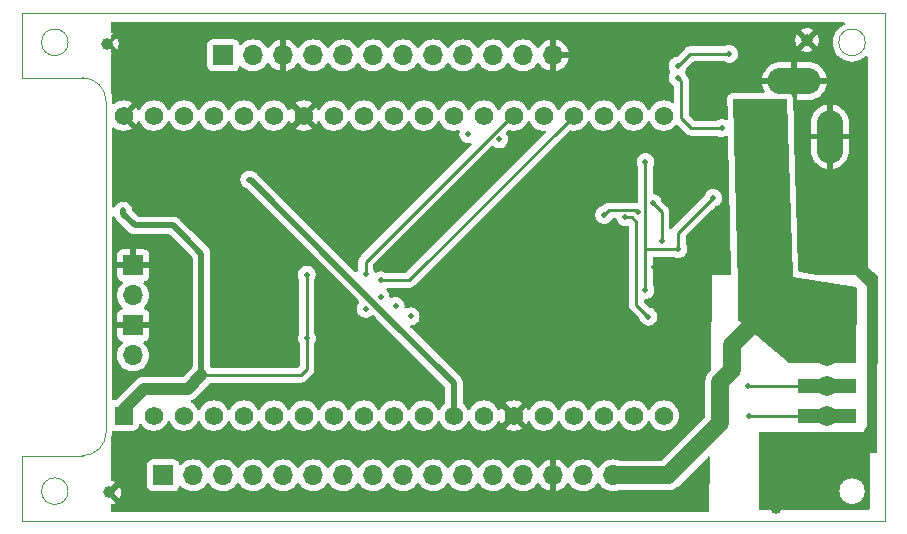
<source format=gbr>
%TF.GenerationSoftware,KiCad,Pcbnew,5.99.0-unknown-308ab8caf~106~ubuntu18.04.1*%
%TF.CreationDate,2021-02-25T19:42:53-08:00*%
%TF.ProjectId,signal-board,7369676e-616c-42d6-926f-6172642e6b69,rev?*%
%TF.SameCoordinates,Original*%
%TF.FileFunction,Copper,L1,Top*%
%TF.FilePolarity,Positive*%
%FSLAX46Y46*%
G04 Gerber Fmt 4.6, Leading zero omitted, Abs format (unit mm)*
G04 Created by KiCad (PCBNEW 5.99.0-unknown-308ab8caf~106~ubuntu18.04.1) date 2021-02-25 19:42:53*
%MOMM*%
%LPD*%
G01*
G04 APERTURE LIST*
%TA.AperFunction,Profile*%
%ADD10C,0.100000*%
%TD*%
%TA.AperFunction,Profile*%
%ADD11C,0.120000*%
%TD*%
%TA.AperFunction,ComponentPad*%
%ADD12R,1.700000X1.700000*%
%TD*%
%TA.AperFunction,ComponentPad*%
%ADD13O,1.700000X1.700000*%
%TD*%
%TA.AperFunction,ComponentPad*%
%ADD14O,2.500000X5.000000*%
%TD*%
%TA.AperFunction,ComponentPad*%
%ADD15O,2.250000X4.500000*%
%TD*%
%TA.AperFunction,ComponentPad*%
%ADD16O,4.500000X2.250000*%
%TD*%
%TA.AperFunction,SMDPad,CuDef*%
%ADD17C,1.000000*%
%TD*%
%TA.AperFunction,ComponentPad*%
%ADD18C,1.750000*%
%TD*%
%TA.AperFunction,SMDPad,CuDef*%
%ADD19R,5.000000X1.250000*%
%TD*%
%TA.AperFunction,ComponentPad*%
%ADD20R,1.560000X1.560000*%
%TD*%
%TA.AperFunction,ComponentPad*%
%ADD21C,1.560000*%
%TD*%
%TA.AperFunction,ComponentPad*%
%ADD22C,0.600000*%
%TD*%
%TA.AperFunction,SMDPad,CuDef*%
%ADD23R,2.300000X2.300000*%
%TD*%
%TA.AperFunction,ViaPad*%
%ADD24C,0.508000*%
%TD*%
%TA.AperFunction,ViaPad*%
%ADD25C,0.750000*%
%TD*%
%TA.AperFunction,Conductor*%
%ADD26C,0.500000*%
%TD*%
%TA.AperFunction,Conductor*%
%ADD27C,0.254000*%
%TD*%
%TA.AperFunction,Conductor*%
%ADD28C,1.000000*%
%TD*%
%TA.AperFunction,Conductor*%
%ADD29C,1.500000*%
%TD*%
G04 APERTURE END LIST*
D10*
X170300000Y-141000000D02*
X170300000Y-98000000D01*
X170300000Y-141000000D02*
X97300000Y-141000000D01*
X97300000Y-135500000D02*
X97300000Y-141000000D01*
X104400000Y-133500000D02*
G75*
G02*
X102400000Y-135500000I-2000000J0D01*
G01*
X104400000Y-133500000D02*
X104400000Y-105500000D01*
X97300000Y-98000000D02*
X97300000Y-103500000D01*
D11*
X101175000Y-138500000D02*
G75*
G03*
X101175000Y-138500000I-1125000J0D01*
G01*
D10*
X102400000Y-103500000D02*
G75*
G02*
X104400000Y-105500000I0J-2000000D01*
G01*
D11*
X101175000Y-100500000D02*
G75*
G03*
X101175000Y-100500000I-1125000J0D01*
G01*
X97300000Y-98000000D02*
X170300000Y-98000000D01*
X168675000Y-138500000D02*
G75*
G03*
X168675000Y-138500000I-1125000J0D01*
G01*
D10*
X102400000Y-135500000D02*
X97300000Y-135500000D01*
D11*
X168675000Y-100500000D02*
G75*
G03*
X168675000Y-100500000I-1125000J0D01*
G01*
D10*
X102400000Y-103500000D02*
X97300000Y-103500000D01*
D12*
%TO.P,J4,1,Pin_1*%
%TO.N,+3V3*%
X109220000Y-137160000D03*
D13*
%TO.P,J4,2,Pin_2*%
%TO.N,/en*%
X111760000Y-137160000D03*
%TO.P,J4,3,Pin_3*%
%TO.N,/sensor_vp*%
X114300000Y-137160000D03*
%TO.P,J4,4,Pin_4*%
%TO.N,/sensor_vn*%
X116840000Y-137160000D03*
%TO.P,J4,5,Pin_5*%
%TO.N,/io34*%
X119380000Y-137160000D03*
%TO.P,J4,6,Pin_6*%
%TO.N,/io35*%
X121920000Y-137160000D03*
%TO.P,J4,7,Pin_7*%
%TO.N,/io25*%
X124460000Y-137160000D03*
%TO.P,J4,8,Pin_8*%
%TO.N,/uart_tx*%
X127000000Y-137160000D03*
%TO.P,J4,9,Pin_9*%
%TO.N,/uart_rx*%
X129540000Y-137160000D03*
%TO.P,J4,10,Pin_10*%
%TO.N,/vspi_mosi*%
X132080000Y-137160000D03*
%TO.P,J4,11,Pin_11*%
%TO.N,/vspi_miso*%
X134620000Y-137160000D03*
%TO.P,J4,12,Pin_12*%
%TO.N,/vspi_clk*%
X137160000Y-137160000D03*
%TO.P,J4,13,Pin_13*%
%TO.N,/vspi_cs*%
X139700000Y-137160000D03*
%TO.P,J4,14,Pin_14*%
%TO.N,GND*%
X142240000Y-137160000D03*
%TO.P,J4,15,Pin_15*%
%TO.N,+5V*%
X144780000Y-137160000D03*
%TO.P,J4,16,Pin_16*%
%TO.N,/3-12V_UNFUSED*%
X147320000Y-137160000D03*
%TD*%
D14*
%TO.P,J1,1*%
%TO.N,/3-12V_UNFUSED*%
X159675000Y-108475000D03*
D15*
%TO.P,J1,2*%
%TO.N,GND*%
X165675000Y-108475000D03*
D16*
%TO.P,J1,3*%
X162675000Y-103775000D03*
%TD*%
D12*
%TO.P,J2,1,Pin_1*%
%TO.N,/i2c_scl*%
X114300000Y-101600000D03*
D13*
%TO.P,J2,2,Pin_2*%
%TO.N,/i2c_sda*%
X116840000Y-101600000D03*
%TO.P,J2,3,Pin_3*%
%TO.N,GND*%
X119380000Y-101600000D03*
%TO.P,J2,4,Pin_4*%
%TO.N,/pixels_8*%
X121920000Y-101600000D03*
%TO.P,J2,5,Pin_5*%
%TO.N,/pixels_7*%
X124460000Y-101600000D03*
%TO.P,J2,6,Pin_6*%
%TO.N,/pixels_6*%
X127000000Y-101600000D03*
%TO.P,J2,7,Pin_7*%
%TO.N,/pixels_5*%
X129540000Y-101600000D03*
%TO.P,J2,8,Pin_8*%
%TO.N,/pixels_4*%
X132080000Y-101600000D03*
%TO.P,J2,9,Pin_9*%
%TO.N,/pixels_3*%
X134620000Y-101600000D03*
%TO.P,J2,10,Pin_10*%
%TO.N,/pixels_2*%
X137160000Y-101600000D03*
%TO.P,J2,11,Pin_11*%
%TO.N,/pixels_1*%
X139700000Y-101600000D03*
%TO.P,J2,12,Pin_12*%
%TO.N,GND*%
X142240000Y-101600000D03*
%TD*%
D17*
%TO.P,TP_GND1,1,1*%
%TO.N,GND*%
X104450000Y-100600000D03*
%TD*%
%TO.P,TP_GND6,1,1*%
%TO.N,GND*%
X163728400Y-100304600D03*
%TD*%
%TO.P,TP_GND2,1,1*%
%TO.N,GND*%
X104673400Y-138607800D03*
%TD*%
D18*
%TO.P,J3,1,Pin_1*%
%TO.N,/3-12V_UNFUSED*%
X165430200Y-127076200D03*
D19*
X165430200Y-127076200D03*
%TO.P,J3,2,Pin_2*%
%TO.N,/pixels_1*%
X165430200Y-129616200D03*
D18*
X165430200Y-129616200D03*
%TO.P,J3,3,Pin_3*%
%TO.N,/pixels_2*%
X165430200Y-132156200D03*
D19*
X165430200Y-132156200D03*
%TO.P,J3,4,Pin_4*%
%TO.N,GND*%
X165430200Y-134696200D03*
D18*
X165430200Y-134696200D03*
%TD*%
D20*
%TO.P,U2,1,3V3*%
%TO.N,+3V3*%
X105890000Y-132100000D03*
D21*
%TO.P,U2,2,EN*%
%TO.N,/en*%
X108430000Y-132100000D03*
%TO.P,U2,3,SENSOR_VP*%
%TO.N,/sensor_vp*%
X110970000Y-132100000D03*
%TO.P,U2,4,SENSOR_VN*%
%TO.N,/sensor_vn*%
X113510000Y-132100000D03*
%TO.P,U2,5,IO34*%
%TO.N,/io34*%
X116050000Y-132100000D03*
%TO.P,U2,6,IO35*%
%TO.N,/io35*%
X118590000Y-132100000D03*
%TO.P,U2,7*%
%TO.N,N/C*%
X121130000Y-132100000D03*
%TO.P,U2,8*%
X123670000Y-132100000D03*
%TO.P,U2,9,IO25*%
%TO.N,/io25*%
X126210000Y-132100000D03*
%TO.P,U2,10,IO26*%
%TO.N,/level_shift_4*%
X128750000Y-132100000D03*
%TO.P,U2,11,IO27*%
%TO.N,/level_shift_3*%
X131290000Y-132100000D03*
%TO.P,U2,12,IO14*%
%TO.N,/status_led*%
X133830000Y-132100000D03*
%TO.P,U2,13,IO12*%
%TO.N,/level_shift_2*%
X136370000Y-132100000D03*
%TO.P,U2,14,GND1*%
%TO.N,GND*%
X138910000Y-132100000D03*
%TO.P,U2,15,IO13*%
%TO.N,/level_shift_1*%
X141450000Y-132100000D03*
%TO.P,U2,16*%
%TO.N,N/C*%
X143990000Y-132100000D03*
%TO.P,U2,17*%
X146530000Y-132100000D03*
%TO.P,U2,18*%
X149070000Y-132100000D03*
%TO.P,U2,19,EXT_5V*%
%TO.N,+5V*%
X151610000Y-132100000D03*
%TO.P,U2,20,GND3*%
%TO.N,GND*%
X105890000Y-106700000D03*
%TO.P,U2,21,IO23*%
%TO.N,/vspi_mosi*%
X108430000Y-106700000D03*
%TO.P,U2,22,IO22*%
%TO.N,/i2c_scl*%
X110970000Y-106700000D03*
%TO.P,U2,23,TXD0*%
%TO.N,/uart_tx*%
X113510000Y-106700000D03*
%TO.P,U2,24,RXD0*%
%TO.N,/uart_rx*%
X116050000Y-106700000D03*
%TO.P,U2,25,IO21*%
%TO.N,/i2c_sda*%
X118590000Y-106700000D03*
%TO.P,U2,26,GND2*%
%TO.N,GND*%
X121130000Y-106700000D03*
%TO.P,U2,27,IO19*%
%TO.N,/vspi_miso*%
X123670000Y-106700000D03*
%TO.P,U2,28,IO18*%
%TO.N,/vspi_clk*%
X126210000Y-106700000D03*
%TO.P,U2,29,IO5*%
%TO.N,/vspi_cs*%
X128750000Y-106700000D03*
%TO.P,U2,30,IO17*%
%TO.N,/level_shift_8*%
X131290000Y-106700000D03*
%TO.P,U2,31,IO16*%
%TO.N,/level_shift_7*%
X133830000Y-106700000D03*
%TO.P,U2,32,IO4*%
%TO.N,/level_shift_6*%
X136370000Y-106700000D03*
%TO.P,U2,33,IO0*%
%TO.N,/button_2*%
X138910000Y-106700000D03*
%TO.P,U2,34,IO2*%
%TO.N,/level_shift_5*%
X141450000Y-106700000D03*
%TO.P,U2,35,IO15*%
%TO.N,/button_1*%
X143990000Y-106700000D03*
%TO.P,U2,36*%
%TO.N,N/C*%
X146530000Y-106700000D03*
%TO.P,U2,37*%
X149070000Y-106700000D03*
%TO.P,U2,38*%
X151610000Y-106700000D03*
%TD*%
D17*
%TO.P,TP_GND8,1,1*%
%TO.N,GND*%
X161150000Y-139900000D03*
%TD*%
D12*
%TO.P,J5,1,Pin_1*%
%TO.N,GND*%
X106680000Y-124460000D03*
D13*
%TO.P,J5,2,Pin_2*%
%TO.N,Net-(J5-Pad2)*%
X106680000Y-127000000D03*
%TD*%
D22*
%TO.P,U1,11,PGND*%
%TO.N,GND*%
X147917100Y-112320600D03*
X147417100Y-112820600D03*
X148417100Y-112820600D03*
X148417100Y-111820600D03*
D23*
X147917100Y-112319600D03*
D22*
X147417100Y-111820600D03*
%TD*%
D12*
%TO.P,J6,1,Pin_1*%
%TO.N,GND*%
X106680000Y-119380000D03*
D13*
%TO.P,J6,2,Pin_2*%
%TO.N,Net-(J6-Pad2)*%
X106680000Y-121920000D03*
%TD*%
D24*
%TO.N,GND*%
X155273000Y-126644400D03*
X140579600Y-116586000D03*
X161544000Y-136192000D03*
X109829600Y-120675400D03*
X166973000Y-114792000D03*
X166973000Y-115792000D03*
X142579600Y-116586000D03*
X144602200Y-100415600D03*
X166973000Y-116792000D03*
X142579600Y-118586000D03*
X144602200Y-104415600D03*
X141579600Y-117586000D03*
X152400000Y-120802400D03*
X163544000Y-137192000D03*
X156921200Y-119075200D03*
X167973000Y-116792000D03*
X141579600Y-119586000D03*
X141579600Y-116586000D03*
X162544000Y-139192000D03*
X152273000Y-126644400D03*
X145602200Y-104415600D03*
X117348000Y-124155200D03*
X145602200Y-103415600D03*
X156244800Y-110845600D03*
X165973000Y-118792000D03*
X164973000Y-119792000D03*
X144602200Y-102415600D03*
X141579600Y-120586000D03*
X145602200Y-101415600D03*
X164544000Y-139192000D03*
X165973000Y-114792000D03*
X140579600Y-119586000D03*
X155244800Y-112845600D03*
X113588800Y-114147600D03*
X164544000Y-136192000D03*
X164973000Y-117792000D03*
X119380000Y-119253000D03*
X166973000Y-117792000D03*
X105650000Y-129550000D03*
X163544000Y-136192000D03*
X167973000Y-113792000D03*
X139801600Y-108483400D03*
X145602200Y-99415600D03*
X165544000Y-139192000D03*
X156895800Y-118033800D03*
X144627600Y-108483400D03*
X166973000Y-113792000D03*
X164973000Y-118792000D03*
X142579600Y-121586000D03*
X164544000Y-137192000D03*
X113969800Y-125958600D03*
X155273000Y-127644400D03*
X109829600Y-125857000D03*
X167973000Y-114792000D03*
X164544000Y-138192000D03*
X156244800Y-112845600D03*
X163544000Y-139192000D03*
X162544000Y-138192000D03*
X166973000Y-119792000D03*
X161544000Y-134874000D03*
X144602200Y-99415600D03*
X122656600Y-123367800D03*
X141579600Y-121586000D03*
X165973000Y-113792000D03*
X145719800Y-130378200D03*
X145602200Y-100415600D03*
X140579600Y-118586000D03*
X141579600Y-122586000D03*
X164973000Y-115792000D03*
X152273000Y-127644400D03*
X144602200Y-103415600D03*
X154273000Y-126644400D03*
X165973000Y-119792000D03*
X144602200Y-101415600D03*
X165973000Y-116792000D03*
X165973000Y-117792000D03*
X167973000Y-117792000D03*
X120523000Y-129641600D03*
X142579600Y-117586000D03*
X161544000Y-137192000D03*
X162544000Y-136192000D03*
X167544000Y-136192000D03*
X167973000Y-118792000D03*
X164973000Y-116792000D03*
X150774400Y-119481600D03*
X166544000Y-136192000D03*
X142579600Y-119586000D03*
X155244800Y-110845600D03*
X165544000Y-138192000D03*
X142579600Y-120586000D03*
X140579600Y-117586000D03*
X116052600Y-114249200D03*
X115189000Y-117602000D03*
X164973000Y-113792000D03*
X166973000Y-118792000D03*
X140579600Y-121586000D03*
X107162600Y-114071400D03*
X106730800Y-117576600D03*
X154273000Y-127644400D03*
X153273000Y-126644400D03*
X153273000Y-127644400D03*
X142579600Y-122586000D03*
X153339800Y-130276600D03*
X113919000Y-120599200D03*
X135280400Y-119938800D03*
X165973000Y-115792000D03*
X155244800Y-111845600D03*
X162544000Y-137192000D03*
X154244800Y-112845600D03*
X119253000Y-118059200D03*
X140579600Y-120586000D03*
X145602200Y-102415600D03*
X156244800Y-111845600D03*
X138150600Y-123164600D03*
X161544000Y-138192000D03*
X167973000Y-115792000D03*
X125349000Y-127381000D03*
X165544000Y-136192000D03*
X163544000Y-138192000D03*
X164973000Y-114792000D03*
X167973000Y-119792000D03*
X165544000Y-137192000D03*
X151333200Y-122605800D03*
X141579600Y-118586000D03*
D25*
X105850000Y-137100000D03*
D24*
X119253000Y-125476000D03*
%TO.N,+3V3*%
X105825000Y-114725000D03*
X121398000Y-125531000D03*
X121384200Y-120165000D03*
%TO.N,/button_2*%
X126365000Y-120142000D03*
%TO.N,/button_1*%
X127635000Y-120650000D03*
%TO.N,/pixels_2*%
X158825000Y-132125000D03*
X135051800Y-108280200D03*
%TO.N,/pixels_1*%
X158725000Y-129625000D03*
X137668000Y-108712000D03*
%TO.N,/level_shift_5*%
X130175000Y-123698000D03*
%TO.N,/level_shift_6*%
X128905000Y-122809000D03*
%TO.N,/level_shift_7*%
X127635000Y-122047000D03*
%TO.N,/level_shift_8*%
X126365000Y-123063000D03*
%TO.N,/status_led*%
X116513000Y-112125000D03*
%TO.N,Net-(C3-Pad1)*%
X151460200Y-117297200D03*
X150672800Y-114096800D03*
%TO.N,Net-(C16-Pad1)*%
X157149800Y-101473000D03*
X152781000Y-102489000D03*
%TO.N,/TPS_FEEDBACK*%
X148365666Y-115311734D03*
X150317200Y-123723400D03*
%TO.N,/5V_Out_PG*%
X150063200Y-121488200D03*
X155800200Y-113662600D03*
X152857200Y-118008400D03*
X150063200Y-110642400D03*
%TO.N,/3-12V_UNFUSED*%
X158417000Y-111664000D03*
X157962600Y-107714800D03*
X157962600Y-109714800D03*
X161417000Y-105714800D03*
X161417000Y-106664000D03*
X160197800Y-116130200D03*
X157962600Y-106714800D03*
X159417000Y-111664000D03*
X160197800Y-119880200D03*
X160197800Y-116880200D03*
X160197800Y-118380200D03*
X161417000Y-107664000D03*
X157962600Y-105714800D03*
X160417000Y-111664000D03*
X161417000Y-110664000D03*
X161417000Y-108664000D03*
X160197800Y-119130200D03*
X160197800Y-115380200D03*
X161417000Y-111664000D03*
X160197800Y-117630200D03*
X161417000Y-109664000D03*
X157962600Y-108714800D03*
X160197800Y-114630200D03*
X157962600Y-110714800D03*
%TO.N,Net-(C15-Pad1)*%
X156514800Y-107772200D03*
X152781000Y-103479600D03*
%TO.N,VCC*%
X149428200Y-114884200D03*
X146558000Y-115112800D03*
%TD*%
D26*
%TO.N,GND*%
X165430200Y-134696200D02*
X163906200Y-134696200D01*
X165430200Y-134696200D02*
X165227000Y-134696200D01*
X165227000Y-134696200D02*
X165455600Y-134924800D01*
D27*
%TO.N,+3V3*%
X121398000Y-128157000D02*
X120878600Y-128676400D01*
D26*
X112471200Y-118389400D02*
X111036100Y-116954300D01*
X112471200Y-123317000D02*
X112471200Y-118389400D01*
D27*
X120878600Y-128676400D02*
X112471200Y-128676400D01*
D28*
X105890000Y-132100000D02*
X105890000Y-131574600D01*
D27*
X121381800Y-123317000D02*
X121384200Y-123314600D01*
D28*
X107645200Y-129819400D02*
X111328200Y-129819400D01*
X111328200Y-129819400D02*
X112471200Y-128676400D01*
D27*
X121384200Y-123314600D02*
X121384200Y-125499000D01*
D26*
X111036100Y-116954300D02*
X110083600Y-116001800D01*
D28*
X105890000Y-131574600D02*
X107645200Y-129819400D01*
D26*
X110083600Y-116001800D02*
X106832400Y-116001800D01*
X105825000Y-114994400D02*
X105825000Y-114725000D01*
X112471200Y-128676400D02*
X112471200Y-123317000D01*
D27*
X121398000Y-125531000D02*
X121398000Y-128157000D01*
D26*
X106832400Y-116001800D02*
X105825000Y-114994400D01*
D27*
X121384200Y-120165000D02*
X121384200Y-123314600D01*
%TO.N,/button_2*%
X138910000Y-106700000D02*
X138740198Y-106700000D01*
X126365000Y-119075198D02*
X126365000Y-120142000D01*
X138740198Y-106700000D02*
X126365000Y-119075198D01*
%TO.N,/button_1*%
X143990000Y-106700000D02*
X130040000Y-120650000D01*
X130040000Y-120650000D02*
X127635000Y-120650000D01*
%TO.N,/pixels_2*%
X165430200Y-132156200D02*
X158856200Y-132156200D01*
X158856200Y-132156200D02*
X158825000Y-132125000D01*
%TO.N,/pixels_1*%
X165430200Y-129616200D02*
X165421400Y-129625000D01*
X165430200Y-129616200D02*
X165221400Y-129825000D01*
X165421400Y-129625000D02*
X158725000Y-129625000D01*
D26*
%TO.N,/status_led*%
X127867079Y-123392079D02*
X124575000Y-120100000D01*
X124575000Y-120100000D02*
X116625000Y-112150000D01*
X133830000Y-132100000D02*
X133830000Y-130528000D01*
X133830000Y-129363842D02*
X133763842Y-129363842D01*
X133830000Y-129363842D02*
X127867079Y-123400921D01*
X133830000Y-130528000D02*
X133830000Y-129363842D01*
X116538000Y-112150000D02*
X116513000Y-112125000D01*
X116625000Y-112150000D02*
X116538000Y-112150000D01*
X127867079Y-123400921D02*
X127867079Y-123392079D01*
D27*
%TO.N,/io35*%
X118590000Y-132100000D02*
X118590000Y-132240000D01*
%TO.N,Net-(C3-Pad1)*%
X151460200Y-117297200D02*
X151460200Y-114884200D01*
X151460200Y-114884200D02*
X150672800Y-114096800D01*
%TO.N,Net-(C16-Pad1)*%
X153847800Y-101473000D02*
X152831800Y-102489000D01*
X157149800Y-101473000D02*
X153847800Y-101473000D01*
X152831800Y-102489000D02*
X152781000Y-102489000D01*
%TO.N,/TPS_FEEDBACK*%
X149301201Y-115697001D02*
X148915934Y-115311734D01*
X148915934Y-115311734D02*
X148365666Y-115311734D01*
X150063201Y-123469399D02*
X149301201Y-122707399D01*
X149301201Y-115951001D02*
X149301201Y-115697001D01*
X149301201Y-122707399D02*
X149301201Y-115951001D01*
X150317200Y-123723400D02*
X150063201Y-123469399D01*
%TO.N,/5V_Out_PG*%
X150088600Y-110667800D02*
X150063200Y-110642400D01*
X150063200Y-117957600D02*
X150063200Y-121488200D01*
X152857200Y-116605600D02*
X154990800Y-114472000D01*
X152857200Y-118008400D02*
X150114000Y-118008400D01*
X150063200Y-110642400D02*
X150063200Y-117957600D01*
X154990800Y-114472000D02*
X155800200Y-113662600D01*
X150114000Y-118008400D02*
X150063200Y-117957600D01*
X152857200Y-118008400D02*
X152857200Y-116605600D01*
D29*
%TO.N,/3-12V_UNFUSED*%
X157400000Y-126100000D02*
X157425000Y-126100000D01*
X156362400Y-129286000D02*
X157400000Y-128248400D01*
X157400000Y-128248400D02*
X157400000Y-126100000D01*
X147320000Y-137160000D02*
X151968200Y-137160000D01*
X151968200Y-137160000D02*
X156362400Y-132765800D01*
X156362400Y-132765800D02*
X156362400Y-129286000D01*
X157425000Y-126100000D02*
X159175000Y-124350000D01*
D27*
%TO.N,Net-(C15-Pad1)*%
X153949400Y-107772200D02*
X156514800Y-107772200D01*
X153111200Y-103809800D02*
X153111200Y-106934000D01*
X152781000Y-103479600D02*
X153111200Y-103809800D01*
X153111200Y-106934000D02*
X153949400Y-107772200D01*
%TO.N,VCC*%
X146940067Y-114730733D02*
X146558000Y-115112800D01*
X149352000Y-114808000D02*
X149274733Y-114730733D01*
X149428200Y-114884200D02*
X149352000Y-114808000D01*
X149274733Y-114730733D02*
X146940067Y-114730733D01*
%TD*%
%TA.AperFunction,Conductor*%
%TO.N,GND*%
G36*
X150407865Y-107196283D02*
G01*
X150452382Y-107247658D01*
X150496724Y-107342750D01*
X150625250Y-107526303D01*
X150783697Y-107684750D01*
X150967250Y-107813276D01*
X151170333Y-107907975D01*
X151199507Y-107915792D01*
X151381549Y-107964570D01*
X151381552Y-107964571D01*
X151386775Y-107965970D01*
X151392162Y-107966441D01*
X151392166Y-107966442D01*
X151604605Y-107985028D01*
X151610000Y-107985500D01*
X151615395Y-107985028D01*
X151827834Y-107966442D01*
X151827838Y-107966441D01*
X151833225Y-107965970D01*
X151838448Y-107964571D01*
X151838451Y-107964570D01*
X152020493Y-107915792D01*
X152049667Y-107907975D01*
X152252750Y-107813276D01*
X152436303Y-107684750D01*
X152594750Y-107526303D01*
X152597853Y-107521872D01*
X152597861Y-107521862D01*
X152601147Y-107517169D01*
X152655727Y-107473547D01*
X152725226Y-107466358D01*
X152790399Y-107500617D01*
X153148577Y-107858796D01*
X153450404Y-108160623D01*
X153457961Y-108168927D01*
X153462050Y-108175371D01*
X153467737Y-108180711D01*
X153511536Y-108221841D01*
X153514334Y-108224553D01*
X153533677Y-108243896D01*
X153536751Y-108246281D01*
X153536757Y-108246286D01*
X153536800Y-108246319D01*
X153545664Y-108253889D01*
X153577626Y-108283903D01*
X153595266Y-108293601D01*
X153611525Y-108304281D01*
X153627431Y-108316619D01*
X153667653Y-108334024D01*
X153678145Y-108339164D01*
X153716561Y-108360284D01*
X153724114Y-108362223D01*
X153724116Y-108362224D01*
X153731399Y-108364094D01*
X153736061Y-108365291D01*
X153754468Y-108371592D01*
X153772938Y-108379585D01*
X153816219Y-108386441D01*
X153827654Y-108388809D01*
X153862512Y-108397759D01*
X153862520Y-108397760D01*
X153870076Y-108399700D01*
X153890177Y-108399700D01*
X153909574Y-108401227D01*
X153929532Y-108404388D01*
X153937297Y-108403654D01*
X153937299Y-108403654D01*
X153973303Y-108400250D01*
X153984974Y-108399700D01*
X156051892Y-108399700D01*
X156115899Y-108418495D01*
X156116247Y-108417906D01*
X156118567Y-108419278D01*
X156118931Y-108419385D01*
X156119931Y-108420084D01*
X156122446Y-108421571D01*
X156128183Y-108425934D01*
X156134764Y-108428857D01*
X156134767Y-108428859D01*
X156167106Y-108443223D01*
X156288944Y-108497341D01*
X156296024Y-108498672D01*
X156296026Y-108498673D01*
X156454739Y-108528519D01*
X156454744Y-108528519D01*
X156461820Y-108529850D01*
X156469017Y-108529517D01*
X156469018Y-108529517D01*
X156563834Y-108525128D01*
X156637538Y-108521717D01*
X156806672Y-108473378D01*
X156812953Y-108469860D01*
X156812959Y-108469858D01*
X156875042Y-108435090D01*
X156943152Y-108419508D01*
X157008874Y-108443223D01*
X157051341Y-108498705D01*
X157059593Y-108540268D01*
X157339137Y-120048125D01*
X157339612Y-120067692D01*
X157321562Y-120135189D01*
X157269884Y-120182213D01*
X157215649Y-120194703D01*
X155702000Y-120194703D01*
X155701852Y-120207678D01*
X155610453Y-128219518D01*
X155590005Y-128286329D01*
X155574142Y-128305785D01*
X155542029Y-128337898D01*
X155529835Y-128348592D01*
X155512583Y-128361830D01*
X155508865Y-128365916D01*
X155458842Y-128420891D01*
X155454808Y-128425119D01*
X155438548Y-128441379D01*
X155436786Y-128443486D01*
X155436778Y-128443495D01*
X155421498Y-128461770D01*
X155418095Y-128465671D01*
X155362358Y-128526926D01*
X155352853Y-128542079D01*
X155342938Y-128555725D01*
X155338758Y-128560725D01*
X155331447Y-128569469D01*
X155307599Y-128611279D01*
X155290408Y-128641418D01*
X155287742Y-128645873D01*
X155243742Y-128716015D01*
X155241685Y-128721132D01*
X155241683Y-128721136D01*
X155237070Y-128732613D01*
X155229729Y-128747799D01*
X155220854Y-128763359D01*
X155193199Y-128841457D01*
X155191371Y-128846293D01*
X155162545Y-128917997D01*
X155162542Y-128918006D01*
X155160486Y-128923121D01*
X155159366Y-128928529D01*
X155156856Y-128940647D01*
X155152323Y-128956886D01*
X155146344Y-128973770D01*
X155133969Y-129049341D01*
X155132961Y-129055494D01*
X155132015Y-129060600D01*
X155117447Y-129130949D01*
X155115221Y-129141696D01*
X155114960Y-129146229D01*
X155114958Y-129146242D01*
X155113625Y-129169366D01*
X155112201Y-129182272D01*
X155110272Y-129194050D01*
X155110775Y-129226076D01*
X155111886Y-129296792D01*
X155111901Y-129298740D01*
X155111900Y-132196464D01*
X155092215Y-132263503D01*
X155075581Y-132284145D01*
X151486546Y-135873181D01*
X151425223Y-135906666D01*
X151398865Y-135909500D01*
X147860964Y-135909500D01*
X147808559Y-135897882D01*
X147792842Y-135890553D01*
X147783608Y-135886247D01*
X147778385Y-135884848D01*
X147778381Y-135884846D01*
X147560612Y-135826495D01*
X147560613Y-135826495D01*
X147555380Y-135825093D01*
X147320000Y-135804500D01*
X147084620Y-135825093D01*
X147079387Y-135826495D01*
X147079388Y-135826495D01*
X146861619Y-135884846D01*
X146861615Y-135884848D01*
X146856392Y-135886247D01*
X146642250Y-135986103D01*
X146637813Y-135989210D01*
X146637811Y-135989211D01*
X146453136Y-136118521D01*
X146453132Y-136118525D01*
X146448701Y-136121627D01*
X146281627Y-136288701D01*
X146278525Y-136293132D01*
X146278521Y-136293136D01*
X146151575Y-136474435D01*
X146096998Y-136518060D01*
X146027500Y-136525254D01*
X145965145Y-136493731D01*
X145948425Y-136474435D01*
X145821479Y-136293136D01*
X145821475Y-136293132D01*
X145818373Y-136288701D01*
X145651299Y-136121627D01*
X145646868Y-136118525D01*
X145646864Y-136118521D01*
X145462189Y-135989211D01*
X145462187Y-135989210D01*
X145457750Y-135986103D01*
X145243608Y-135886247D01*
X145238385Y-135884848D01*
X145238381Y-135884846D01*
X145020612Y-135826495D01*
X145020613Y-135826495D01*
X145015380Y-135825093D01*
X144780000Y-135804500D01*
X144544620Y-135825093D01*
X144539387Y-135826495D01*
X144539388Y-135826495D01*
X144321619Y-135884846D01*
X144321615Y-135884848D01*
X144316392Y-135886247D01*
X144102250Y-135986103D01*
X144097813Y-135989210D01*
X144097811Y-135989211D01*
X143913136Y-136118521D01*
X143913132Y-136118525D01*
X143908701Y-136121627D01*
X143741627Y-136288701D01*
X143738525Y-136293132D01*
X143738521Y-136293136D01*
X143611271Y-136474869D01*
X143556694Y-136518494D01*
X143487196Y-136525688D01*
X143424841Y-136494165D01*
X143408121Y-136474870D01*
X143281091Y-136293453D01*
X143274161Y-136285194D01*
X143114806Y-136125839D01*
X143106542Y-136118904D01*
X142921939Y-135989644D01*
X142912589Y-135984246D01*
X142708347Y-135889005D01*
X142698204Y-135885314D01*
X142507221Y-135834140D01*
X142493347Y-135834471D01*
X142490000Y-135842286D01*
X142489999Y-136909998D01*
X142490000Y-136910004D01*
X142489999Y-138472645D01*
X142493909Y-138485962D01*
X142502325Y-138487172D01*
X142698210Y-138434685D01*
X142708343Y-138430996D01*
X142912589Y-138335754D01*
X142921939Y-138330356D01*
X143106542Y-138201096D01*
X143114806Y-138194161D01*
X143274161Y-138034806D01*
X143281091Y-138026547D01*
X143408121Y-137845130D01*
X143462698Y-137801506D01*
X143532197Y-137794313D01*
X143594551Y-137825835D01*
X143611271Y-137845131D01*
X143738521Y-138026864D01*
X143738525Y-138026868D01*
X143741627Y-138031299D01*
X143908701Y-138198373D01*
X143913132Y-138201475D01*
X143913136Y-138201479D01*
X144097193Y-138330356D01*
X144102250Y-138333897D01*
X144316392Y-138433753D01*
X144321615Y-138435152D01*
X144321619Y-138435154D01*
X144480455Y-138477714D01*
X144544620Y-138494907D01*
X144780000Y-138515500D01*
X145015380Y-138494907D01*
X145079545Y-138477714D01*
X145238381Y-138435154D01*
X145238385Y-138435152D01*
X145243608Y-138433753D01*
X145457750Y-138333897D01*
X145462807Y-138330356D01*
X145646864Y-138201479D01*
X145646868Y-138201475D01*
X145651299Y-138198373D01*
X145818373Y-138031299D01*
X145821475Y-138026868D01*
X145821479Y-138026864D01*
X145948425Y-137845565D01*
X146003002Y-137801940D01*
X146072500Y-137794746D01*
X146134855Y-137826269D01*
X146151575Y-137845565D01*
X146278521Y-138026864D01*
X146278525Y-138026868D01*
X146281627Y-138031299D01*
X146448701Y-138198373D01*
X146453132Y-138201475D01*
X146453136Y-138201479D01*
X146637193Y-138330356D01*
X146642250Y-138333897D01*
X146856392Y-138433753D01*
X146861615Y-138435152D01*
X146861619Y-138435154D01*
X147020455Y-138477714D01*
X147084620Y-138494907D01*
X147320000Y-138515500D01*
X147555380Y-138494907D01*
X147619545Y-138477714D01*
X147778381Y-138435154D01*
X147778385Y-138435152D01*
X147783608Y-138433753D01*
X147808559Y-138422118D01*
X147860964Y-138410500D01*
X151877891Y-138410500D01*
X151894077Y-138411561D01*
X151915626Y-138414398D01*
X151921141Y-138414138D01*
X151921143Y-138414138D01*
X151995355Y-138410638D01*
X152001196Y-138410500D01*
X152024225Y-138410500D01*
X152050732Y-138408134D01*
X152055892Y-138407783D01*
X152138590Y-138403883D01*
X152156034Y-138399888D01*
X152172686Y-138397251D01*
X152185029Y-138396149D01*
X152190530Y-138395658D01*
X152232029Y-138384305D01*
X152270422Y-138373802D01*
X152275459Y-138372537D01*
X152350788Y-138355285D01*
X152350800Y-138355281D01*
X152356171Y-138354051D01*
X152361238Y-138351890D01*
X152361253Y-138351885D01*
X152372635Y-138347030D01*
X152388557Y-138341485D01*
X152400507Y-138338216D01*
X152400519Y-138338212D01*
X152405832Y-138336758D01*
X152480590Y-138301100D01*
X152485325Y-138298962D01*
X152561488Y-138266476D01*
X152566102Y-138263445D01*
X152566106Y-138263443D01*
X152576451Y-138256647D01*
X152591144Y-138248369D01*
X152607301Y-138240662D01*
X152674566Y-138192327D01*
X152678830Y-138189397D01*
X152744251Y-138146423D01*
X152748051Y-138143927D01*
X152768754Y-138125482D01*
X152778879Y-138117371D01*
X152780944Y-138115887D01*
X152788570Y-138110407D01*
X152860066Y-138036629D01*
X152861433Y-138035241D01*
X155313763Y-135582911D01*
X155375086Y-135549426D01*
X155444778Y-135554410D01*
X155500711Y-135596282D01*
X155525128Y-135661746D01*
X155525436Y-135672007D01*
X155474798Y-140110815D01*
X155454350Y-140177625D01*
X155401027Y-140222775D01*
X155350806Y-140233400D01*
X104899000Y-140233400D01*
X104831961Y-140213715D01*
X104786206Y-140160911D01*
X104775000Y-140109400D01*
X104775000Y-139709991D01*
X104794685Y-139642952D01*
X104847489Y-139597197D01*
X104868581Y-139589780D01*
X105011043Y-139553731D01*
X105022781Y-139549459D01*
X105167661Y-139479421D01*
X105177946Y-139470107D01*
X105175987Y-139463940D01*
X104775000Y-139062953D01*
X104775000Y-138608913D01*
X105032068Y-138608913D01*
X105032197Y-138610719D01*
X105036379Y-138617226D01*
X105522257Y-139103104D01*
X105534438Y-139109755D01*
X105540979Y-139104859D01*
X105591261Y-139015623D01*
X105596265Y-139004170D01*
X105654517Y-138822733D01*
X105657116Y-138810507D01*
X105678026Y-138618039D01*
X105678387Y-138611568D01*
X105678389Y-138611054D01*
X105678071Y-138604563D01*
X105658508Y-138411971D01*
X105655994Y-138399721D01*
X105599008Y-138217879D01*
X105594087Y-138206396D01*
X105543627Y-138115364D01*
X105533751Y-138105612D01*
X105526313Y-138108440D01*
X105039560Y-138595193D01*
X105032068Y-138608913D01*
X104775000Y-138608913D01*
X104775000Y-138152647D01*
X105170686Y-137756961D01*
X105177337Y-137744780D01*
X105173359Y-137739466D01*
X105029354Y-137668607D01*
X105017634Y-137664248D01*
X104867743Y-137625204D01*
X104807830Y-137589256D01*
X104776863Y-137526624D01*
X104775000Y-137505208D01*
X104775000Y-136310000D01*
X107864500Y-136310000D01*
X107864500Y-138010000D01*
X107869645Y-138081940D01*
X107877426Y-138108440D01*
X107907682Y-138211483D01*
X107907683Y-138211486D01*
X107910181Y-138219992D01*
X107987969Y-138341032D01*
X107994667Y-138346836D01*
X107994668Y-138346837D01*
X108068298Y-138410638D01*
X108096706Y-138435254D01*
X108227584Y-138495024D01*
X108236364Y-138496286D01*
X108236366Y-138496287D01*
X108311213Y-138507048D01*
X108370000Y-138515500D01*
X110070000Y-138515500D01*
X110072207Y-138515342D01*
X110072211Y-138515342D01*
X110087985Y-138514214D01*
X110141940Y-138510355D01*
X110220894Y-138487172D01*
X110271483Y-138472318D01*
X110271486Y-138472317D01*
X110279992Y-138469819D01*
X110401032Y-138392031D01*
X110440193Y-138346837D01*
X110489447Y-138289996D01*
X110489448Y-138289994D01*
X110495254Y-138283294D01*
X110555024Y-138152416D01*
X110556287Y-138143633D01*
X110558785Y-138135126D01*
X110560680Y-138135682D01*
X110584955Y-138082514D01*
X110643730Y-138044735D01*
X110713599Y-138044729D01*
X110766356Y-138076028D01*
X110888701Y-138198373D01*
X110893132Y-138201475D01*
X110893136Y-138201479D01*
X111077193Y-138330356D01*
X111082250Y-138333897D01*
X111296392Y-138433753D01*
X111301615Y-138435152D01*
X111301619Y-138435154D01*
X111460455Y-138477714D01*
X111524620Y-138494907D01*
X111760000Y-138515500D01*
X111995380Y-138494907D01*
X112059545Y-138477714D01*
X112218381Y-138435154D01*
X112218385Y-138435152D01*
X112223608Y-138433753D01*
X112437750Y-138333897D01*
X112442807Y-138330356D01*
X112626864Y-138201479D01*
X112626868Y-138201475D01*
X112631299Y-138198373D01*
X112798373Y-138031299D01*
X112801475Y-138026868D01*
X112801479Y-138026864D01*
X112928425Y-137845565D01*
X112983002Y-137801940D01*
X113052500Y-137794746D01*
X113114855Y-137826269D01*
X113131575Y-137845565D01*
X113258521Y-138026864D01*
X113258525Y-138026868D01*
X113261627Y-138031299D01*
X113428701Y-138198373D01*
X113433132Y-138201475D01*
X113433136Y-138201479D01*
X113617193Y-138330356D01*
X113622250Y-138333897D01*
X113836392Y-138433753D01*
X113841615Y-138435152D01*
X113841619Y-138435154D01*
X114000455Y-138477714D01*
X114064620Y-138494907D01*
X114300000Y-138515500D01*
X114535380Y-138494907D01*
X114599545Y-138477714D01*
X114758381Y-138435154D01*
X114758385Y-138435152D01*
X114763608Y-138433753D01*
X114977750Y-138333897D01*
X114982807Y-138330356D01*
X115166864Y-138201479D01*
X115166868Y-138201475D01*
X115171299Y-138198373D01*
X115338373Y-138031299D01*
X115341475Y-138026868D01*
X115341479Y-138026864D01*
X115468425Y-137845565D01*
X115523002Y-137801940D01*
X115592500Y-137794746D01*
X115654855Y-137826269D01*
X115671575Y-137845565D01*
X115798521Y-138026864D01*
X115798525Y-138026868D01*
X115801627Y-138031299D01*
X115968701Y-138198373D01*
X115973132Y-138201475D01*
X115973136Y-138201479D01*
X116157193Y-138330356D01*
X116162250Y-138333897D01*
X116376392Y-138433753D01*
X116381615Y-138435152D01*
X116381619Y-138435154D01*
X116540455Y-138477714D01*
X116604620Y-138494907D01*
X116840000Y-138515500D01*
X117075380Y-138494907D01*
X117139545Y-138477714D01*
X117298381Y-138435154D01*
X117298385Y-138435152D01*
X117303608Y-138433753D01*
X117517750Y-138333897D01*
X117522807Y-138330356D01*
X117706864Y-138201479D01*
X117706868Y-138201475D01*
X117711299Y-138198373D01*
X117878373Y-138031299D01*
X117881475Y-138026868D01*
X117881479Y-138026864D01*
X118008425Y-137845565D01*
X118063002Y-137801940D01*
X118132500Y-137794746D01*
X118194855Y-137826269D01*
X118211575Y-137845565D01*
X118338521Y-138026864D01*
X118338525Y-138026868D01*
X118341627Y-138031299D01*
X118508701Y-138198373D01*
X118513132Y-138201475D01*
X118513136Y-138201479D01*
X118697193Y-138330356D01*
X118702250Y-138333897D01*
X118916392Y-138433753D01*
X118921615Y-138435152D01*
X118921619Y-138435154D01*
X119080455Y-138477714D01*
X119144620Y-138494907D01*
X119380000Y-138515500D01*
X119615380Y-138494907D01*
X119679545Y-138477714D01*
X119838381Y-138435154D01*
X119838385Y-138435152D01*
X119843608Y-138433753D01*
X120057750Y-138333897D01*
X120062807Y-138330356D01*
X120246864Y-138201479D01*
X120246868Y-138201475D01*
X120251299Y-138198373D01*
X120418373Y-138031299D01*
X120421475Y-138026868D01*
X120421479Y-138026864D01*
X120548425Y-137845565D01*
X120603002Y-137801940D01*
X120672500Y-137794746D01*
X120734855Y-137826269D01*
X120751575Y-137845565D01*
X120878521Y-138026864D01*
X120878525Y-138026868D01*
X120881627Y-138031299D01*
X121048701Y-138198373D01*
X121053132Y-138201475D01*
X121053136Y-138201479D01*
X121237193Y-138330356D01*
X121242250Y-138333897D01*
X121456392Y-138433753D01*
X121461615Y-138435152D01*
X121461619Y-138435154D01*
X121620455Y-138477714D01*
X121684620Y-138494907D01*
X121920000Y-138515500D01*
X122155380Y-138494907D01*
X122219545Y-138477714D01*
X122378381Y-138435154D01*
X122378385Y-138435152D01*
X122383608Y-138433753D01*
X122597750Y-138333897D01*
X122602807Y-138330356D01*
X122786864Y-138201479D01*
X122786868Y-138201475D01*
X122791299Y-138198373D01*
X122958373Y-138031299D01*
X122961475Y-138026868D01*
X122961479Y-138026864D01*
X123088425Y-137845565D01*
X123143002Y-137801940D01*
X123212500Y-137794746D01*
X123274855Y-137826269D01*
X123291575Y-137845565D01*
X123418521Y-138026864D01*
X123418525Y-138026868D01*
X123421627Y-138031299D01*
X123588701Y-138198373D01*
X123593132Y-138201475D01*
X123593136Y-138201479D01*
X123777193Y-138330356D01*
X123782250Y-138333897D01*
X123996392Y-138433753D01*
X124001615Y-138435152D01*
X124001619Y-138435154D01*
X124160455Y-138477714D01*
X124224620Y-138494907D01*
X124460000Y-138515500D01*
X124695380Y-138494907D01*
X124759545Y-138477714D01*
X124918381Y-138435154D01*
X124918385Y-138435152D01*
X124923608Y-138433753D01*
X125137750Y-138333897D01*
X125142807Y-138330356D01*
X125326864Y-138201479D01*
X125326868Y-138201475D01*
X125331299Y-138198373D01*
X125498373Y-138031299D01*
X125501475Y-138026868D01*
X125501479Y-138026864D01*
X125628425Y-137845565D01*
X125683002Y-137801940D01*
X125752500Y-137794746D01*
X125814855Y-137826269D01*
X125831575Y-137845565D01*
X125958521Y-138026864D01*
X125958525Y-138026868D01*
X125961627Y-138031299D01*
X126128701Y-138198373D01*
X126133132Y-138201475D01*
X126133136Y-138201479D01*
X126317193Y-138330356D01*
X126322250Y-138333897D01*
X126536392Y-138433753D01*
X126541615Y-138435152D01*
X126541619Y-138435154D01*
X126700455Y-138477714D01*
X126764620Y-138494907D01*
X127000000Y-138515500D01*
X127235380Y-138494907D01*
X127299545Y-138477714D01*
X127458381Y-138435154D01*
X127458385Y-138435152D01*
X127463608Y-138433753D01*
X127677750Y-138333897D01*
X127682807Y-138330356D01*
X127866864Y-138201479D01*
X127866868Y-138201475D01*
X127871299Y-138198373D01*
X128038373Y-138031299D01*
X128041475Y-138026868D01*
X128041479Y-138026864D01*
X128168425Y-137845565D01*
X128223002Y-137801940D01*
X128292500Y-137794746D01*
X128354855Y-137826269D01*
X128371575Y-137845565D01*
X128498521Y-138026864D01*
X128498525Y-138026868D01*
X128501627Y-138031299D01*
X128668701Y-138198373D01*
X128673132Y-138201475D01*
X128673136Y-138201479D01*
X128857193Y-138330356D01*
X128862250Y-138333897D01*
X129076392Y-138433753D01*
X129081615Y-138435152D01*
X129081619Y-138435154D01*
X129240455Y-138477714D01*
X129304620Y-138494907D01*
X129540000Y-138515500D01*
X129775380Y-138494907D01*
X129839545Y-138477714D01*
X129998381Y-138435154D01*
X129998385Y-138435152D01*
X130003608Y-138433753D01*
X130217750Y-138333897D01*
X130222807Y-138330356D01*
X130406864Y-138201479D01*
X130406868Y-138201475D01*
X130411299Y-138198373D01*
X130578373Y-138031299D01*
X130581475Y-138026868D01*
X130581479Y-138026864D01*
X130708425Y-137845565D01*
X130763002Y-137801940D01*
X130832500Y-137794746D01*
X130894855Y-137826269D01*
X130911575Y-137845565D01*
X131038521Y-138026864D01*
X131038525Y-138026868D01*
X131041627Y-138031299D01*
X131208701Y-138198373D01*
X131213132Y-138201475D01*
X131213136Y-138201479D01*
X131397193Y-138330356D01*
X131402250Y-138333897D01*
X131616392Y-138433753D01*
X131621615Y-138435152D01*
X131621619Y-138435154D01*
X131780455Y-138477714D01*
X131844620Y-138494907D01*
X132080000Y-138515500D01*
X132315380Y-138494907D01*
X132379545Y-138477714D01*
X132538381Y-138435154D01*
X132538385Y-138435152D01*
X132543608Y-138433753D01*
X132757750Y-138333897D01*
X132762807Y-138330356D01*
X132946864Y-138201479D01*
X132946868Y-138201475D01*
X132951299Y-138198373D01*
X133118373Y-138031299D01*
X133121475Y-138026868D01*
X133121479Y-138026864D01*
X133248425Y-137845565D01*
X133303002Y-137801940D01*
X133372500Y-137794746D01*
X133434855Y-137826269D01*
X133451575Y-137845565D01*
X133578521Y-138026864D01*
X133578525Y-138026868D01*
X133581627Y-138031299D01*
X133748701Y-138198373D01*
X133753132Y-138201475D01*
X133753136Y-138201479D01*
X133937193Y-138330356D01*
X133942250Y-138333897D01*
X134156392Y-138433753D01*
X134161615Y-138435152D01*
X134161619Y-138435154D01*
X134320455Y-138477714D01*
X134384620Y-138494907D01*
X134620000Y-138515500D01*
X134855380Y-138494907D01*
X134919545Y-138477714D01*
X135078381Y-138435154D01*
X135078385Y-138435152D01*
X135083608Y-138433753D01*
X135297750Y-138333897D01*
X135302807Y-138330356D01*
X135486864Y-138201479D01*
X135486868Y-138201475D01*
X135491299Y-138198373D01*
X135658373Y-138031299D01*
X135661475Y-138026868D01*
X135661479Y-138026864D01*
X135788425Y-137845565D01*
X135843002Y-137801940D01*
X135912500Y-137794746D01*
X135974855Y-137826269D01*
X135991575Y-137845565D01*
X136118521Y-138026864D01*
X136118525Y-138026868D01*
X136121627Y-138031299D01*
X136288701Y-138198373D01*
X136293132Y-138201475D01*
X136293136Y-138201479D01*
X136477193Y-138330356D01*
X136482250Y-138333897D01*
X136696392Y-138433753D01*
X136701615Y-138435152D01*
X136701619Y-138435154D01*
X136860455Y-138477714D01*
X136924620Y-138494907D01*
X137160000Y-138515500D01*
X137395380Y-138494907D01*
X137459545Y-138477714D01*
X137618381Y-138435154D01*
X137618385Y-138435152D01*
X137623608Y-138433753D01*
X137837750Y-138333897D01*
X137842807Y-138330356D01*
X138026864Y-138201479D01*
X138026868Y-138201475D01*
X138031299Y-138198373D01*
X138198373Y-138031299D01*
X138201475Y-138026868D01*
X138201479Y-138026864D01*
X138328425Y-137845565D01*
X138383002Y-137801940D01*
X138452500Y-137794746D01*
X138514855Y-137826269D01*
X138531575Y-137845565D01*
X138658521Y-138026864D01*
X138658525Y-138026868D01*
X138661627Y-138031299D01*
X138828701Y-138198373D01*
X138833132Y-138201475D01*
X138833136Y-138201479D01*
X139017193Y-138330356D01*
X139022250Y-138333897D01*
X139236392Y-138433753D01*
X139241615Y-138435152D01*
X139241619Y-138435154D01*
X139400455Y-138477714D01*
X139464620Y-138494907D01*
X139700000Y-138515500D01*
X139935380Y-138494907D01*
X139999545Y-138477714D01*
X140158381Y-138435154D01*
X140158385Y-138435152D01*
X140163608Y-138433753D01*
X140377750Y-138333897D01*
X140382807Y-138330356D01*
X140566864Y-138201479D01*
X140566868Y-138201475D01*
X140571299Y-138198373D01*
X140738373Y-138031299D01*
X140741475Y-138026868D01*
X140741479Y-138026864D01*
X140868729Y-137845131D01*
X140923306Y-137801506D01*
X140992804Y-137794312D01*
X141055159Y-137825835D01*
X141071879Y-137845130D01*
X141198909Y-138026547D01*
X141205839Y-138034806D01*
X141365194Y-138194161D01*
X141373458Y-138201096D01*
X141558061Y-138330356D01*
X141567411Y-138335754D01*
X141771653Y-138430995D01*
X141781796Y-138434686D01*
X141972779Y-138485860D01*
X141986653Y-138485529D01*
X141990000Y-138477714D01*
X141990001Y-137410002D01*
X141990000Y-137409996D01*
X141990001Y-135847355D01*
X141986091Y-135834038D01*
X141977675Y-135832828D01*
X141781790Y-135885315D01*
X141771657Y-135889004D01*
X141567411Y-135984246D01*
X141558061Y-135989644D01*
X141373458Y-136118904D01*
X141365194Y-136125839D01*
X141205839Y-136285194D01*
X141198909Y-136293453D01*
X141071879Y-136474870D01*
X141017302Y-136518494D01*
X140947803Y-136525687D01*
X140885449Y-136494165D01*
X140868729Y-136474869D01*
X140741479Y-136293136D01*
X140741475Y-136293132D01*
X140738373Y-136288701D01*
X140571299Y-136121627D01*
X140566868Y-136118525D01*
X140566864Y-136118521D01*
X140382189Y-135989211D01*
X140382187Y-135989210D01*
X140377750Y-135986103D01*
X140163608Y-135886247D01*
X140158385Y-135884848D01*
X140158381Y-135884846D01*
X139940612Y-135826495D01*
X139940613Y-135826495D01*
X139935380Y-135825093D01*
X139700000Y-135804500D01*
X139464620Y-135825093D01*
X139459387Y-135826495D01*
X139459388Y-135826495D01*
X139241619Y-135884846D01*
X139241615Y-135884848D01*
X139236392Y-135886247D01*
X139022250Y-135986103D01*
X139017813Y-135989210D01*
X139017811Y-135989211D01*
X138833136Y-136118521D01*
X138833132Y-136118525D01*
X138828701Y-136121627D01*
X138661627Y-136288701D01*
X138658525Y-136293132D01*
X138658521Y-136293136D01*
X138531575Y-136474435D01*
X138476998Y-136518060D01*
X138407500Y-136525254D01*
X138345145Y-136493731D01*
X138328425Y-136474435D01*
X138201479Y-136293136D01*
X138201475Y-136293132D01*
X138198373Y-136288701D01*
X138031299Y-136121627D01*
X138026868Y-136118525D01*
X138026864Y-136118521D01*
X137842189Y-135989211D01*
X137842187Y-135989210D01*
X137837750Y-135986103D01*
X137623608Y-135886247D01*
X137618385Y-135884848D01*
X137618381Y-135884846D01*
X137400612Y-135826495D01*
X137400613Y-135826495D01*
X137395380Y-135825093D01*
X137160000Y-135804500D01*
X136924620Y-135825093D01*
X136919387Y-135826495D01*
X136919388Y-135826495D01*
X136701619Y-135884846D01*
X136701615Y-135884848D01*
X136696392Y-135886247D01*
X136482250Y-135986103D01*
X136477813Y-135989210D01*
X136477811Y-135989211D01*
X136293136Y-136118521D01*
X136293132Y-136118525D01*
X136288701Y-136121627D01*
X136121627Y-136288701D01*
X136118525Y-136293132D01*
X136118521Y-136293136D01*
X135991575Y-136474435D01*
X135936998Y-136518060D01*
X135867500Y-136525254D01*
X135805145Y-136493731D01*
X135788425Y-136474435D01*
X135661479Y-136293136D01*
X135661475Y-136293132D01*
X135658373Y-136288701D01*
X135491299Y-136121627D01*
X135486868Y-136118525D01*
X135486864Y-136118521D01*
X135302189Y-135989211D01*
X135302187Y-135989210D01*
X135297750Y-135986103D01*
X135083608Y-135886247D01*
X135078385Y-135884848D01*
X135078381Y-135884846D01*
X134860612Y-135826495D01*
X134860613Y-135826495D01*
X134855380Y-135825093D01*
X134620000Y-135804500D01*
X134384620Y-135825093D01*
X134379387Y-135826495D01*
X134379388Y-135826495D01*
X134161619Y-135884846D01*
X134161615Y-135884848D01*
X134156392Y-135886247D01*
X133942250Y-135986103D01*
X133937813Y-135989210D01*
X133937811Y-135989211D01*
X133753136Y-136118521D01*
X133753132Y-136118525D01*
X133748701Y-136121627D01*
X133581627Y-136288701D01*
X133578525Y-136293132D01*
X133578521Y-136293136D01*
X133451575Y-136474435D01*
X133396998Y-136518060D01*
X133327500Y-136525254D01*
X133265145Y-136493731D01*
X133248425Y-136474435D01*
X133121479Y-136293136D01*
X133121475Y-136293132D01*
X133118373Y-136288701D01*
X132951299Y-136121627D01*
X132946868Y-136118525D01*
X132946864Y-136118521D01*
X132762189Y-135989211D01*
X132762187Y-135989210D01*
X132757750Y-135986103D01*
X132543608Y-135886247D01*
X132538385Y-135884848D01*
X132538381Y-135884846D01*
X132320612Y-135826495D01*
X132320613Y-135826495D01*
X132315380Y-135825093D01*
X132080000Y-135804500D01*
X131844620Y-135825093D01*
X131839387Y-135826495D01*
X131839388Y-135826495D01*
X131621619Y-135884846D01*
X131621615Y-135884848D01*
X131616392Y-135886247D01*
X131402250Y-135986103D01*
X131397813Y-135989210D01*
X131397811Y-135989211D01*
X131213136Y-136118521D01*
X131213132Y-136118525D01*
X131208701Y-136121627D01*
X131041627Y-136288701D01*
X131038525Y-136293132D01*
X131038521Y-136293136D01*
X130911575Y-136474435D01*
X130856998Y-136518060D01*
X130787500Y-136525254D01*
X130725145Y-136493731D01*
X130708425Y-136474435D01*
X130581479Y-136293136D01*
X130581475Y-136293132D01*
X130578373Y-136288701D01*
X130411299Y-136121627D01*
X130406868Y-136118525D01*
X130406864Y-136118521D01*
X130222189Y-135989211D01*
X130222187Y-135989210D01*
X130217750Y-135986103D01*
X130003608Y-135886247D01*
X129998385Y-135884848D01*
X129998381Y-135884846D01*
X129780612Y-135826495D01*
X129780613Y-135826495D01*
X129775380Y-135825093D01*
X129540000Y-135804500D01*
X129304620Y-135825093D01*
X129299387Y-135826495D01*
X129299388Y-135826495D01*
X129081619Y-135884846D01*
X129081615Y-135884848D01*
X129076392Y-135886247D01*
X128862250Y-135986103D01*
X128857813Y-135989210D01*
X128857811Y-135989211D01*
X128673136Y-136118521D01*
X128673132Y-136118525D01*
X128668701Y-136121627D01*
X128501627Y-136288701D01*
X128498525Y-136293132D01*
X128498521Y-136293136D01*
X128371575Y-136474435D01*
X128316998Y-136518060D01*
X128247500Y-136525254D01*
X128185145Y-136493731D01*
X128168425Y-136474435D01*
X128041479Y-136293136D01*
X128041475Y-136293132D01*
X128038373Y-136288701D01*
X127871299Y-136121627D01*
X127866868Y-136118525D01*
X127866864Y-136118521D01*
X127682189Y-135989211D01*
X127682187Y-135989210D01*
X127677750Y-135986103D01*
X127463608Y-135886247D01*
X127458385Y-135884848D01*
X127458381Y-135884846D01*
X127240612Y-135826495D01*
X127240613Y-135826495D01*
X127235380Y-135825093D01*
X127000000Y-135804500D01*
X126764620Y-135825093D01*
X126759387Y-135826495D01*
X126759388Y-135826495D01*
X126541619Y-135884846D01*
X126541615Y-135884848D01*
X126536392Y-135886247D01*
X126322250Y-135986103D01*
X126317813Y-135989210D01*
X126317811Y-135989211D01*
X126133136Y-136118521D01*
X126133132Y-136118525D01*
X126128701Y-136121627D01*
X125961627Y-136288701D01*
X125958525Y-136293132D01*
X125958521Y-136293136D01*
X125831575Y-136474435D01*
X125776998Y-136518060D01*
X125707500Y-136525254D01*
X125645145Y-136493731D01*
X125628425Y-136474435D01*
X125501479Y-136293136D01*
X125501475Y-136293132D01*
X125498373Y-136288701D01*
X125331299Y-136121627D01*
X125326868Y-136118525D01*
X125326864Y-136118521D01*
X125142189Y-135989211D01*
X125142187Y-135989210D01*
X125137750Y-135986103D01*
X124923608Y-135886247D01*
X124918385Y-135884848D01*
X124918381Y-135884846D01*
X124700612Y-135826495D01*
X124700613Y-135826495D01*
X124695380Y-135825093D01*
X124460000Y-135804500D01*
X124224620Y-135825093D01*
X124219387Y-135826495D01*
X124219388Y-135826495D01*
X124001619Y-135884846D01*
X124001615Y-135884848D01*
X123996392Y-135886247D01*
X123782250Y-135986103D01*
X123777813Y-135989210D01*
X123777811Y-135989211D01*
X123593136Y-136118521D01*
X123593132Y-136118525D01*
X123588701Y-136121627D01*
X123421627Y-136288701D01*
X123418525Y-136293132D01*
X123418521Y-136293136D01*
X123291575Y-136474435D01*
X123236998Y-136518060D01*
X123167500Y-136525254D01*
X123105145Y-136493731D01*
X123088425Y-136474435D01*
X122961479Y-136293136D01*
X122961475Y-136293132D01*
X122958373Y-136288701D01*
X122791299Y-136121627D01*
X122786868Y-136118525D01*
X122786864Y-136118521D01*
X122602189Y-135989211D01*
X122602187Y-135989210D01*
X122597750Y-135986103D01*
X122383608Y-135886247D01*
X122378385Y-135884848D01*
X122378381Y-135884846D01*
X122160612Y-135826495D01*
X122160613Y-135826495D01*
X122155380Y-135825093D01*
X121920000Y-135804500D01*
X121684620Y-135825093D01*
X121679387Y-135826495D01*
X121679388Y-135826495D01*
X121461619Y-135884846D01*
X121461615Y-135884848D01*
X121456392Y-135886247D01*
X121242250Y-135986103D01*
X121237813Y-135989210D01*
X121237811Y-135989211D01*
X121053136Y-136118521D01*
X121053132Y-136118525D01*
X121048701Y-136121627D01*
X120881627Y-136288701D01*
X120878525Y-136293132D01*
X120878521Y-136293136D01*
X120751575Y-136474435D01*
X120696998Y-136518060D01*
X120627500Y-136525254D01*
X120565145Y-136493731D01*
X120548425Y-136474435D01*
X120421479Y-136293136D01*
X120421475Y-136293132D01*
X120418373Y-136288701D01*
X120251299Y-136121627D01*
X120246868Y-136118525D01*
X120246864Y-136118521D01*
X120062189Y-135989211D01*
X120062187Y-135989210D01*
X120057750Y-135986103D01*
X119843608Y-135886247D01*
X119838385Y-135884848D01*
X119838381Y-135884846D01*
X119620612Y-135826495D01*
X119620613Y-135826495D01*
X119615380Y-135825093D01*
X119380000Y-135804500D01*
X119144620Y-135825093D01*
X119139387Y-135826495D01*
X119139388Y-135826495D01*
X118921619Y-135884846D01*
X118921615Y-135884848D01*
X118916392Y-135886247D01*
X118702250Y-135986103D01*
X118697813Y-135989210D01*
X118697811Y-135989211D01*
X118513136Y-136118521D01*
X118513132Y-136118525D01*
X118508701Y-136121627D01*
X118341627Y-136288701D01*
X118338525Y-136293132D01*
X118338521Y-136293136D01*
X118211575Y-136474435D01*
X118156998Y-136518060D01*
X118087500Y-136525254D01*
X118025145Y-136493731D01*
X118008425Y-136474435D01*
X117881479Y-136293136D01*
X117881475Y-136293132D01*
X117878373Y-136288701D01*
X117711299Y-136121627D01*
X117706868Y-136118525D01*
X117706864Y-136118521D01*
X117522189Y-135989211D01*
X117522187Y-135989210D01*
X117517750Y-135986103D01*
X117303608Y-135886247D01*
X117298385Y-135884848D01*
X117298381Y-135884846D01*
X117080612Y-135826495D01*
X117080613Y-135826495D01*
X117075380Y-135825093D01*
X116840000Y-135804500D01*
X116604620Y-135825093D01*
X116599387Y-135826495D01*
X116599388Y-135826495D01*
X116381619Y-135884846D01*
X116381615Y-135884848D01*
X116376392Y-135886247D01*
X116162250Y-135986103D01*
X116157813Y-135989210D01*
X116157811Y-135989211D01*
X115973136Y-136118521D01*
X115973132Y-136118525D01*
X115968701Y-136121627D01*
X115801627Y-136288701D01*
X115798525Y-136293132D01*
X115798521Y-136293136D01*
X115671575Y-136474435D01*
X115616998Y-136518060D01*
X115547500Y-136525254D01*
X115485145Y-136493731D01*
X115468425Y-136474435D01*
X115341479Y-136293136D01*
X115341475Y-136293132D01*
X115338373Y-136288701D01*
X115171299Y-136121627D01*
X115166868Y-136118525D01*
X115166864Y-136118521D01*
X114982189Y-135989211D01*
X114982187Y-135989210D01*
X114977750Y-135986103D01*
X114763608Y-135886247D01*
X114758385Y-135884848D01*
X114758381Y-135884846D01*
X114540612Y-135826495D01*
X114540613Y-135826495D01*
X114535380Y-135825093D01*
X114300000Y-135804500D01*
X114064620Y-135825093D01*
X114059387Y-135826495D01*
X114059388Y-135826495D01*
X113841619Y-135884846D01*
X113841615Y-135884848D01*
X113836392Y-135886247D01*
X113622250Y-135986103D01*
X113617813Y-135989210D01*
X113617811Y-135989211D01*
X113433136Y-136118521D01*
X113433132Y-136118525D01*
X113428701Y-136121627D01*
X113261627Y-136288701D01*
X113258525Y-136293132D01*
X113258521Y-136293136D01*
X113131575Y-136474435D01*
X113076998Y-136518060D01*
X113007500Y-136525254D01*
X112945145Y-136493731D01*
X112928425Y-136474435D01*
X112801479Y-136293136D01*
X112801475Y-136293132D01*
X112798373Y-136288701D01*
X112631299Y-136121627D01*
X112626868Y-136118525D01*
X112626864Y-136118521D01*
X112442189Y-135989211D01*
X112442187Y-135989210D01*
X112437750Y-135986103D01*
X112223608Y-135886247D01*
X112218385Y-135884848D01*
X112218381Y-135884846D01*
X112000612Y-135826495D01*
X112000613Y-135826495D01*
X111995380Y-135825093D01*
X111760000Y-135804500D01*
X111524620Y-135825093D01*
X111519387Y-135826495D01*
X111519388Y-135826495D01*
X111301619Y-135884846D01*
X111301615Y-135884848D01*
X111296392Y-135886247D01*
X111082250Y-135986103D01*
X111077813Y-135989210D01*
X111077811Y-135989211D01*
X110893136Y-136118521D01*
X110893132Y-136118525D01*
X110888701Y-136121627D01*
X110763964Y-136246364D01*
X110702641Y-136279849D01*
X110632949Y-136274865D01*
X110577016Y-136232993D01*
X110557306Y-136193619D01*
X110532317Y-136108516D01*
X110529819Y-136100008D01*
X110452031Y-135978968D01*
X110400907Y-135934668D01*
X110349996Y-135890553D01*
X110349994Y-135890552D01*
X110343294Y-135884746D01*
X110212416Y-135824976D01*
X110203636Y-135823714D01*
X110203634Y-135823713D01*
X110118819Y-135811519D01*
X110070000Y-135804500D01*
X108370000Y-135804500D01*
X108367793Y-135804658D01*
X108367789Y-135804658D01*
X108352015Y-135805786D01*
X108298060Y-135809645D01*
X108250149Y-135823713D01*
X108168517Y-135847682D01*
X108168514Y-135847683D01*
X108160008Y-135850181D01*
X108038968Y-135927969D01*
X108033164Y-135934667D01*
X108033163Y-135934668D01*
X107994777Y-135978968D01*
X107944746Y-136036706D01*
X107884976Y-136167584D01*
X107864500Y-136310000D01*
X104775000Y-136310000D01*
X104775000Y-134311496D01*
X104780023Y-134276561D01*
X104843931Y-134058913D01*
X104844346Y-134057530D01*
X104844716Y-134056322D01*
X104851174Y-134035241D01*
X104896641Y-133719013D01*
X104897223Y-133715358D01*
X104900798Y-133694860D01*
X104900798Y-133694858D01*
X104901620Y-133690146D01*
X104901707Y-133685364D01*
X104901715Y-133685280D01*
X104901818Y-133683008D01*
X104902226Y-133680168D01*
X104902238Y-133657169D01*
X104902259Y-133655021D01*
X104903480Y-133588043D01*
X104905140Y-133496887D01*
X104926042Y-133430218D01*
X104979671Y-133385433D01*
X105046765Y-133376409D01*
X105105617Y-133384870D01*
X105105619Y-133384870D01*
X105110000Y-133385500D01*
X106670000Y-133385500D01*
X106672207Y-133385342D01*
X106672211Y-133385342D01*
X106687985Y-133384214D01*
X106741940Y-133380355D01*
X106798701Y-133363688D01*
X106871483Y-133342318D01*
X106871486Y-133342317D01*
X106879992Y-133339819D01*
X107001032Y-133262031D01*
X107041298Y-133215562D01*
X107089447Y-133159996D01*
X107089448Y-133159994D01*
X107095254Y-133153294D01*
X107155024Y-133022416D01*
X107171338Y-132908947D01*
X107200363Y-132845391D01*
X107259141Y-132807616D01*
X107329010Y-132807616D01*
X107387789Y-132845390D01*
X107395651Y-132855469D01*
X107445250Y-132926303D01*
X107603697Y-133084750D01*
X107787250Y-133213276D01*
X107990333Y-133307975D01*
X108002858Y-133311331D01*
X108201549Y-133364570D01*
X108201552Y-133364571D01*
X108206775Y-133365970D01*
X108212162Y-133366441D01*
X108212166Y-133366442D01*
X108424605Y-133385028D01*
X108430000Y-133385500D01*
X108435395Y-133385028D01*
X108647834Y-133366442D01*
X108647838Y-133366441D01*
X108653225Y-133365970D01*
X108658448Y-133364571D01*
X108658451Y-133364570D01*
X108857142Y-133311331D01*
X108869667Y-133307975D01*
X109072750Y-133213276D01*
X109256303Y-133084750D01*
X109414750Y-132926303D01*
X109543276Y-132742750D01*
X109587618Y-132647658D01*
X109633790Y-132595219D01*
X109700984Y-132576067D01*
X109767865Y-132596283D01*
X109812382Y-132647658D01*
X109856724Y-132742750D01*
X109985250Y-132926303D01*
X110143697Y-133084750D01*
X110327250Y-133213276D01*
X110530333Y-133307975D01*
X110542858Y-133311331D01*
X110741549Y-133364570D01*
X110741552Y-133364571D01*
X110746775Y-133365970D01*
X110752162Y-133366441D01*
X110752166Y-133366442D01*
X110964605Y-133385028D01*
X110970000Y-133385500D01*
X110975395Y-133385028D01*
X111187834Y-133366442D01*
X111187838Y-133366441D01*
X111193225Y-133365970D01*
X111198448Y-133364571D01*
X111198451Y-133364570D01*
X111397142Y-133311331D01*
X111409667Y-133307975D01*
X111612750Y-133213276D01*
X111796303Y-133084750D01*
X111954750Y-132926303D01*
X112083276Y-132742750D01*
X112127618Y-132647658D01*
X112173790Y-132595219D01*
X112240984Y-132576067D01*
X112307865Y-132596283D01*
X112352382Y-132647658D01*
X112396724Y-132742750D01*
X112525250Y-132926303D01*
X112683697Y-133084750D01*
X112867250Y-133213276D01*
X113070333Y-133307975D01*
X113082858Y-133311331D01*
X113281549Y-133364570D01*
X113281552Y-133364571D01*
X113286775Y-133365970D01*
X113292162Y-133366441D01*
X113292166Y-133366442D01*
X113504605Y-133385028D01*
X113510000Y-133385500D01*
X113515395Y-133385028D01*
X113727834Y-133366442D01*
X113727838Y-133366441D01*
X113733225Y-133365970D01*
X113738448Y-133364571D01*
X113738451Y-133364570D01*
X113937142Y-133311331D01*
X113949667Y-133307975D01*
X114152750Y-133213276D01*
X114336303Y-133084750D01*
X114494750Y-132926303D01*
X114623276Y-132742750D01*
X114667618Y-132647658D01*
X114713790Y-132595219D01*
X114780984Y-132576067D01*
X114847865Y-132596283D01*
X114892382Y-132647658D01*
X114936724Y-132742750D01*
X115065250Y-132926303D01*
X115223697Y-133084750D01*
X115407250Y-133213276D01*
X115610333Y-133307975D01*
X115622858Y-133311331D01*
X115821549Y-133364570D01*
X115821552Y-133364571D01*
X115826775Y-133365970D01*
X115832162Y-133366441D01*
X115832166Y-133366442D01*
X116044605Y-133385028D01*
X116050000Y-133385500D01*
X116055395Y-133385028D01*
X116267834Y-133366442D01*
X116267838Y-133366441D01*
X116273225Y-133365970D01*
X116278448Y-133364571D01*
X116278451Y-133364570D01*
X116477142Y-133311331D01*
X116489667Y-133307975D01*
X116692750Y-133213276D01*
X116876303Y-133084750D01*
X117034750Y-132926303D01*
X117163276Y-132742750D01*
X117207618Y-132647658D01*
X117253790Y-132595219D01*
X117320984Y-132576067D01*
X117387865Y-132596283D01*
X117432382Y-132647658D01*
X117476724Y-132742750D01*
X117605250Y-132926303D01*
X117763697Y-133084750D01*
X117947250Y-133213276D01*
X118150333Y-133307975D01*
X118162858Y-133311331D01*
X118361549Y-133364570D01*
X118361552Y-133364571D01*
X118366775Y-133365970D01*
X118372162Y-133366441D01*
X118372166Y-133366442D01*
X118584605Y-133385028D01*
X118590000Y-133385500D01*
X118595395Y-133385028D01*
X118807834Y-133366442D01*
X118807838Y-133366441D01*
X118813225Y-133365970D01*
X118818448Y-133364571D01*
X118818451Y-133364570D01*
X119017142Y-133311331D01*
X119029667Y-133307975D01*
X119232750Y-133213276D01*
X119416303Y-133084750D01*
X119574750Y-132926303D01*
X119703276Y-132742750D01*
X119747618Y-132647658D01*
X119793790Y-132595219D01*
X119860984Y-132576067D01*
X119927865Y-132596283D01*
X119972382Y-132647658D01*
X120016724Y-132742750D01*
X120145250Y-132926303D01*
X120303697Y-133084750D01*
X120487250Y-133213276D01*
X120690333Y-133307975D01*
X120702858Y-133311331D01*
X120901549Y-133364570D01*
X120901552Y-133364571D01*
X120906775Y-133365970D01*
X120912162Y-133366441D01*
X120912166Y-133366442D01*
X121124605Y-133385028D01*
X121130000Y-133385500D01*
X121135395Y-133385028D01*
X121347834Y-133366442D01*
X121347838Y-133366441D01*
X121353225Y-133365970D01*
X121358448Y-133364571D01*
X121358451Y-133364570D01*
X121557142Y-133311331D01*
X121569667Y-133307975D01*
X121772750Y-133213276D01*
X121956303Y-133084750D01*
X122114750Y-132926303D01*
X122243276Y-132742750D01*
X122287618Y-132647658D01*
X122333790Y-132595219D01*
X122400984Y-132576067D01*
X122467865Y-132596283D01*
X122512382Y-132647658D01*
X122556724Y-132742750D01*
X122685250Y-132926303D01*
X122843697Y-133084750D01*
X123027250Y-133213276D01*
X123230333Y-133307975D01*
X123242858Y-133311331D01*
X123441549Y-133364570D01*
X123441552Y-133364571D01*
X123446775Y-133365970D01*
X123452162Y-133366441D01*
X123452166Y-133366442D01*
X123664605Y-133385028D01*
X123670000Y-133385500D01*
X123675395Y-133385028D01*
X123887834Y-133366442D01*
X123887838Y-133366441D01*
X123893225Y-133365970D01*
X123898448Y-133364571D01*
X123898451Y-133364570D01*
X124097142Y-133311331D01*
X124109667Y-133307975D01*
X124312750Y-133213276D01*
X124496303Y-133084750D01*
X124654750Y-132926303D01*
X124783276Y-132742750D01*
X124827618Y-132647658D01*
X124873790Y-132595219D01*
X124940984Y-132576067D01*
X125007865Y-132596283D01*
X125052382Y-132647658D01*
X125096724Y-132742750D01*
X125225250Y-132926303D01*
X125383697Y-133084750D01*
X125567250Y-133213276D01*
X125770333Y-133307975D01*
X125782858Y-133311331D01*
X125981549Y-133364570D01*
X125981552Y-133364571D01*
X125986775Y-133365970D01*
X125992162Y-133366441D01*
X125992166Y-133366442D01*
X126204605Y-133385028D01*
X126210000Y-133385500D01*
X126215395Y-133385028D01*
X126427834Y-133366442D01*
X126427838Y-133366441D01*
X126433225Y-133365970D01*
X126438448Y-133364571D01*
X126438451Y-133364570D01*
X126637142Y-133311331D01*
X126649667Y-133307975D01*
X126852750Y-133213276D01*
X127036303Y-133084750D01*
X127194750Y-132926303D01*
X127323276Y-132742750D01*
X127367618Y-132647658D01*
X127413790Y-132595219D01*
X127480984Y-132576067D01*
X127547865Y-132596283D01*
X127592382Y-132647658D01*
X127636724Y-132742750D01*
X127765250Y-132926303D01*
X127923697Y-133084750D01*
X128107250Y-133213276D01*
X128310333Y-133307975D01*
X128322858Y-133311331D01*
X128521549Y-133364570D01*
X128521552Y-133364571D01*
X128526775Y-133365970D01*
X128532162Y-133366441D01*
X128532166Y-133366442D01*
X128744605Y-133385028D01*
X128750000Y-133385500D01*
X128755395Y-133385028D01*
X128967834Y-133366442D01*
X128967838Y-133366441D01*
X128973225Y-133365970D01*
X128978448Y-133364571D01*
X128978451Y-133364570D01*
X129177142Y-133311331D01*
X129189667Y-133307975D01*
X129392750Y-133213276D01*
X129576303Y-133084750D01*
X129734750Y-132926303D01*
X129863276Y-132742750D01*
X129907618Y-132647658D01*
X129953790Y-132595219D01*
X130020984Y-132576067D01*
X130087865Y-132596283D01*
X130132382Y-132647658D01*
X130176724Y-132742750D01*
X130305250Y-132926303D01*
X130463697Y-133084750D01*
X130647250Y-133213276D01*
X130850333Y-133307975D01*
X130862858Y-133311331D01*
X131061549Y-133364570D01*
X131061552Y-133364571D01*
X131066775Y-133365970D01*
X131072162Y-133366441D01*
X131072166Y-133366442D01*
X131284605Y-133385028D01*
X131290000Y-133385500D01*
X131295395Y-133385028D01*
X131507834Y-133366442D01*
X131507838Y-133366441D01*
X131513225Y-133365970D01*
X131518448Y-133364571D01*
X131518451Y-133364570D01*
X131717142Y-133311331D01*
X131729667Y-133307975D01*
X131932750Y-133213276D01*
X132116303Y-133084750D01*
X132274750Y-132926303D01*
X132403276Y-132742750D01*
X132447618Y-132647658D01*
X132493790Y-132595219D01*
X132560984Y-132576067D01*
X132627865Y-132596283D01*
X132672382Y-132647658D01*
X132716724Y-132742750D01*
X132845250Y-132926303D01*
X133003697Y-133084750D01*
X133187250Y-133213276D01*
X133390333Y-133307975D01*
X133402858Y-133311331D01*
X133601549Y-133364570D01*
X133601552Y-133364571D01*
X133606775Y-133365970D01*
X133612162Y-133366441D01*
X133612166Y-133366442D01*
X133824605Y-133385028D01*
X133830000Y-133385500D01*
X133835395Y-133385028D01*
X134047834Y-133366442D01*
X134047838Y-133366441D01*
X134053225Y-133365970D01*
X134058448Y-133364571D01*
X134058451Y-133364570D01*
X134257142Y-133311331D01*
X134269667Y-133307975D01*
X134472750Y-133213276D01*
X134656303Y-133084750D01*
X134814750Y-132926303D01*
X134943276Y-132742750D01*
X134987618Y-132647658D01*
X135033790Y-132595219D01*
X135100984Y-132576067D01*
X135167865Y-132596283D01*
X135212382Y-132647658D01*
X135256724Y-132742750D01*
X135385250Y-132926303D01*
X135543697Y-133084750D01*
X135727250Y-133213276D01*
X135930333Y-133307975D01*
X135942858Y-133311331D01*
X136141549Y-133364570D01*
X136141552Y-133364571D01*
X136146775Y-133365970D01*
X136152162Y-133366441D01*
X136152166Y-133366442D01*
X136364605Y-133385028D01*
X136370000Y-133385500D01*
X136375395Y-133385028D01*
X136587834Y-133366442D01*
X136587838Y-133366441D01*
X136593225Y-133365970D01*
X136598448Y-133364571D01*
X136598451Y-133364570D01*
X136797142Y-133311331D01*
X136809667Y-133307975D01*
X137012750Y-133213276D01*
X137083518Y-133163723D01*
X138205089Y-133163723D01*
X138214236Y-133175546D01*
X138263067Y-133209739D01*
X138272405Y-133215130D01*
X138465598Y-133305217D01*
X138475731Y-133308906D01*
X138681630Y-133364076D01*
X138692261Y-133365950D01*
X138904605Y-133384528D01*
X138915395Y-133384528D01*
X139127739Y-133365950D01*
X139138370Y-133364076D01*
X139344269Y-133308906D01*
X139354402Y-133305217D01*
X139547595Y-133215130D01*
X139556933Y-133209739D01*
X139606589Y-133174969D01*
X139614829Y-133164660D01*
X139607872Y-133151425D01*
X138922607Y-132466160D01*
X138908887Y-132458668D01*
X138907081Y-132458797D01*
X138900574Y-132462979D01*
X138211416Y-133152137D01*
X138205089Y-133163723D01*
X137083518Y-133163723D01*
X137196303Y-133084750D01*
X137354750Y-132926303D01*
X137483276Y-132742750D01*
X137507125Y-132691605D01*
X137527893Y-132647069D01*
X137574065Y-132594630D01*
X137641259Y-132575478D01*
X137708140Y-132595694D01*
X137752657Y-132647070D01*
X137794867Y-132737591D01*
X137800261Y-132746933D01*
X137835031Y-132796589D01*
X137845340Y-132804829D01*
X137858575Y-132797872D01*
X138543840Y-132112607D01*
X138550116Y-132101113D01*
X139268668Y-132101113D01*
X139268797Y-132102919D01*
X139272979Y-132109426D01*
X139962137Y-132798584D01*
X139973723Y-132804911D01*
X139985546Y-132795764D01*
X140019739Y-132746933D01*
X140025133Y-132737591D01*
X140067343Y-132647070D01*
X140113515Y-132594630D01*
X140180709Y-132575478D01*
X140247590Y-132595694D01*
X140292107Y-132647069D01*
X140312875Y-132691605D01*
X140336724Y-132742750D01*
X140465250Y-132926303D01*
X140623697Y-133084750D01*
X140807250Y-133213276D01*
X141010333Y-133307975D01*
X141022858Y-133311331D01*
X141221549Y-133364570D01*
X141221552Y-133364571D01*
X141226775Y-133365970D01*
X141232162Y-133366441D01*
X141232166Y-133366442D01*
X141444605Y-133385028D01*
X141450000Y-133385500D01*
X141455395Y-133385028D01*
X141667834Y-133366442D01*
X141667838Y-133366441D01*
X141673225Y-133365970D01*
X141678448Y-133364571D01*
X141678451Y-133364570D01*
X141877142Y-133311331D01*
X141889667Y-133307975D01*
X142092750Y-133213276D01*
X142276303Y-133084750D01*
X142434750Y-132926303D01*
X142563276Y-132742750D01*
X142607618Y-132647658D01*
X142653790Y-132595219D01*
X142720984Y-132576067D01*
X142787865Y-132596283D01*
X142832382Y-132647658D01*
X142876724Y-132742750D01*
X143005250Y-132926303D01*
X143163697Y-133084750D01*
X143347250Y-133213276D01*
X143550333Y-133307975D01*
X143562858Y-133311331D01*
X143761549Y-133364570D01*
X143761552Y-133364571D01*
X143766775Y-133365970D01*
X143772162Y-133366441D01*
X143772166Y-133366442D01*
X143984605Y-133385028D01*
X143990000Y-133385500D01*
X143995395Y-133385028D01*
X144207834Y-133366442D01*
X144207838Y-133366441D01*
X144213225Y-133365970D01*
X144218448Y-133364571D01*
X144218451Y-133364570D01*
X144417142Y-133311331D01*
X144429667Y-133307975D01*
X144632750Y-133213276D01*
X144816303Y-133084750D01*
X144974750Y-132926303D01*
X145103276Y-132742750D01*
X145147618Y-132647658D01*
X145193790Y-132595219D01*
X145260984Y-132576067D01*
X145327865Y-132596283D01*
X145372382Y-132647658D01*
X145416724Y-132742750D01*
X145545250Y-132926303D01*
X145703697Y-133084750D01*
X145887250Y-133213276D01*
X146090333Y-133307975D01*
X146102858Y-133311331D01*
X146301549Y-133364570D01*
X146301552Y-133364571D01*
X146306775Y-133365970D01*
X146312162Y-133366441D01*
X146312166Y-133366442D01*
X146524605Y-133385028D01*
X146530000Y-133385500D01*
X146535395Y-133385028D01*
X146747834Y-133366442D01*
X146747838Y-133366441D01*
X146753225Y-133365970D01*
X146758448Y-133364571D01*
X146758451Y-133364570D01*
X146957142Y-133311331D01*
X146969667Y-133307975D01*
X147172750Y-133213276D01*
X147356303Y-133084750D01*
X147514750Y-132926303D01*
X147643276Y-132742750D01*
X147687618Y-132647658D01*
X147733790Y-132595219D01*
X147800984Y-132576067D01*
X147867865Y-132596283D01*
X147912382Y-132647658D01*
X147956724Y-132742750D01*
X148085250Y-132926303D01*
X148243697Y-133084750D01*
X148427250Y-133213276D01*
X148630333Y-133307975D01*
X148642858Y-133311331D01*
X148841549Y-133364570D01*
X148841552Y-133364571D01*
X148846775Y-133365970D01*
X148852162Y-133366441D01*
X148852166Y-133366442D01*
X149064605Y-133385028D01*
X149070000Y-133385500D01*
X149075395Y-133385028D01*
X149287834Y-133366442D01*
X149287838Y-133366441D01*
X149293225Y-133365970D01*
X149298448Y-133364571D01*
X149298451Y-133364570D01*
X149497142Y-133311331D01*
X149509667Y-133307975D01*
X149712750Y-133213276D01*
X149896303Y-133084750D01*
X150054750Y-132926303D01*
X150183276Y-132742750D01*
X150227618Y-132647658D01*
X150273790Y-132595219D01*
X150340984Y-132576067D01*
X150407865Y-132596283D01*
X150452382Y-132647658D01*
X150496724Y-132742750D01*
X150625250Y-132926303D01*
X150783697Y-133084750D01*
X150967250Y-133213276D01*
X151170333Y-133307975D01*
X151182858Y-133311331D01*
X151381549Y-133364570D01*
X151381552Y-133364571D01*
X151386775Y-133365970D01*
X151392162Y-133366441D01*
X151392166Y-133366442D01*
X151604605Y-133385028D01*
X151610000Y-133385500D01*
X151615395Y-133385028D01*
X151827834Y-133366442D01*
X151827838Y-133366441D01*
X151833225Y-133365970D01*
X151838448Y-133364571D01*
X151838451Y-133364570D01*
X152037142Y-133311331D01*
X152049667Y-133307975D01*
X152252750Y-133213276D01*
X152436303Y-133084750D01*
X152594750Y-132926303D01*
X152723276Y-132742750D01*
X152817975Y-132539667D01*
X152875970Y-132323225D01*
X152895500Y-132100000D01*
X152875970Y-131876775D01*
X152817975Y-131660333D01*
X152723276Y-131457250D01*
X152594750Y-131273697D01*
X152436303Y-131115250D01*
X152252750Y-130986724D01*
X152049667Y-130892025D01*
X151946468Y-130864373D01*
X151838451Y-130835430D01*
X151838448Y-130835429D01*
X151833225Y-130834030D01*
X151827838Y-130833559D01*
X151827834Y-130833558D01*
X151615395Y-130814972D01*
X151610000Y-130814500D01*
X151604605Y-130814972D01*
X151392166Y-130833558D01*
X151392162Y-130833559D01*
X151386775Y-130834030D01*
X151381552Y-130835429D01*
X151381549Y-130835430D01*
X151273532Y-130864373D01*
X151170333Y-130892025D01*
X150967250Y-130986724D01*
X150783697Y-131115250D01*
X150625250Y-131273697D01*
X150496724Y-131457250D01*
X150463406Y-131528700D01*
X150452382Y-131552342D01*
X150406210Y-131604781D01*
X150339016Y-131623933D01*
X150272135Y-131603717D01*
X150227618Y-131552342D01*
X150216594Y-131528700D01*
X150183276Y-131457250D01*
X150054750Y-131273697D01*
X149896303Y-131115250D01*
X149712750Y-130986724D01*
X149509667Y-130892025D01*
X149406468Y-130864373D01*
X149298451Y-130835430D01*
X149298448Y-130835429D01*
X149293225Y-130834030D01*
X149287838Y-130833559D01*
X149287834Y-130833558D01*
X149075395Y-130814972D01*
X149070000Y-130814500D01*
X149064605Y-130814972D01*
X148852166Y-130833558D01*
X148852162Y-130833559D01*
X148846775Y-130834030D01*
X148841552Y-130835429D01*
X148841549Y-130835430D01*
X148733532Y-130864373D01*
X148630333Y-130892025D01*
X148427250Y-130986724D01*
X148243697Y-131115250D01*
X148085250Y-131273697D01*
X147956724Y-131457250D01*
X147923406Y-131528700D01*
X147912382Y-131552342D01*
X147866210Y-131604781D01*
X147799016Y-131623933D01*
X147732135Y-131603717D01*
X147687618Y-131552342D01*
X147676594Y-131528700D01*
X147643276Y-131457250D01*
X147514750Y-131273697D01*
X147356303Y-131115250D01*
X147172750Y-130986724D01*
X146969667Y-130892025D01*
X146866468Y-130864373D01*
X146758451Y-130835430D01*
X146758448Y-130835429D01*
X146753225Y-130834030D01*
X146747838Y-130833559D01*
X146747834Y-130833558D01*
X146535395Y-130814972D01*
X146530000Y-130814500D01*
X146524605Y-130814972D01*
X146312166Y-130833558D01*
X146312162Y-130833559D01*
X146306775Y-130834030D01*
X146301552Y-130835429D01*
X146301549Y-130835430D01*
X146193532Y-130864373D01*
X146090333Y-130892025D01*
X145887250Y-130986724D01*
X145703697Y-131115250D01*
X145545250Y-131273697D01*
X145416724Y-131457250D01*
X145383406Y-131528700D01*
X145372382Y-131552342D01*
X145326210Y-131604781D01*
X145259016Y-131623933D01*
X145192135Y-131603717D01*
X145147618Y-131552342D01*
X145136594Y-131528700D01*
X145103276Y-131457250D01*
X144974750Y-131273697D01*
X144816303Y-131115250D01*
X144632750Y-130986724D01*
X144429667Y-130892025D01*
X144326468Y-130864373D01*
X144218451Y-130835430D01*
X144218448Y-130835429D01*
X144213225Y-130834030D01*
X144207838Y-130833559D01*
X144207834Y-130833558D01*
X143995395Y-130814972D01*
X143990000Y-130814500D01*
X143984605Y-130814972D01*
X143772166Y-130833558D01*
X143772162Y-130833559D01*
X143766775Y-130834030D01*
X143761552Y-130835429D01*
X143761549Y-130835430D01*
X143653532Y-130864373D01*
X143550333Y-130892025D01*
X143347250Y-130986724D01*
X143163697Y-131115250D01*
X143005250Y-131273697D01*
X142876724Y-131457250D01*
X142843406Y-131528700D01*
X142832382Y-131552342D01*
X142786210Y-131604781D01*
X142719016Y-131623933D01*
X142652135Y-131603717D01*
X142607618Y-131552342D01*
X142596594Y-131528700D01*
X142563276Y-131457250D01*
X142434750Y-131273697D01*
X142276303Y-131115250D01*
X142092750Y-130986724D01*
X141889667Y-130892025D01*
X141786468Y-130864373D01*
X141678451Y-130835430D01*
X141678448Y-130835429D01*
X141673225Y-130834030D01*
X141667838Y-130833559D01*
X141667834Y-130833558D01*
X141455395Y-130814972D01*
X141450000Y-130814500D01*
X141444605Y-130814972D01*
X141232166Y-130833558D01*
X141232162Y-130833559D01*
X141226775Y-130834030D01*
X141221552Y-130835429D01*
X141221549Y-130835430D01*
X141113532Y-130864373D01*
X141010333Y-130892025D01*
X140807250Y-130986724D01*
X140623697Y-131115250D01*
X140465250Y-131273697D01*
X140336724Y-131457250D01*
X140312875Y-131508395D01*
X140292107Y-131552931D01*
X140245935Y-131605370D01*
X140178741Y-131624522D01*
X140111860Y-131604306D01*
X140067343Y-131552930D01*
X140025133Y-131462409D01*
X140019739Y-131453067D01*
X139984969Y-131403411D01*
X139974660Y-131395171D01*
X139961425Y-131402128D01*
X139276160Y-132087393D01*
X139268668Y-132101113D01*
X138550116Y-132101113D01*
X138551332Y-132098887D01*
X138551203Y-132097081D01*
X138547021Y-132090574D01*
X137857863Y-131401416D01*
X137846277Y-131395089D01*
X137834454Y-131404236D01*
X137800261Y-131453067D01*
X137794867Y-131462409D01*
X137752657Y-131552930D01*
X137706485Y-131605370D01*
X137639291Y-131624522D01*
X137572410Y-131604306D01*
X137527893Y-131552931D01*
X137507125Y-131508395D01*
X137483276Y-131457250D01*
X137354750Y-131273697D01*
X137196303Y-131115250D01*
X137082181Y-131035340D01*
X138205171Y-131035340D01*
X138212128Y-131048575D01*
X138897393Y-131733840D01*
X138911113Y-131741332D01*
X138912919Y-131741203D01*
X138919426Y-131737021D01*
X139608584Y-131047863D01*
X139614911Y-131036277D01*
X139605764Y-131024454D01*
X139556933Y-130990261D01*
X139547595Y-130984870D01*
X139354402Y-130894783D01*
X139344269Y-130891094D01*
X139138370Y-130835924D01*
X139127739Y-130834050D01*
X138915395Y-130815472D01*
X138904605Y-130815472D01*
X138692261Y-130834050D01*
X138681630Y-130835924D01*
X138475731Y-130891094D01*
X138465598Y-130894783D01*
X138272405Y-130984870D01*
X138263067Y-130990261D01*
X138213411Y-131025031D01*
X138205171Y-131035340D01*
X137082181Y-131035340D01*
X137012750Y-130986724D01*
X136809667Y-130892025D01*
X136706468Y-130864373D01*
X136598451Y-130835430D01*
X136598448Y-130835429D01*
X136593225Y-130834030D01*
X136587838Y-130833559D01*
X136587834Y-130833558D01*
X136375395Y-130814972D01*
X136370000Y-130814500D01*
X136364605Y-130814972D01*
X136152166Y-130833558D01*
X136152162Y-130833559D01*
X136146775Y-130834030D01*
X136141552Y-130835429D01*
X136141549Y-130835430D01*
X136033532Y-130864373D01*
X135930333Y-130892025D01*
X135727250Y-130986724D01*
X135543697Y-131115250D01*
X135385250Y-131273697D01*
X135256724Y-131457250D01*
X135223406Y-131528700D01*
X135212382Y-131552342D01*
X135166210Y-131604781D01*
X135099016Y-131623933D01*
X135032135Y-131603717D01*
X134987618Y-131552342D01*
X134976594Y-131528700D01*
X134943276Y-131457250D01*
X134814750Y-131273697D01*
X134656303Y-131115250D01*
X134651869Y-131112145D01*
X134651861Y-131112138D01*
X134633376Y-131099195D01*
X134589751Y-131044618D01*
X134580500Y-130997621D01*
X134580500Y-129429432D01*
X134581910Y-129410783D01*
X134583956Y-129397331D01*
X134585040Y-129390208D01*
X134583028Y-129365469D01*
X134582858Y-129347743D01*
X134583948Y-129330178D01*
X134583948Y-129330177D01*
X134584394Y-129322985D01*
X134581450Y-129305848D01*
X134576174Y-129275141D01*
X134574791Y-129264199D01*
X134571438Y-129222982D01*
X134571438Y-129222981D01*
X134570854Y-129215805D01*
X134568636Y-129208957D01*
X134567450Y-129203023D01*
X134566071Y-129197189D01*
X134565237Y-129190039D01*
X134562418Y-129182272D01*
X134562012Y-129181153D01*
X134556361Y-129159838D01*
X134555982Y-129157634D01*
X134554762Y-129150533D01*
X134535749Y-129105850D01*
X134531889Y-129095525D01*
X134519148Y-129056194D01*
X134516928Y-129049341D01*
X134513193Y-129043186D01*
X134510691Y-129037720D01*
X134507992Y-129032332D01*
X134505534Y-129025560D01*
X134500352Y-129017656D01*
X134489953Y-128998222D01*
X134489072Y-128996151D01*
X134489069Y-128996145D01*
X134486251Y-128989523D01*
X134457471Y-128950415D01*
X134451343Y-128941261D01*
X134450971Y-128940647D01*
X134426153Y-128899749D01*
X134418060Y-128890585D01*
X134415911Y-128888084D01*
X134413543Y-128885251D01*
X134409593Y-128879227D01*
X134402732Y-128872727D01*
X134388144Y-128856208D01*
X134386811Y-128854397D01*
X134386807Y-128854393D01*
X134382538Y-128848592D01*
X134343699Y-128815596D01*
X134336302Y-128808776D01*
X132286914Y-126759388D01*
X130187882Y-124660357D01*
X130154397Y-124599034D01*
X130159381Y-124529342D01*
X130201253Y-124473409D01*
X130269829Y-124448809D01*
X130282594Y-124448218D01*
X130297738Y-124447517D01*
X130466872Y-124399178D01*
X130473151Y-124395662D01*
X130473155Y-124395660D01*
X130614066Y-124316746D01*
X130620350Y-124313227D01*
X130749938Y-124194273D01*
X130786490Y-124140388D01*
X130844643Y-124054657D01*
X130844643Y-124054656D01*
X130848685Y-124048698D01*
X130895556Y-123925633D01*
X130908731Y-123891042D01*
X130908732Y-123891037D01*
X130911294Y-123884311D01*
X130934406Y-123709930D01*
X130934500Y-123698000D01*
X130924499Y-123612216D01*
X130914963Y-123530430D01*
X130914129Y-123523277D01*
X130909375Y-123510178D01*
X130856567Y-123364695D01*
X130856566Y-123364693D01*
X130854110Y-123357927D01*
X130757662Y-123210819D01*
X130641241Y-123100533D01*
X130635188Y-123094799D01*
X130635186Y-123094798D01*
X130629958Y-123089845D01*
X130477850Y-123001493D01*
X130457439Y-122995311D01*
X130316391Y-122952591D01*
X130316388Y-122952591D01*
X130309496Y-122950503D01*
X130277465Y-122948516D01*
X130141121Y-122940057D01*
X130141118Y-122940057D01*
X130133927Y-122939611D01*
X130036932Y-122956278D01*
X129967660Y-122968181D01*
X129967657Y-122968182D01*
X129960562Y-122969401D01*
X129953933Y-122972222D01*
X129953932Y-122972222D01*
X129825890Y-123026704D01*
X129756495Y-123034839D01*
X129693719Y-123004166D01*
X129657492Y-122944421D01*
X129654415Y-122896312D01*
X129663901Y-122824741D01*
X129663901Y-122824739D01*
X129664406Y-122820930D01*
X129664500Y-122809000D01*
X129644129Y-122634277D01*
X129630871Y-122597750D01*
X129586567Y-122475695D01*
X129586566Y-122475693D01*
X129584110Y-122468927D01*
X129487662Y-122321819D01*
X129359958Y-122200845D01*
X129207850Y-122112493D01*
X129200953Y-122110404D01*
X129046391Y-122063591D01*
X129046388Y-122063591D01*
X129039496Y-122061503D01*
X128998022Y-122058930D01*
X128871121Y-122051057D01*
X128871118Y-122051057D01*
X128863927Y-122050611D01*
X128762974Y-122067958D01*
X128697660Y-122079181D01*
X128697657Y-122079182D01*
X128690562Y-122080401D01*
X128564722Y-122133946D01*
X128495329Y-122142080D01*
X128432553Y-122111406D01*
X128396326Y-122051662D01*
X128393008Y-122034205D01*
X128387778Y-121989342D01*
X128374129Y-121872277D01*
X128359571Y-121832168D01*
X128316567Y-121713695D01*
X128316566Y-121713693D01*
X128314110Y-121706927D01*
X128217662Y-121559819D01*
X128145563Y-121491520D01*
X128110432Y-121431127D01*
X128113529Y-121361326D01*
X128153872Y-121304280D01*
X128218652Y-121278101D01*
X128230841Y-121277500D01*
X129961817Y-121277500D01*
X129973031Y-121278029D01*
X129980477Y-121279693D01*
X129988274Y-121279448D01*
X129988275Y-121279448D01*
X130048305Y-121277561D01*
X130052201Y-121277500D01*
X130079579Y-121277500D01*
X130083486Y-121277007D01*
X130095127Y-121276090D01*
X130138944Y-121274712D01*
X130146435Y-121272536D01*
X130146439Y-121272535D01*
X130158260Y-121269100D01*
X130177321Y-121265152D01*
X130197296Y-121262629D01*
X130238060Y-121246489D01*
X130249111Y-121242706D01*
X130283700Y-121232658D01*
X130283702Y-121232657D01*
X130291196Y-121230480D01*
X130297916Y-121226506D01*
X130297918Y-121226505D01*
X130308523Y-121220234D01*
X130325994Y-121211674D01*
X130337455Y-121207136D01*
X130344709Y-121204264D01*
X130380169Y-121178501D01*
X130389933Y-121172087D01*
X130420901Y-121153773D01*
X130420904Y-121153770D01*
X130427618Y-121149800D01*
X130441823Y-121135595D01*
X130456619Y-121122958D01*
X130466657Y-121115665D01*
X130466662Y-121115660D01*
X130472976Y-121111073D01*
X130501007Y-121077189D01*
X130508870Y-121068548D01*
X136382592Y-115194826D01*
X145802942Y-115194826D01*
X145842064Y-115366326D01*
X145845235Y-115372785D01*
X145845236Y-115372787D01*
X145877532Y-115438565D01*
X145919590Y-115524227D01*
X146031361Y-115660059D01*
X146171383Y-115766534D01*
X146332144Y-115837941D01*
X146339224Y-115839272D01*
X146339226Y-115839273D01*
X146497939Y-115869119D01*
X146497944Y-115869119D01*
X146505020Y-115870450D01*
X146512217Y-115870117D01*
X146512218Y-115870117D01*
X146607034Y-115865728D01*
X146680738Y-115862317D01*
X146849872Y-115813978D01*
X146856151Y-115810462D01*
X146856155Y-115810460D01*
X146997066Y-115731546D01*
X147003350Y-115728027D01*
X147132938Y-115609073D01*
X147231685Y-115463498D01*
X147241359Y-115438098D01*
X147283616Y-115382455D01*
X147349247Y-115358491D01*
X147357239Y-115358233D01*
X147503605Y-115358233D01*
X147570644Y-115377918D01*
X147616399Y-115430722D01*
X147624499Y-115454655D01*
X147630056Y-115479014D01*
X147649730Y-115565260D01*
X147727256Y-115723161D01*
X147839027Y-115858993D01*
X147844762Y-115863354D01*
X147844763Y-115863355D01*
X147888359Y-115896506D01*
X147979049Y-115965468D01*
X148139810Y-116036875D01*
X148146890Y-116038206D01*
X148146892Y-116038207D01*
X148305605Y-116068053D01*
X148305610Y-116068053D01*
X148312686Y-116069384D01*
X148319883Y-116069051D01*
X148319884Y-116069051D01*
X148414700Y-116064662D01*
X148488404Y-116061251D01*
X148515629Y-116053470D01*
X148585496Y-116053976D01*
X148644000Y-116092174D01*
X148672564Y-116155938D01*
X148673702Y-116172697D01*
X148673701Y-119406611D01*
X148673701Y-122629216D01*
X148673172Y-122640430D01*
X148671508Y-122647876D01*
X148671753Y-122655673D01*
X148671753Y-122655674D01*
X148673640Y-122715704D01*
X148673701Y-122719600D01*
X148673701Y-122746977D01*
X148674194Y-122750879D01*
X148675111Y-122762526D01*
X148676489Y-122806343D01*
X148682105Y-122825674D01*
X148686049Y-122844721D01*
X148688572Y-122864694D01*
X148691443Y-122871946D01*
X148691444Y-122871949D01*
X148704710Y-122905457D01*
X148708488Y-122916488D01*
X148720721Y-122958595D01*
X148724690Y-122965306D01*
X148724691Y-122965309D01*
X148730969Y-122975924D01*
X148739527Y-122993394D01*
X148744064Y-123004853D01*
X148744067Y-123004858D01*
X148746937Y-123012107D01*
X148760309Y-123030513D01*
X148772697Y-123047564D01*
X148779108Y-123057324D01*
X148797429Y-123088302D01*
X148797432Y-123088306D01*
X148801401Y-123095017D01*
X148815606Y-123109222D01*
X148828243Y-123124018D01*
X148835539Y-123134061D01*
X148835546Y-123134069D01*
X148840128Y-123140375D01*
X148846138Y-123145347D01*
X148846139Y-123145348D01*
X148874010Y-123168405D01*
X148882650Y-123176267D01*
X149551751Y-123845368D01*
X149584964Y-123905471D01*
X149601264Y-123976926D01*
X149604435Y-123983385D01*
X149604436Y-123983387D01*
X149639428Y-124054657D01*
X149678790Y-124134827D01*
X149790561Y-124270659D01*
X149930583Y-124377134D01*
X150091344Y-124448541D01*
X150098424Y-124449872D01*
X150098426Y-124449873D01*
X150257139Y-124479719D01*
X150257144Y-124479719D01*
X150264220Y-124481050D01*
X150271417Y-124480717D01*
X150271418Y-124480717D01*
X150366234Y-124476328D01*
X150439938Y-124472917D01*
X150609072Y-124424578D01*
X150615351Y-124421062D01*
X150615355Y-124421060D01*
X150756266Y-124342146D01*
X150762550Y-124338627D01*
X150892138Y-124219673D01*
X150898700Y-124210000D01*
X150986843Y-124080057D01*
X150986843Y-124080056D01*
X150990885Y-124074098D01*
X151025434Y-123983387D01*
X151050931Y-123916442D01*
X151050932Y-123916437D01*
X151053494Y-123909711D01*
X151076606Y-123735330D01*
X151076700Y-123723400D01*
X151073294Y-123694182D01*
X151057163Y-123555830D01*
X151056329Y-123548677D01*
X151047110Y-123523277D01*
X150998767Y-123390095D01*
X150998766Y-123390093D01*
X150996310Y-123383327D01*
X150899862Y-123236219D01*
X150803596Y-123145026D01*
X150777388Y-123120199D01*
X150777386Y-123120198D01*
X150772158Y-123115245D01*
X150620050Y-123026893D01*
X150489235Y-122987272D01*
X150437499Y-122956278D01*
X150224295Y-122743074D01*
X149965020Y-122483800D01*
X149931535Y-122422477D01*
X149928701Y-122396119D01*
X149928701Y-122368016D01*
X149948386Y-122300977D01*
X150001190Y-122255222D01*
X150046967Y-122244149D01*
X150185938Y-122237717D01*
X150355072Y-122189378D01*
X150361351Y-122185862D01*
X150361355Y-122185860D01*
X150494302Y-122111406D01*
X150508550Y-122103427D01*
X150638138Y-121984473D01*
X150718836Y-121865507D01*
X150732843Y-121844857D01*
X150732843Y-121844856D01*
X150736885Y-121838898D01*
X150754556Y-121792501D01*
X150796931Y-121681242D01*
X150796932Y-121681237D01*
X150799494Y-121674511D01*
X150822606Y-121500130D01*
X150822700Y-121488200D01*
X150818992Y-121456392D01*
X150803163Y-121320630D01*
X150802329Y-121313477D01*
X150798793Y-121303734D01*
X150744767Y-121154895D01*
X150744766Y-121154893D01*
X150742310Y-121148127D01*
X150711000Y-121100371D01*
X150690700Y-121032383D01*
X150690700Y-118759900D01*
X150710385Y-118692861D01*
X150763189Y-118647106D01*
X150814700Y-118635900D01*
X152394292Y-118635900D01*
X152458299Y-118654695D01*
X152458647Y-118654106D01*
X152460967Y-118655478D01*
X152461331Y-118655585D01*
X152462331Y-118656284D01*
X152464846Y-118657771D01*
X152470583Y-118662134D01*
X152477164Y-118665057D01*
X152477167Y-118665059D01*
X152539760Y-118692861D01*
X152631344Y-118733541D01*
X152638424Y-118734872D01*
X152638426Y-118734873D01*
X152797139Y-118764719D01*
X152797144Y-118764719D01*
X152804220Y-118766050D01*
X152811417Y-118765717D01*
X152811418Y-118765717D01*
X152906234Y-118761328D01*
X152979938Y-118757917D01*
X153149072Y-118709578D01*
X153155351Y-118706062D01*
X153155355Y-118706060D01*
X153273062Y-118640141D01*
X153302550Y-118623627D01*
X153406956Y-118527789D01*
X153426834Y-118509542D01*
X153426835Y-118509541D01*
X153432138Y-118504673D01*
X153530885Y-118359098D01*
X153548556Y-118312701D01*
X153590931Y-118201442D01*
X153590932Y-118201437D01*
X153593494Y-118194711D01*
X153614220Y-118038332D01*
X153616101Y-118024141D01*
X153616101Y-118024139D01*
X153616606Y-118020330D01*
X153616700Y-118008400D01*
X153607563Y-117930027D01*
X153597163Y-117840830D01*
X153596329Y-117833677D01*
X153536310Y-117668327D01*
X153505000Y-117620571D01*
X153484700Y-117552583D01*
X153484700Y-116916880D01*
X153504385Y-116849841D01*
X153521019Y-116829199D01*
X154479769Y-115870450D01*
X155462496Y-114887723D01*
X155462499Y-114887719D01*
X155675111Y-114675107D01*
X155921453Y-114428766D01*
X155975058Y-114397221D01*
X156010737Y-114387024D01*
X156092072Y-114363778D01*
X156098351Y-114360262D01*
X156098355Y-114360260D01*
X156239266Y-114281346D01*
X156245550Y-114277827D01*
X156357538Y-114175029D01*
X156369834Y-114163742D01*
X156369835Y-114163741D01*
X156375138Y-114158873D01*
X156380985Y-114150254D01*
X156469843Y-114019257D01*
X156469843Y-114019256D01*
X156473885Y-114013298D01*
X156508628Y-113922077D01*
X156533931Y-113855642D01*
X156533932Y-113855637D01*
X156536494Y-113848911D01*
X156559606Y-113674530D01*
X156559700Y-113662600D01*
X156552946Y-113604666D01*
X156540163Y-113495030D01*
X156539329Y-113487877D01*
X156506780Y-113398204D01*
X156481767Y-113329295D01*
X156481766Y-113329293D01*
X156479310Y-113322527D01*
X156382862Y-113175419D01*
X156255158Y-113054445D01*
X156103050Y-112966093D01*
X155993064Y-112932781D01*
X155941591Y-112917191D01*
X155941588Y-112917191D01*
X155934696Y-112915103D01*
X155902665Y-112913116D01*
X155766321Y-112904657D01*
X155766318Y-112904657D01*
X155759127Y-112904211D01*
X155658174Y-112921558D01*
X155592860Y-112932781D01*
X155592857Y-112932782D01*
X155585762Y-112934001D01*
X155423899Y-113002874D01*
X155418101Y-113007141D01*
X155418099Y-113007142D01*
X155288025Y-113102866D01*
X155288023Y-113102868D01*
X155282222Y-113107137D01*
X155168331Y-113241196D01*
X155088334Y-113397860D01*
X155067682Y-113482259D01*
X155034918Y-113540463D01*
X154603189Y-113972193D01*
X154603183Y-113972198D01*
X154603180Y-113972200D01*
X154603172Y-113972208D01*
X152468776Y-116106606D01*
X152460474Y-116114161D01*
X152454030Y-116118250D01*
X152448691Y-116123936D01*
X152448688Y-116123938D01*
X152407561Y-116167735D01*
X152404849Y-116170533D01*
X152385504Y-116189878D01*
X152383121Y-116192950D01*
X152383107Y-116192966D01*
X152383086Y-116192994D01*
X152375499Y-116201878D01*
X152350835Y-116228142D01*
X152350833Y-116228145D01*
X152345498Y-116233826D01*
X152341744Y-116240654D01*
X152341742Y-116240657D01*
X152335803Y-116251461D01*
X152325119Y-116267724D01*
X152312780Y-116283631D01*
X152311401Y-116282561D01*
X152267361Y-116323680D01*
X152198619Y-116336183D01*
X152134030Y-116309536D01*
X152094101Y-116252200D01*
X152087700Y-116212875D01*
X152087700Y-114962383D01*
X152088229Y-114951169D01*
X152089893Y-114943723D01*
X152087761Y-114875894D01*
X152087700Y-114871999D01*
X152087700Y-114844621D01*
X152087207Y-114840714D01*
X152086289Y-114829064D01*
X152086225Y-114827007D01*
X152084912Y-114785255D01*
X152079296Y-114765924D01*
X152075352Y-114746877D01*
X152073807Y-114734643D01*
X152073806Y-114734640D01*
X152072829Y-114726904D01*
X152056695Y-114686153D01*
X152052913Y-114675107D01*
X152042857Y-114640495D01*
X152042855Y-114640490D01*
X152040680Y-114633004D01*
X152030433Y-114615678D01*
X152021871Y-114598200D01*
X152017335Y-114586744D01*
X152014464Y-114579491D01*
X151995266Y-114553066D01*
X151988704Y-114544034D01*
X151982293Y-114534274D01*
X151963972Y-114503296D01*
X151963969Y-114503292D01*
X151960000Y-114496581D01*
X151945789Y-114482370D01*
X151933152Y-114467574D01*
X151925860Y-114457538D01*
X151921273Y-114451224D01*
X151887394Y-114423197D01*
X151878753Y-114415334D01*
X151443884Y-113980465D01*
X151412090Y-113923462D01*
X151411929Y-113922077D01*
X151387815Y-113855642D01*
X151354367Y-113763495D01*
X151354366Y-113763493D01*
X151351910Y-113756727D01*
X151255462Y-113609619D01*
X151156573Y-113515941D01*
X151132988Y-113493599D01*
X151132986Y-113493598D01*
X151127758Y-113488645D01*
X150975650Y-113400293D01*
X150946437Y-113391445D01*
X150814191Y-113351391D01*
X150814188Y-113351391D01*
X150807296Y-113349303D01*
X150800107Y-113348857D01*
X150793015Y-113347581D01*
X150793584Y-113344418D01*
X150741329Y-113325488D01*
X150698932Y-113269952D01*
X150690700Y-113225524D01*
X150690700Y-111099274D01*
X150712081Y-111029666D01*
X150732841Y-110999061D01*
X150732844Y-110999056D01*
X150736885Y-110993098D01*
X150771434Y-110902387D01*
X150796931Y-110835442D01*
X150796932Y-110835437D01*
X150799494Y-110828711D01*
X150822606Y-110654330D01*
X150822700Y-110642400D01*
X150802329Y-110467677D01*
X150769655Y-110377660D01*
X150744767Y-110309095D01*
X150744766Y-110309093D01*
X150742310Y-110302327D01*
X150645862Y-110155219D01*
X150518158Y-110034245D01*
X150366050Y-109945893D01*
X150256064Y-109912581D01*
X150204591Y-109896991D01*
X150204588Y-109896991D01*
X150197696Y-109894903D01*
X150165665Y-109892916D01*
X150029321Y-109884457D01*
X150029318Y-109884457D01*
X150022127Y-109884011D01*
X149921174Y-109901358D01*
X149855860Y-109912581D01*
X149855857Y-109912582D01*
X149848762Y-109913801D01*
X149686899Y-109982674D01*
X149681101Y-109986941D01*
X149681099Y-109986942D01*
X149551025Y-110082666D01*
X149551023Y-110082668D01*
X149545222Y-110086937D01*
X149540557Y-110092428D01*
X149540556Y-110092429D01*
X149527160Y-110108198D01*
X149431331Y-110220996D01*
X149351334Y-110377660D01*
X149309524Y-110548525D01*
X149309467Y-110555728D01*
X149309467Y-110555731D01*
X149308816Y-110638582D01*
X149308142Y-110724426D01*
X149347264Y-110895926D01*
X149350435Y-110902385D01*
X149350436Y-110902387D01*
X149423008Y-111050198D01*
X149435700Y-111104848D01*
X149435700Y-113976000D01*
X149416015Y-114043039D01*
X149363211Y-114088794D01*
X149307801Y-114099939D01*
X149302310Y-114099766D01*
X149294600Y-114098545D01*
X149286835Y-114099279D01*
X149286832Y-114099279D01*
X149250829Y-114102683D01*
X149239158Y-114103233D01*
X147018250Y-114103233D01*
X147007036Y-114102704D01*
X146999590Y-114101040D01*
X146991793Y-114101285D01*
X146991792Y-114101285D01*
X146931762Y-114103172D01*
X146927866Y-114103233D01*
X146900488Y-114103233D01*
X146896581Y-114103726D01*
X146884939Y-114104643D01*
X146841122Y-114106021D01*
X146821796Y-114111636D01*
X146802744Y-114115581D01*
X146800729Y-114115836D01*
X146782771Y-114118104D01*
X146742004Y-114134245D01*
X146730959Y-114138026D01*
X146688870Y-114150254D01*
X146682155Y-114154225D01*
X146682153Y-114154226D01*
X146671544Y-114160500D01*
X146654085Y-114169054D01*
X146635358Y-114176469D01*
X146599880Y-114202245D01*
X146590147Y-114208639D01*
X146552448Y-114230934D01*
X146538244Y-114245138D01*
X146523448Y-114257775D01*
X146513410Y-114265068D01*
X146513405Y-114265073D01*
X146507091Y-114269660D01*
X146502115Y-114275675D01*
X146479060Y-114303544D01*
X146471197Y-114312185D01*
X146438578Y-114344804D01*
X146371898Y-114379332D01*
X146343562Y-114384201D01*
X146336929Y-114387024D01*
X146336927Y-114387024D01*
X146270394Y-114415334D01*
X146181699Y-114453074D01*
X146175901Y-114457341D01*
X146175899Y-114457342D01*
X146045825Y-114553066D01*
X146045823Y-114553068D01*
X146040022Y-114557337D01*
X146035357Y-114562828D01*
X146035356Y-114562829D01*
X145935209Y-114680711D01*
X145926131Y-114691396D01*
X145922854Y-114697813D01*
X145922853Y-114697815D01*
X145904048Y-114734643D01*
X145846134Y-114848060D01*
X145844422Y-114855056D01*
X145844421Y-114855059D01*
X145816777Y-114968034D01*
X145804324Y-115018925D01*
X145804267Y-115026128D01*
X145804267Y-115026131D01*
X145803936Y-115068296D01*
X145802942Y-115194826D01*
X136382592Y-115194826D01*
X143593650Y-107983769D01*
X143654973Y-107950284D01*
X143713424Y-107951675D01*
X143761548Y-107964570D01*
X143761554Y-107964571D01*
X143766775Y-107965970D01*
X143772162Y-107966441D01*
X143772166Y-107966442D01*
X143984605Y-107985028D01*
X143990000Y-107985500D01*
X143995395Y-107985028D01*
X144207834Y-107966442D01*
X144207838Y-107966441D01*
X144213225Y-107965970D01*
X144218448Y-107964571D01*
X144218451Y-107964570D01*
X144400493Y-107915792D01*
X144429667Y-107907975D01*
X144632750Y-107813276D01*
X144816303Y-107684750D01*
X144974750Y-107526303D01*
X145103276Y-107342750D01*
X145147618Y-107247658D01*
X145193790Y-107195219D01*
X145260984Y-107176067D01*
X145327865Y-107196283D01*
X145372382Y-107247658D01*
X145416724Y-107342750D01*
X145545250Y-107526303D01*
X145703697Y-107684750D01*
X145887250Y-107813276D01*
X146090333Y-107907975D01*
X146119507Y-107915792D01*
X146301549Y-107964570D01*
X146301552Y-107964571D01*
X146306775Y-107965970D01*
X146312162Y-107966441D01*
X146312166Y-107966442D01*
X146524605Y-107985028D01*
X146530000Y-107985500D01*
X146535395Y-107985028D01*
X146747834Y-107966442D01*
X146747838Y-107966441D01*
X146753225Y-107965970D01*
X146758448Y-107964571D01*
X146758451Y-107964570D01*
X146940493Y-107915792D01*
X146969667Y-107907975D01*
X147172750Y-107813276D01*
X147356303Y-107684750D01*
X147514750Y-107526303D01*
X147643276Y-107342750D01*
X147687618Y-107247658D01*
X147733790Y-107195219D01*
X147800984Y-107176067D01*
X147867865Y-107196283D01*
X147912382Y-107247658D01*
X147956724Y-107342750D01*
X148085250Y-107526303D01*
X148243697Y-107684750D01*
X148427250Y-107813276D01*
X148630333Y-107907975D01*
X148659507Y-107915792D01*
X148841549Y-107964570D01*
X148841552Y-107964571D01*
X148846775Y-107965970D01*
X148852162Y-107966441D01*
X148852166Y-107966442D01*
X149064605Y-107985028D01*
X149070000Y-107985500D01*
X149075395Y-107985028D01*
X149287834Y-107966442D01*
X149287838Y-107966441D01*
X149293225Y-107965970D01*
X149298448Y-107964571D01*
X149298451Y-107964570D01*
X149480493Y-107915792D01*
X149509667Y-107907975D01*
X149712750Y-107813276D01*
X149896303Y-107684750D01*
X150054750Y-107526303D01*
X150183276Y-107342750D01*
X150227618Y-107247658D01*
X150273790Y-107195219D01*
X150340984Y-107176067D01*
X150407865Y-107196283D01*
G37*
%TD.AperFunction*%
%TA.AperFunction,Conductor*%
G36*
X166898382Y-98800285D02*
G01*
X166944137Y-98853089D01*
X166954081Y-98922247D01*
X166925056Y-98985803D01*
X166878795Y-99019161D01*
X166814504Y-99045791D01*
X166814501Y-99045793D01*
X166809995Y-99047659D01*
X166591910Y-99181302D01*
X166397416Y-99347416D01*
X166231302Y-99541910D01*
X166097659Y-99759995D01*
X166095795Y-99764495D01*
X166095793Y-99764499D01*
X166033587Y-99914679D01*
X165999778Y-99996302D01*
X165998641Y-100001038D01*
X165941204Y-100240278D01*
X165941203Y-100240285D01*
X165940068Y-100245012D01*
X165939686Y-100249862D01*
X165939686Y-100249864D01*
X165927542Y-100404171D01*
X165926214Y-100421040D01*
X165920000Y-100500000D01*
X165920382Y-100504854D01*
X165938374Y-100733458D01*
X165940068Y-100754988D01*
X165941203Y-100759715D01*
X165941204Y-100759722D01*
X165995391Y-100985423D01*
X165999778Y-101003698D01*
X166001642Y-101008198D01*
X166081686Y-101201442D01*
X166097659Y-101240005D01*
X166231302Y-101458090D01*
X166397416Y-101652584D01*
X166591910Y-101818698D01*
X166809995Y-101952341D01*
X166814495Y-101954205D01*
X166814499Y-101954207D01*
X167016269Y-102037782D01*
X167046302Y-102050222D01*
X167051038Y-102051359D01*
X167290278Y-102108796D01*
X167290285Y-102108797D01*
X167295012Y-102109932D01*
X167299862Y-102110314D01*
X167299864Y-102110314D01*
X167545146Y-102129618D01*
X167550000Y-102130000D01*
X167554854Y-102129618D01*
X167800136Y-102110314D01*
X167800138Y-102110314D01*
X167804988Y-102109932D01*
X167809715Y-102108797D01*
X167809722Y-102108796D01*
X168048962Y-102051359D01*
X168053698Y-102050222D01*
X168083731Y-102037782D01*
X168285501Y-101954207D01*
X168285505Y-101954205D01*
X168290005Y-101952341D01*
X168508090Y-101818698D01*
X168676522Y-101674843D01*
X168740284Y-101646272D01*
X168809369Y-101656709D01*
X168861845Y-101702840D01*
X168881054Y-101769280D01*
X168860057Y-119472113D01*
X168859954Y-119558848D01*
X168859200Y-120194703D01*
X164668493Y-120194703D01*
X164647963Y-120192992D01*
X164053648Y-120093219D01*
X163120548Y-119936571D01*
X163057693Y-119906059D01*
X163021312Y-119846408D01*
X163017148Y-119818455D01*
X163016820Y-119808695D01*
X162820304Y-113972193D01*
X162644081Y-108738332D01*
X164050001Y-108738332D01*
X164050001Y-109661086D01*
X164050193Y-109665966D01*
X164064687Y-109850136D01*
X164066205Y-109859722D01*
X164123642Y-110098962D01*
X164126643Y-110108198D01*
X164220794Y-110335501D01*
X164225209Y-110344164D01*
X164353757Y-110553935D01*
X164359467Y-110561794D01*
X164519256Y-110748883D01*
X164526118Y-110755745D01*
X164713207Y-110915534D01*
X164721066Y-110921244D01*
X164930837Y-111049792D01*
X164939500Y-111054207D01*
X165166803Y-111148358D01*
X165176039Y-111151359D01*
X165411812Y-111207963D01*
X165422079Y-111205805D01*
X165425000Y-111194525D01*
X165425000Y-108742830D01*
X165423680Y-108738332D01*
X165925000Y-108738332D01*
X165925000Y-111192495D01*
X165929276Y-111207056D01*
X165936587Y-111208348D01*
X166173962Y-111151359D01*
X166183198Y-111148358D01*
X166410501Y-111054207D01*
X166419164Y-111049792D01*
X166628935Y-110921244D01*
X166636794Y-110915534D01*
X166823883Y-110755745D01*
X166830745Y-110748883D01*
X166990534Y-110561794D01*
X166996244Y-110553935D01*
X167124792Y-110344164D01*
X167129207Y-110335501D01*
X167223358Y-110108198D01*
X167226359Y-110098962D01*
X167283796Y-109859722D01*
X167285314Y-109850136D01*
X167299808Y-109665966D01*
X167300000Y-109661086D01*
X167300000Y-108742830D01*
X167295596Y-108727831D01*
X167294226Y-108726644D01*
X167286668Y-108725000D01*
X165942830Y-108725000D01*
X165927831Y-108729404D01*
X165926644Y-108730774D01*
X165925000Y-108738332D01*
X165423680Y-108738332D01*
X165420596Y-108727831D01*
X165419226Y-108726644D01*
X165411668Y-108725000D01*
X164067831Y-108725000D01*
X164052832Y-108729404D01*
X164051645Y-108730774D01*
X164050001Y-108738332D01*
X162644081Y-108738332D01*
X162595279Y-107288915D01*
X164050000Y-107288915D01*
X164050000Y-108207170D01*
X164054404Y-108222169D01*
X164055774Y-108223356D01*
X164063332Y-108225000D01*
X165407170Y-108225000D01*
X165422169Y-108220596D01*
X165423356Y-108219226D01*
X165425000Y-108211668D01*
X165425000Y-105757505D01*
X165424404Y-105755475D01*
X165925000Y-105755475D01*
X165925000Y-108207170D01*
X165929404Y-108222169D01*
X165930774Y-108223356D01*
X165938332Y-108225000D01*
X167282170Y-108225000D01*
X167297169Y-108220596D01*
X167298356Y-108219226D01*
X167300000Y-108211668D01*
X167300000Y-107288914D01*
X167299808Y-107284034D01*
X167285314Y-107099864D01*
X167283796Y-107090278D01*
X167226359Y-106851038D01*
X167223358Y-106841802D01*
X167129207Y-106614499D01*
X167124792Y-106605836D01*
X166996244Y-106396065D01*
X166990534Y-106388206D01*
X166830746Y-106201118D01*
X166823878Y-106194251D01*
X166636799Y-106034471D01*
X166628931Y-106028754D01*
X166419163Y-105900208D01*
X166410500Y-105895793D01*
X166183197Y-105801642D01*
X166173961Y-105798641D01*
X165938188Y-105742037D01*
X165927921Y-105744195D01*
X165925000Y-105755475D01*
X165424404Y-105755475D01*
X165420724Y-105742944D01*
X165413413Y-105741652D01*
X165176038Y-105798641D01*
X165166802Y-105801642D01*
X164939499Y-105895793D01*
X164930836Y-105900208D01*
X164721065Y-106028756D01*
X164713206Y-106034466D01*
X164526118Y-106194254D01*
X164519251Y-106201122D01*
X164359471Y-106388201D01*
X164353754Y-106396069D01*
X164225208Y-106605837D01*
X164220793Y-106614500D01*
X164126642Y-106841803D01*
X164123641Y-106851039D01*
X164066204Y-107090279D01*
X164064686Y-107099865D01*
X164050192Y-107284035D01*
X164050000Y-107288915D01*
X162595279Y-107288915D01*
X162527145Y-105265352D01*
X162527144Y-105265336D01*
X162527098Y-105263967D01*
X162523549Y-105219009D01*
X162486045Y-105081725D01*
X162479030Y-105065562D01*
X162477541Y-105062888D01*
X162440671Y-104996694D01*
X162425000Y-104936355D01*
X162425000Y-104042830D01*
X162423680Y-104038332D01*
X162925000Y-104038332D01*
X162925000Y-105382170D01*
X162929404Y-105397169D01*
X162930774Y-105398356D01*
X162938332Y-105400000D01*
X163861086Y-105400000D01*
X163865966Y-105399808D01*
X164050136Y-105385314D01*
X164059722Y-105383796D01*
X164298962Y-105326359D01*
X164308198Y-105323358D01*
X164535501Y-105229207D01*
X164544164Y-105224792D01*
X164753935Y-105096244D01*
X164761794Y-105090534D01*
X164948883Y-104930745D01*
X164955745Y-104923883D01*
X165115534Y-104736794D01*
X165121244Y-104728935D01*
X165249792Y-104519164D01*
X165254207Y-104510501D01*
X165348358Y-104283198D01*
X165351359Y-104273962D01*
X165407962Y-104038192D01*
X165405806Y-104027924D01*
X165394521Y-104025000D01*
X162942830Y-104025000D01*
X162927831Y-104029404D01*
X162926644Y-104030774D01*
X162925000Y-104038332D01*
X162423680Y-104038332D01*
X162420596Y-104027831D01*
X162419226Y-104026644D01*
X162411668Y-104025000D01*
X159957505Y-104025000D01*
X159942944Y-104029276D01*
X159941652Y-104036587D01*
X159998641Y-104273962D01*
X160001642Y-104283198D01*
X160095793Y-104510501D01*
X160100207Y-104519164D01*
X160130631Y-104568810D01*
X160148876Y-104636255D01*
X160127760Y-104702858D01*
X160073988Y-104747472D01*
X160024904Y-104757600D01*
X157504590Y-104757600D01*
X157502772Y-104757709D01*
X157502756Y-104757709D01*
X157467278Y-104759827D01*
X157445102Y-104761151D01*
X157307646Y-104798021D01*
X157290268Y-104805468D01*
X157192158Y-104861385D01*
X157186480Y-104866935D01*
X157186476Y-104866938D01*
X157096726Y-104954664D01*
X157090385Y-104960862D01*
X157020761Y-105084983D01*
X157014146Y-105102119D01*
X156997571Y-105153008D01*
X156980744Y-105294325D01*
X157007316Y-106388201D01*
X157021588Y-106975736D01*
X157003538Y-107043233D01*
X156951860Y-107090257D01*
X156882964Y-107101877D01*
X156835344Y-107085971D01*
X156817650Y-107075693D01*
X156786175Y-107066160D01*
X156656191Y-107026791D01*
X156656188Y-107026791D01*
X156649296Y-107024703D01*
X156617265Y-107022716D01*
X156480921Y-107014257D01*
X156480918Y-107014257D01*
X156473727Y-107013811D01*
X156372774Y-107031158D01*
X156307460Y-107042381D01*
X156307457Y-107042382D01*
X156300362Y-107043601D01*
X156138499Y-107112474D01*
X156132697Y-107116744D01*
X156132695Y-107116745D01*
X156127494Y-107120572D01*
X156061832Y-107144452D01*
X156053999Y-107144700D01*
X154260681Y-107144700D01*
X154193642Y-107125015D01*
X154173000Y-107108381D01*
X153775019Y-106710401D01*
X153741534Y-106649078D01*
X153738700Y-106622720D01*
X153738700Y-103887983D01*
X153739229Y-103876769D01*
X153740893Y-103869323D01*
X153738761Y-103801494D01*
X153738700Y-103797599D01*
X153738700Y-103770221D01*
X153738207Y-103766314D01*
X153737289Y-103754664D01*
X153736157Y-103718652D01*
X153735912Y-103710855D01*
X153730297Y-103691528D01*
X153726352Y-103672477D01*
X153726097Y-103670462D01*
X153723829Y-103652504D01*
X153707688Y-103611737D01*
X153703907Y-103600692D01*
X153703411Y-103598984D01*
X153691679Y-103558603D01*
X153681433Y-103541277D01*
X153672879Y-103523818D01*
X153668124Y-103511808D01*
X159942038Y-103511808D01*
X159944194Y-103522076D01*
X159955479Y-103525000D01*
X162407170Y-103525000D01*
X162422169Y-103520596D01*
X162423356Y-103519226D01*
X162425000Y-103511668D01*
X162425000Y-102167830D01*
X162423680Y-102163332D01*
X162925000Y-102163332D01*
X162925000Y-103507170D01*
X162929404Y-103522169D01*
X162930774Y-103523356D01*
X162938332Y-103525000D01*
X165392495Y-103525000D01*
X165407056Y-103520724D01*
X165408348Y-103513413D01*
X165351359Y-103276038D01*
X165348358Y-103266802D01*
X165254207Y-103039499D01*
X165249792Y-103030836D01*
X165121244Y-102821065D01*
X165115534Y-102813206D01*
X164955745Y-102626117D01*
X164948883Y-102619255D01*
X164761794Y-102459466D01*
X164753935Y-102453756D01*
X164544164Y-102325208D01*
X164535501Y-102320793D01*
X164308198Y-102226642D01*
X164298962Y-102223641D01*
X164059722Y-102166204D01*
X164050136Y-102164686D01*
X163865966Y-102150192D01*
X163861086Y-102150000D01*
X162942830Y-102150000D01*
X162927831Y-102154404D01*
X162926644Y-102155774D01*
X162925000Y-102163332D01*
X162423680Y-102163332D01*
X162420596Y-102152831D01*
X162419226Y-102151644D01*
X162411668Y-102150000D01*
X161488914Y-102150000D01*
X161484034Y-102150192D01*
X161299864Y-102164686D01*
X161290278Y-102166204D01*
X161051038Y-102223641D01*
X161041802Y-102226642D01*
X160814499Y-102320793D01*
X160805836Y-102325208D01*
X160596065Y-102453756D01*
X160588206Y-102459466D01*
X160401117Y-102619255D01*
X160394255Y-102626117D01*
X160234466Y-102813206D01*
X160228756Y-102821065D01*
X160100208Y-103030836D01*
X160095793Y-103039499D01*
X160001642Y-103266802D01*
X159998641Y-103276038D01*
X159942038Y-103511808D01*
X153668124Y-103511808D01*
X153665464Y-103505091D01*
X153639688Y-103469613D01*
X153633294Y-103459880D01*
X153610999Y-103422181D01*
X153596795Y-103407977D01*
X153584158Y-103393181D01*
X153576865Y-103383143D01*
X153576860Y-103383138D01*
X153572273Y-103376824D01*
X153566257Y-103371848D01*
X153566255Y-103371845D01*
X153559590Y-103366331D01*
X153520556Y-103308539D01*
X153520129Y-103304877D01*
X153467632Y-103160250D01*
X153462567Y-103146295D01*
X153462566Y-103146293D01*
X153460110Y-103139527D01*
X153411522Y-103065417D01*
X153402826Y-103052154D01*
X153382531Y-102985297D01*
X153403907Y-102914558D01*
X153450641Y-102845661D01*
X153450644Y-102845656D01*
X153454685Y-102839698D01*
X153498248Y-102725318D01*
X153526447Y-102681771D01*
X154071400Y-102136819D01*
X154132723Y-102103334D01*
X154159081Y-102100500D01*
X156686892Y-102100500D01*
X156750899Y-102119295D01*
X156751247Y-102118706D01*
X156753567Y-102120078D01*
X156753931Y-102120185D01*
X156754931Y-102120884D01*
X156757446Y-102122371D01*
X156763183Y-102126734D01*
X156769764Y-102129657D01*
X156769767Y-102129659D01*
X156821936Y-102152831D01*
X156923944Y-102198141D01*
X156931024Y-102199472D01*
X156931026Y-102199473D01*
X157089739Y-102229319D01*
X157089744Y-102229319D01*
X157096820Y-102230650D01*
X157104017Y-102230317D01*
X157104018Y-102230317D01*
X157198834Y-102225928D01*
X157272538Y-102222517D01*
X157441672Y-102174178D01*
X157447951Y-102170662D01*
X157447955Y-102170660D01*
X157588866Y-102091746D01*
X157595150Y-102088227D01*
X157724738Y-101969273D01*
X157736224Y-101952341D01*
X157819443Y-101829657D01*
X157819443Y-101829656D01*
X157823485Y-101823698D01*
X157853461Y-101744992D01*
X157883531Y-101666042D01*
X157883532Y-101666037D01*
X157886094Y-101659311D01*
X157909206Y-101484930D01*
X157909300Y-101473000D01*
X157907994Y-101461794D01*
X157889763Y-101305430D01*
X157888929Y-101298277D01*
X157881294Y-101277241D01*
X157840846Y-101165809D01*
X163226274Y-101165809D01*
X163232189Y-101173710D01*
X163276225Y-101201442D01*
X163287425Y-101207001D01*
X163465797Y-101274048D01*
X163477882Y-101277241D01*
X163666088Y-101307049D01*
X163678581Y-101307748D01*
X163868933Y-101299104D01*
X163881307Y-101297277D01*
X164066041Y-101250532D01*
X164077781Y-101246259D01*
X164222661Y-101176221D01*
X164232946Y-101166907D01*
X164230987Y-101160740D01*
X163741007Y-100670760D01*
X163727287Y-100663268D01*
X163725481Y-100663397D01*
X163718974Y-100667579D01*
X163232925Y-101153628D01*
X163226274Y-101165809D01*
X157840846Y-101165809D01*
X157831367Y-101139695D01*
X157831366Y-101139693D01*
X157828910Y-101132927D01*
X157732462Y-100985819D01*
X157644791Y-100902768D01*
X157609988Y-100869799D01*
X157609986Y-100869798D01*
X157604758Y-100864845D01*
X157452650Y-100776493D01*
X157445753Y-100774404D01*
X157291191Y-100727591D01*
X157291188Y-100727591D01*
X157284296Y-100725503D01*
X157252265Y-100723516D01*
X157115921Y-100715057D01*
X157115918Y-100715057D01*
X157108727Y-100714611D01*
X157008008Y-100731918D01*
X156942460Y-100743181D01*
X156942457Y-100743182D01*
X156935362Y-100744401D01*
X156773499Y-100813274D01*
X156767697Y-100817544D01*
X156767695Y-100817545D01*
X156762494Y-100821372D01*
X156696832Y-100845252D01*
X156688999Y-100845500D01*
X153925983Y-100845500D01*
X153914769Y-100844971D01*
X153907323Y-100843307D01*
X153899526Y-100843552D01*
X153899525Y-100843552D01*
X153839495Y-100845439D01*
X153835599Y-100845500D01*
X153808221Y-100845500D01*
X153804314Y-100845993D01*
X153792672Y-100846910D01*
X153748855Y-100848288D01*
X153729524Y-100853904D01*
X153710477Y-100857848D01*
X153690504Y-100860371D01*
X153683252Y-100863242D01*
X153683249Y-100863243D01*
X153649741Y-100876509D01*
X153638710Y-100880287D01*
X153596603Y-100892520D01*
X153589892Y-100896489D01*
X153589889Y-100896490D01*
X153579274Y-100902768D01*
X153561804Y-100911326D01*
X153550350Y-100915861D01*
X153550345Y-100915864D01*
X153543091Y-100918736D01*
X153531151Y-100927411D01*
X153507639Y-100944493D01*
X153497877Y-100950905D01*
X153466899Y-100969226D01*
X153466894Y-100969230D01*
X153460181Y-100973200D01*
X153445970Y-100987411D01*
X153431174Y-101000048D01*
X153414824Y-101011927D01*
X153409850Y-101017940D01*
X153386797Y-101045806D01*
X153378934Y-101054447D01*
X152722917Y-101710464D01*
X152656237Y-101744991D01*
X152609031Y-101753103D01*
X152573660Y-101759181D01*
X152573658Y-101759182D01*
X152566562Y-101760401D01*
X152404699Y-101829274D01*
X152398901Y-101833541D01*
X152398899Y-101833542D01*
X152268825Y-101929266D01*
X152268823Y-101929268D01*
X152263022Y-101933537D01*
X152258357Y-101939028D01*
X152258356Y-101939029D01*
X152165475Y-102048358D01*
X152149131Y-102067596D01*
X152145854Y-102074013D01*
X152145853Y-102074015D01*
X152138596Y-102088227D01*
X152069134Y-102224260D01*
X152067422Y-102231256D01*
X152067421Y-102231259D01*
X152057308Y-102272589D01*
X152027324Y-102395125D01*
X152027267Y-102402328D01*
X152027267Y-102402331D01*
X152026698Y-102474806D01*
X152025942Y-102571026D01*
X152065064Y-102742526D01*
X152068235Y-102748985D01*
X152068236Y-102748987D01*
X152086820Y-102786837D01*
X152142590Y-102900427D01*
X152147166Y-102905988D01*
X152151070Y-102912046D01*
X152149748Y-102912898D01*
X152173809Y-102969350D01*
X152162105Y-103038232D01*
X152153825Y-103052661D01*
X152153794Y-103052707D01*
X152149131Y-103058196D01*
X152145855Y-103064611D01*
X152145854Y-103064613D01*
X152110676Y-103133505D01*
X152069134Y-103214860D01*
X152067422Y-103221856D01*
X152067421Y-103221859D01*
X152030720Y-103371845D01*
X152027324Y-103385725D01*
X152027267Y-103392928D01*
X152027267Y-103392931D01*
X152026702Y-103464895D01*
X152025942Y-103561626D01*
X152065064Y-103733126D01*
X152068235Y-103739585D01*
X152068236Y-103739587D01*
X152081361Y-103766319D01*
X152142590Y-103891027D01*
X152147166Y-103896588D01*
X152237975Y-104006945D01*
X152254361Y-104026859D01*
X152260096Y-104031220D01*
X152260097Y-104031221D01*
X152269449Y-104038332D01*
X152394383Y-104133334D01*
X152400965Y-104136258D01*
X152400969Y-104136260D01*
X152410038Y-104140288D01*
X152463314Y-104185492D01*
X152483700Y-104253611D01*
X152483701Y-104964024D01*
X152483701Y-105510235D01*
X152464016Y-105577274D01*
X152411213Y-105623029D01*
X152342054Y-105632973D01*
X152288578Y-105611810D01*
X152257186Y-105589829D01*
X152257177Y-105589824D01*
X152252750Y-105586724D01*
X152049667Y-105492025D01*
X151969384Y-105470514D01*
X151838451Y-105435430D01*
X151838448Y-105435429D01*
X151833225Y-105434030D01*
X151827838Y-105433559D01*
X151827834Y-105433558D01*
X151615395Y-105414972D01*
X151610000Y-105414500D01*
X151604605Y-105414972D01*
X151392166Y-105433558D01*
X151392162Y-105433559D01*
X151386775Y-105434030D01*
X151381552Y-105435429D01*
X151381549Y-105435430D01*
X151250616Y-105470514D01*
X151170333Y-105492025D01*
X150967250Y-105586724D01*
X150783697Y-105715250D01*
X150625250Y-105873697D01*
X150496724Y-106057250D01*
X150452382Y-106152342D01*
X150406210Y-106204781D01*
X150339016Y-106223933D01*
X150272135Y-106203717D01*
X150227618Y-106152342D01*
X150183276Y-106057250D01*
X150054750Y-105873697D01*
X149896303Y-105715250D01*
X149712750Y-105586724D01*
X149509667Y-105492025D01*
X149429384Y-105470514D01*
X149298451Y-105435430D01*
X149298448Y-105435429D01*
X149293225Y-105434030D01*
X149287838Y-105433559D01*
X149287834Y-105433558D01*
X149075395Y-105414972D01*
X149070000Y-105414500D01*
X149064605Y-105414972D01*
X148852166Y-105433558D01*
X148852162Y-105433559D01*
X148846775Y-105434030D01*
X148841552Y-105435429D01*
X148841549Y-105435430D01*
X148710616Y-105470514D01*
X148630333Y-105492025D01*
X148427250Y-105586724D01*
X148243697Y-105715250D01*
X148085250Y-105873697D01*
X147956724Y-106057250D01*
X147912382Y-106152342D01*
X147866210Y-106204781D01*
X147799016Y-106223933D01*
X147732135Y-106203717D01*
X147687618Y-106152342D01*
X147643276Y-106057250D01*
X147514750Y-105873697D01*
X147356303Y-105715250D01*
X147172750Y-105586724D01*
X146969667Y-105492025D01*
X146889384Y-105470514D01*
X146758451Y-105435430D01*
X146758448Y-105435429D01*
X146753225Y-105434030D01*
X146747838Y-105433559D01*
X146747834Y-105433558D01*
X146535395Y-105414972D01*
X146530000Y-105414500D01*
X146524605Y-105414972D01*
X146312166Y-105433558D01*
X146312162Y-105433559D01*
X146306775Y-105434030D01*
X146301552Y-105435429D01*
X146301549Y-105435430D01*
X146170616Y-105470514D01*
X146090333Y-105492025D01*
X145887250Y-105586724D01*
X145703697Y-105715250D01*
X145545250Y-105873697D01*
X145416724Y-106057250D01*
X145372382Y-106152342D01*
X145326210Y-106204781D01*
X145259016Y-106223933D01*
X145192135Y-106203717D01*
X145147618Y-106152342D01*
X145103276Y-106057250D01*
X144974750Y-105873697D01*
X144816303Y-105715250D01*
X144632750Y-105586724D01*
X144429667Y-105492025D01*
X144349384Y-105470514D01*
X144218451Y-105435430D01*
X144218448Y-105435429D01*
X144213225Y-105434030D01*
X144207838Y-105433559D01*
X144207834Y-105433558D01*
X143995395Y-105414972D01*
X143990000Y-105414500D01*
X143984605Y-105414972D01*
X143772166Y-105433558D01*
X143772162Y-105433559D01*
X143766775Y-105434030D01*
X143761552Y-105435429D01*
X143761549Y-105435430D01*
X143630616Y-105470514D01*
X143550333Y-105492025D01*
X143347250Y-105586724D01*
X143163697Y-105715250D01*
X143005250Y-105873697D01*
X142876724Y-106057250D01*
X142832382Y-106152342D01*
X142786210Y-106204781D01*
X142719016Y-106223933D01*
X142652135Y-106203717D01*
X142607618Y-106152342D01*
X142563276Y-106057250D01*
X142434750Y-105873697D01*
X142276303Y-105715250D01*
X142092750Y-105586724D01*
X141889667Y-105492025D01*
X141809384Y-105470514D01*
X141678451Y-105435430D01*
X141678448Y-105435429D01*
X141673225Y-105434030D01*
X141667838Y-105433559D01*
X141667834Y-105433558D01*
X141455395Y-105414972D01*
X141450000Y-105414500D01*
X141444605Y-105414972D01*
X141232166Y-105433558D01*
X141232162Y-105433559D01*
X141226775Y-105434030D01*
X141221552Y-105435429D01*
X141221549Y-105435430D01*
X141090616Y-105470514D01*
X141010333Y-105492025D01*
X140807250Y-105586724D01*
X140623697Y-105715250D01*
X140465250Y-105873697D01*
X140336724Y-106057250D01*
X140292382Y-106152342D01*
X140246210Y-106204781D01*
X140179016Y-106223933D01*
X140112135Y-106203717D01*
X140067618Y-106152342D01*
X140023276Y-106057250D01*
X139894750Y-105873697D01*
X139736303Y-105715250D01*
X139552750Y-105586724D01*
X139349667Y-105492025D01*
X139269384Y-105470514D01*
X139138451Y-105435430D01*
X139138448Y-105435429D01*
X139133225Y-105434030D01*
X139127838Y-105433559D01*
X139127834Y-105433558D01*
X138915395Y-105414972D01*
X138910000Y-105414500D01*
X138904605Y-105414972D01*
X138692166Y-105433558D01*
X138692162Y-105433559D01*
X138686775Y-105434030D01*
X138681552Y-105435429D01*
X138681549Y-105435430D01*
X138550616Y-105470514D01*
X138470333Y-105492025D01*
X138267250Y-105586724D01*
X138083697Y-105715250D01*
X137925250Y-105873697D01*
X137796724Y-106057250D01*
X137752382Y-106152342D01*
X137706210Y-106204781D01*
X137639016Y-106223933D01*
X137572135Y-106203717D01*
X137527618Y-106152342D01*
X137483276Y-106057250D01*
X137354750Y-105873697D01*
X137196303Y-105715250D01*
X137012750Y-105586724D01*
X136809667Y-105492025D01*
X136729384Y-105470514D01*
X136598451Y-105435430D01*
X136598448Y-105435429D01*
X136593225Y-105434030D01*
X136587838Y-105433559D01*
X136587834Y-105433558D01*
X136375395Y-105414972D01*
X136370000Y-105414500D01*
X136364605Y-105414972D01*
X136152166Y-105433558D01*
X136152162Y-105433559D01*
X136146775Y-105434030D01*
X136141552Y-105435429D01*
X136141549Y-105435430D01*
X136010616Y-105470514D01*
X135930333Y-105492025D01*
X135727250Y-105586724D01*
X135543697Y-105715250D01*
X135385250Y-105873697D01*
X135256724Y-106057250D01*
X135212382Y-106152342D01*
X135166210Y-106204781D01*
X135099016Y-106223933D01*
X135032135Y-106203717D01*
X134987618Y-106152342D01*
X134943276Y-106057250D01*
X134814750Y-105873697D01*
X134656303Y-105715250D01*
X134472750Y-105586724D01*
X134269667Y-105492025D01*
X134189384Y-105470514D01*
X134058451Y-105435430D01*
X134058448Y-105435429D01*
X134053225Y-105434030D01*
X134047838Y-105433559D01*
X134047834Y-105433558D01*
X133835395Y-105414972D01*
X133830000Y-105414500D01*
X133824605Y-105414972D01*
X133612166Y-105433558D01*
X133612162Y-105433559D01*
X133606775Y-105434030D01*
X133601552Y-105435429D01*
X133601549Y-105435430D01*
X133470616Y-105470514D01*
X133390333Y-105492025D01*
X133187250Y-105586724D01*
X133003697Y-105715250D01*
X132845250Y-105873697D01*
X132716724Y-106057250D01*
X132672382Y-106152342D01*
X132626210Y-106204781D01*
X132559016Y-106223933D01*
X132492135Y-106203717D01*
X132447618Y-106152342D01*
X132403276Y-106057250D01*
X132274750Y-105873697D01*
X132116303Y-105715250D01*
X131932750Y-105586724D01*
X131729667Y-105492025D01*
X131649384Y-105470514D01*
X131518451Y-105435430D01*
X131518448Y-105435429D01*
X131513225Y-105434030D01*
X131507838Y-105433559D01*
X131507834Y-105433558D01*
X131295395Y-105414972D01*
X131290000Y-105414500D01*
X131284605Y-105414972D01*
X131072166Y-105433558D01*
X131072162Y-105433559D01*
X131066775Y-105434030D01*
X131061552Y-105435429D01*
X131061549Y-105435430D01*
X130930616Y-105470514D01*
X130850333Y-105492025D01*
X130647250Y-105586724D01*
X130463697Y-105715250D01*
X130305250Y-105873697D01*
X130176724Y-106057250D01*
X130132382Y-106152342D01*
X130086210Y-106204781D01*
X130019016Y-106223933D01*
X129952135Y-106203717D01*
X129907618Y-106152342D01*
X129863276Y-106057250D01*
X129734750Y-105873697D01*
X129576303Y-105715250D01*
X129392750Y-105586724D01*
X129189667Y-105492025D01*
X129109384Y-105470514D01*
X128978451Y-105435430D01*
X128978448Y-105435429D01*
X128973225Y-105434030D01*
X128967838Y-105433559D01*
X128967834Y-105433558D01*
X128755395Y-105414972D01*
X128750000Y-105414500D01*
X128744605Y-105414972D01*
X128532166Y-105433558D01*
X128532162Y-105433559D01*
X128526775Y-105434030D01*
X128521552Y-105435429D01*
X128521549Y-105435430D01*
X128390616Y-105470514D01*
X128310333Y-105492025D01*
X128107250Y-105586724D01*
X127923697Y-105715250D01*
X127765250Y-105873697D01*
X127636724Y-106057250D01*
X127592382Y-106152342D01*
X127546210Y-106204781D01*
X127479016Y-106223933D01*
X127412135Y-106203717D01*
X127367618Y-106152342D01*
X127323276Y-106057250D01*
X127194750Y-105873697D01*
X127036303Y-105715250D01*
X126852750Y-105586724D01*
X126649667Y-105492025D01*
X126569384Y-105470514D01*
X126438451Y-105435430D01*
X126438448Y-105435429D01*
X126433225Y-105434030D01*
X126427838Y-105433559D01*
X126427834Y-105433558D01*
X126215395Y-105414972D01*
X126210000Y-105414500D01*
X126204605Y-105414972D01*
X125992166Y-105433558D01*
X125992162Y-105433559D01*
X125986775Y-105434030D01*
X125981552Y-105435429D01*
X125981549Y-105435430D01*
X125850616Y-105470514D01*
X125770333Y-105492025D01*
X125567250Y-105586724D01*
X125383697Y-105715250D01*
X125225250Y-105873697D01*
X125096724Y-106057250D01*
X125052382Y-106152342D01*
X125006210Y-106204781D01*
X124939016Y-106223933D01*
X124872135Y-106203717D01*
X124827618Y-106152342D01*
X124783276Y-106057250D01*
X124654750Y-105873697D01*
X124496303Y-105715250D01*
X124312750Y-105586724D01*
X124109667Y-105492025D01*
X124029384Y-105470514D01*
X123898451Y-105435430D01*
X123898448Y-105435429D01*
X123893225Y-105434030D01*
X123887838Y-105433559D01*
X123887834Y-105433558D01*
X123675395Y-105414972D01*
X123670000Y-105414500D01*
X123664605Y-105414972D01*
X123452166Y-105433558D01*
X123452162Y-105433559D01*
X123446775Y-105434030D01*
X123441552Y-105435429D01*
X123441549Y-105435430D01*
X123310616Y-105470514D01*
X123230333Y-105492025D01*
X123027250Y-105586724D01*
X122843697Y-105715250D01*
X122685250Y-105873697D01*
X122556724Y-106057250D01*
X122532875Y-106108395D01*
X122512107Y-106152931D01*
X122465935Y-106205370D01*
X122398741Y-106224522D01*
X122331860Y-106204306D01*
X122287343Y-106152930D01*
X122245133Y-106062409D01*
X122239739Y-106053067D01*
X122204969Y-106003411D01*
X122194660Y-105995171D01*
X122181425Y-106002128D01*
X121496160Y-106687393D01*
X121488668Y-106701113D01*
X121488797Y-106702919D01*
X121492979Y-106709426D01*
X122182137Y-107398584D01*
X122193723Y-107404911D01*
X122205546Y-107395764D01*
X122239739Y-107346933D01*
X122245133Y-107337591D01*
X122287343Y-107247070D01*
X122333515Y-107194630D01*
X122400709Y-107175478D01*
X122467590Y-107195694D01*
X122512107Y-107247069D01*
X122512382Y-107247658D01*
X122556724Y-107342750D01*
X122685250Y-107526303D01*
X122843697Y-107684750D01*
X123027250Y-107813276D01*
X123230333Y-107907975D01*
X123259507Y-107915792D01*
X123441549Y-107964570D01*
X123441552Y-107964571D01*
X123446775Y-107965970D01*
X123452162Y-107966441D01*
X123452166Y-107966442D01*
X123664605Y-107985028D01*
X123670000Y-107985500D01*
X123675395Y-107985028D01*
X123887834Y-107966442D01*
X123887838Y-107966441D01*
X123893225Y-107965970D01*
X123898448Y-107964571D01*
X123898451Y-107964570D01*
X124080493Y-107915792D01*
X124109667Y-107907975D01*
X124312750Y-107813276D01*
X124496303Y-107684750D01*
X124654750Y-107526303D01*
X124783276Y-107342750D01*
X124827618Y-107247658D01*
X124873790Y-107195219D01*
X124940984Y-107176067D01*
X125007865Y-107196283D01*
X125052382Y-107247658D01*
X125096724Y-107342750D01*
X125225250Y-107526303D01*
X125383697Y-107684750D01*
X125567250Y-107813276D01*
X125770333Y-107907975D01*
X125799507Y-107915792D01*
X125981549Y-107964570D01*
X125981552Y-107964571D01*
X125986775Y-107965970D01*
X125992162Y-107966441D01*
X125992166Y-107966442D01*
X126204605Y-107985028D01*
X126210000Y-107985500D01*
X126215395Y-107985028D01*
X126427834Y-107966442D01*
X126427838Y-107966441D01*
X126433225Y-107965970D01*
X126438448Y-107964571D01*
X126438451Y-107964570D01*
X126620493Y-107915792D01*
X126649667Y-107907975D01*
X126852750Y-107813276D01*
X127036303Y-107684750D01*
X127194750Y-107526303D01*
X127323276Y-107342750D01*
X127367618Y-107247658D01*
X127413790Y-107195219D01*
X127480984Y-107176067D01*
X127547865Y-107196283D01*
X127592382Y-107247658D01*
X127636724Y-107342750D01*
X127765250Y-107526303D01*
X127923697Y-107684750D01*
X128107250Y-107813276D01*
X128310333Y-107907975D01*
X128339507Y-107915792D01*
X128521549Y-107964570D01*
X128521552Y-107964571D01*
X128526775Y-107965970D01*
X128532162Y-107966441D01*
X128532166Y-107966442D01*
X128744605Y-107985028D01*
X128750000Y-107985500D01*
X128755395Y-107985028D01*
X128967834Y-107966442D01*
X128967838Y-107966441D01*
X128973225Y-107965970D01*
X128978448Y-107964571D01*
X128978451Y-107964570D01*
X129160493Y-107915792D01*
X129189667Y-107907975D01*
X129392750Y-107813276D01*
X129576303Y-107684750D01*
X129734750Y-107526303D01*
X129863276Y-107342750D01*
X129907618Y-107247658D01*
X129953790Y-107195219D01*
X130020984Y-107176067D01*
X130087865Y-107196283D01*
X130132382Y-107247658D01*
X130176724Y-107342750D01*
X130305250Y-107526303D01*
X130463697Y-107684750D01*
X130647250Y-107813276D01*
X130850333Y-107907975D01*
X130879507Y-107915792D01*
X131061549Y-107964570D01*
X131061552Y-107964571D01*
X131066775Y-107965970D01*
X131072162Y-107966441D01*
X131072166Y-107966442D01*
X131284605Y-107985028D01*
X131290000Y-107985500D01*
X131295395Y-107985028D01*
X131507834Y-107966442D01*
X131507838Y-107966441D01*
X131513225Y-107965970D01*
X131518448Y-107964571D01*
X131518451Y-107964570D01*
X131700493Y-107915792D01*
X131729667Y-107907975D01*
X131932750Y-107813276D01*
X132116303Y-107684750D01*
X132274750Y-107526303D01*
X132403276Y-107342750D01*
X132447618Y-107247658D01*
X132493790Y-107195219D01*
X132560984Y-107176067D01*
X132627865Y-107196283D01*
X132672382Y-107247658D01*
X132716724Y-107342750D01*
X132845250Y-107526303D01*
X133003697Y-107684750D01*
X133187250Y-107813276D01*
X133390333Y-107907975D01*
X133419507Y-107915792D01*
X133601549Y-107964570D01*
X133601552Y-107964571D01*
X133606775Y-107965970D01*
X133612162Y-107966441D01*
X133612166Y-107966442D01*
X133824605Y-107985028D01*
X133830000Y-107985500D01*
X133835395Y-107985028D01*
X134047834Y-107966442D01*
X134047838Y-107966441D01*
X134053225Y-107965970D01*
X134058446Y-107964571D01*
X134058452Y-107964570D01*
X134170686Y-107934497D01*
X134240536Y-107936160D01*
X134298398Y-107975323D01*
X134325902Y-108039551D01*
X134323225Y-108083745D01*
X134298124Y-108186325D01*
X134298067Y-108193528D01*
X134298067Y-108193531D01*
X134297593Y-108253899D01*
X134296742Y-108362226D01*
X134335864Y-108533726D01*
X134413390Y-108691627D01*
X134525161Y-108827459D01*
X134665183Y-108933934D01*
X134825944Y-109005341D01*
X134833024Y-109006672D01*
X134833026Y-109006673D01*
X134991739Y-109036519D01*
X134991744Y-109036519D01*
X134998820Y-109037850D01*
X135006017Y-109037517D01*
X135006018Y-109037517D01*
X135100834Y-109033128D01*
X135174538Y-109029717D01*
X135202347Y-109021769D01*
X135272214Y-109022273D01*
X135330718Y-109060470D01*
X135359284Y-109124234D01*
X135348842Y-109193319D01*
X135324103Y-109228676D01*
X125976585Y-118576195D01*
X125968273Y-118583759D01*
X125961829Y-118587848D01*
X125956492Y-118593531D01*
X125956490Y-118593533D01*
X125915351Y-118637343D01*
X125912639Y-118640141D01*
X125893304Y-118659476D01*
X125890918Y-118662552D01*
X125890890Y-118662588D01*
X125883315Y-118671458D01*
X125853297Y-118703425D01*
X125849539Y-118710260D01*
X125849535Y-118710266D01*
X125843601Y-118721060D01*
X125832921Y-118737319D01*
X125825367Y-118747057D01*
X125825362Y-118747065D01*
X125820581Y-118753229D01*
X125817482Y-118760392D01*
X125817479Y-118760396D01*
X125803174Y-118793455D01*
X125798034Y-118803948D01*
X125776916Y-118842360D01*
X125774977Y-118849913D01*
X125774975Y-118849917D01*
X125771907Y-118861865D01*
X125765607Y-118880265D01*
X125760713Y-118891575D01*
X125760712Y-118891580D01*
X125757615Y-118898736D01*
X125756395Y-118906439D01*
X125750758Y-118942026D01*
X125748393Y-118953448D01*
X125737500Y-118995875D01*
X125737500Y-119015976D01*
X125735973Y-119035373D01*
X125732812Y-119055331D01*
X125733546Y-119063096D01*
X125733546Y-119063099D01*
X125736950Y-119099103D01*
X125737500Y-119110773D01*
X125737501Y-119407832D01*
X125737501Y-119682210D01*
X125723937Y-119738601D01*
X125656408Y-119870847D01*
X125656406Y-119870852D01*
X125653134Y-119877260D01*
X125652200Y-119876783D01*
X125614368Y-119927426D01*
X125548928Y-119951907D01*
X125480640Y-119937123D01*
X125452279Y-119915913D01*
X125162706Y-119626340D01*
X125162685Y-119626318D01*
X125162675Y-119626307D01*
X117202067Y-111665701D01*
X117189877Y-111651516D01*
X117181812Y-111640557D01*
X117181809Y-111640554D01*
X117177538Y-111634750D01*
X117169711Y-111628100D01*
X117138686Y-111601743D01*
X117131289Y-111594923D01*
X117125357Y-111588991D01*
X117122549Y-111586769D01*
X117122544Y-111586765D01*
X117102579Y-111570970D01*
X117099264Y-111568252D01*
X117044185Y-111521459D01*
X117037769Y-111518183D01*
X117032767Y-111514847D01*
X117027643Y-111511682D01*
X117021993Y-111507212D01*
X117015469Y-111504163D01*
X117015466Y-111504161D01*
X116956575Y-111476637D01*
X116952687Y-111474737D01*
X116894758Y-111445157D01*
X116894757Y-111445157D01*
X116888346Y-111441883D01*
X116881355Y-111440172D01*
X116875744Y-111438086D01*
X116870000Y-111436175D01*
X116863473Y-111433124D01*
X116856423Y-111431658D01*
X116856421Y-111431657D01*
X116792766Y-111418417D01*
X116788546Y-111417462D01*
X116752672Y-111408684D01*
X116753123Y-111406842D01*
X116751772Y-111406752D01*
X116751486Y-111408126D01*
X116747714Y-111407342D01*
X116743161Y-111406182D01*
X116742952Y-111406168D01*
X116742445Y-111405999D01*
X116737019Y-111404617D01*
X116647496Y-111377503D01*
X116585870Y-111373680D01*
X116585908Y-111373066D01*
X116584119Y-111373316D01*
X116580159Y-111372492D01*
X116572955Y-111372687D01*
X116570873Y-111372501D01*
X116565291Y-111372403D01*
X116538222Y-111370724D01*
X116479121Y-111367057D01*
X116479118Y-111367057D01*
X116471927Y-111366611D01*
X116411083Y-111377066D01*
X116410979Y-111376460D01*
X116409294Y-111377114D01*
X116405244Y-111377224D01*
X116398281Y-111379070D01*
X116396221Y-111379367D01*
X116390747Y-111380560D01*
X116305660Y-111395181D01*
X116305658Y-111395182D01*
X116298562Y-111396401D01*
X116241752Y-111420574D01*
X116241511Y-111420007D01*
X116240024Y-111421032D01*
X116236109Y-111422070D01*
X116229757Y-111425469D01*
X116227800Y-111426240D01*
X116222769Y-111428650D01*
X116143327Y-111462453D01*
X116143321Y-111462456D01*
X116136699Y-111465274D01*
X116086972Y-111501869D01*
X116086607Y-111501374D01*
X116085396Y-111502712D01*
X116081827Y-111504622D01*
X116076430Y-111509388D01*
X116074714Y-111510581D01*
X116070367Y-111514089D01*
X116054019Y-111526120D01*
X116000825Y-111565266D01*
X116000823Y-111565268D01*
X115995022Y-111569537D01*
X115990357Y-111575028D01*
X115990356Y-111575029D01*
X115955384Y-111616193D01*
X115955046Y-111616591D01*
X115954578Y-111616193D01*
X115953708Y-111617773D01*
X115950673Y-111620454D01*
X115946519Y-111626331D01*
X115945126Y-111627884D01*
X115941701Y-111632300D01*
X115881131Y-111703596D01*
X115853055Y-111758579D01*
X115852507Y-111758299D01*
X115852024Y-111760038D01*
X115849684Y-111763349D01*
X115846992Y-111770028D01*
X115845990Y-111771867D01*
X115843667Y-111776965D01*
X115801134Y-111860260D01*
X115786461Y-111920226D01*
X115785867Y-111920081D01*
X115785794Y-111921881D01*
X115784277Y-111925644D01*
X115783193Y-111932766D01*
X115782642Y-111934781D01*
X115781556Y-111940266D01*
X115761037Y-112024119D01*
X115761036Y-112024130D01*
X115759324Y-112031125D01*
X115758839Y-112092856D01*
X115758225Y-112092851D01*
X115758570Y-112094624D01*
X115757960Y-112098634D01*
X115758544Y-112105811D01*
X115758471Y-112107889D01*
X115758677Y-112113494D01*
X115757942Y-112207026D01*
X115759545Y-112214051D01*
X115759545Y-112214055D01*
X115771673Y-112267217D01*
X115771071Y-112267354D01*
X115771818Y-112269003D01*
X115772146Y-112273037D01*
X115774366Y-112279892D01*
X115774776Y-112281942D01*
X115776260Y-112287327D01*
X115797064Y-112378526D01*
X115800238Y-112384990D01*
X115800238Y-112384991D01*
X115824270Y-112433938D01*
X115823713Y-112434211D01*
X115824823Y-112435646D01*
X115826072Y-112439500D01*
X115829811Y-112445662D01*
X115830682Y-112447564D01*
X115833366Y-112452467D01*
X115871413Y-112529959D01*
X115871419Y-112529968D01*
X115874590Y-112536427D01*
X115879165Y-112541987D01*
X115911346Y-112581097D01*
X115914288Y-112584875D01*
X115916847Y-112589092D01*
X115922323Y-112595293D01*
X115924058Y-112597258D01*
X115924068Y-112597269D01*
X115925325Y-112598692D01*
X115926299Y-112599666D01*
X115931359Y-112605417D01*
X115986361Y-112672259D01*
X115992091Y-112676616D01*
X115992094Y-112676619D01*
X116044681Y-112716607D01*
X116046562Y-112718066D01*
X116060442Y-112729048D01*
X116063730Y-112731744D01*
X116118815Y-112778541D01*
X116125236Y-112781820D01*
X116130253Y-112785166D01*
X116135353Y-112788316D01*
X116141006Y-112792788D01*
X116147534Y-112795839D01*
X116206445Y-112823372D01*
X116210329Y-112825270D01*
X116251280Y-112846182D01*
X116282568Y-112868935D01*
X125800242Y-122386609D01*
X125833727Y-122447932D01*
X125828743Y-122517624D01*
X125807065Y-122554569D01*
X125733131Y-122641596D01*
X125653134Y-122798260D01*
X125651422Y-122805256D01*
X125651421Y-122805259D01*
X125613955Y-122958373D01*
X125611324Y-122969125D01*
X125611267Y-122976328D01*
X125611267Y-122976331D01*
X125610870Y-123026893D01*
X125609942Y-123145026D01*
X125649064Y-123316526D01*
X125652235Y-123322985D01*
X125652236Y-123322987D01*
X125676354Y-123372109D01*
X125726590Y-123474427D01*
X125838361Y-123610259D01*
X125844096Y-123614620D01*
X125844097Y-123614621D01*
X125861039Y-123627504D01*
X125978383Y-123716734D01*
X126139144Y-123788141D01*
X126146224Y-123789472D01*
X126146226Y-123789473D01*
X126304939Y-123819319D01*
X126304944Y-123819319D01*
X126312020Y-123820650D01*
X126319217Y-123820317D01*
X126319218Y-123820317D01*
X126414034Y-123815928D01*
X126487738Y-123812517D01*
X126656872Y-123764178D01*
X126663151Y-123760662D01*
X126663155Y-123760660D01*
X126804066Y-123681746D01*
X126810350Y-123678227D01*
X126869604Y-123623836D01*
X126932301Y-123593003D01*
X127001716Y-123600962D01*
X127041137Y-123627504D01*
X127248437Y-123834804D01*
X127266765Y-123858156D01*
X127270926Y-123865013D01*
X127279018Y-123874176D01*
X127281166Y-123876676D01*
X127283536Y-123879511D01*
X127287486Y-123885535D01*
X127320112Y-123916442D01*
X127340181Y-123935454D01*
X127342584Y-123937793D01*
X133043182Y-129638391D01*
X133076667Y-129699714D01*
X133079501Y-129726072D01*
X133079500Y-130570870D01*
X133079501Y-130570902D01*
X133079501Y-130997621D01*
X133059816Y-131064660D01*
X133026623Y-131099197D01*
X133003697Y-131115250D01*
X132845250Y-131273697D01*
X132716724Y-131457250D01*
X132683406Y-131528700D01*
X132672382Y-131552342D01*
X132626210Y-131604781D01*
X132559016Y-131623933D01*
X132492135Y-131603717D01*
X132447618Y-131552342D01*
X132436594Y-131528700D01*
X132403276Y-131457250D01*
X132274750Y-131273697D01*
X132116303Y-131115250D01*
X131932750Y-130986724D01*
X131729667Y-130892025D01*
X131626468Y-130864373D01*
X131518451Y-130835430D01*
X131518448Y-130835429D01*
X131513225Y-130834030D01*
X131507838Y-130833559D01*
X131507834Y-130833558D01*
X131295395Y-130814972D01*
X131290000Y-130814500D01*
X131284605Y-130814972D01*
X131072166Y-130833558D01*
X131072162Y-130833559D01*
X131066775Y-130834030D01*
X131061552Y-130835429D01*
X131061549Y-130835430D01*
X130953532Y-130864373D01*
X130850333Y-130892025D01*
X130647250Y-130986724D01*
X130463697Y-131115250D01*
X130305250Y-131273697D01*
X130176724Y-131457250D01*
X130143406Y-131528700D01*
X130132382Y-131552342D01*
X130086210Y-131604781D01*
X130019016Y-131623933D01*
X129952135Y-131603717D01*
X129907618Y-131552342D01*
X129896594Y-131528700D01*
X129863276Y-131457250D01*
X129734750Y-131273697D01*
X129576303Y-131115250D01*
X129392750Y-130986724D01*
X129189667Y-130892025D01*
X129086468Y-130864373D01*
X128978451Y-130835430D01*
X128978448Y-130835429D01*
X128973225Y-130834030D01*
X128967838Y-130833559D01*
X128967834Y-130833558D01*
X128755395Y-130814972D01*
X128750000Y-130814500D01*
X128744605Y-130814972D01*
X128532166Y-130833558D01*
X128532162Y-130833559D01*
X128526775Y-130834030D01*
X128521552Y-130835429D01*
X128521549Y-130835430D01*
X128413532Y-130864373D01*
X128310333Y-130892025D01*
X128107250Y-130986724D01*
X127923697Y-131115250D01*
X127765250Y-131273697D01*
X127636724Y-131457250D01*
X127603406Y-131528700D01*
X127592382Y-131552342D01*
X127546210Y-131604781D01*
X127479016Y-131623933D01*
X127412135Y-131603717D01*
X127367618Y-131552342D01*
X127356594Y-131528700D01*
X127323276Y-131457250D01*
X127194750Y-131273697D01*
X127036303Y-131115250D01*
X126852750Y-130986724D01*
X126649667Y-130892025D01*
X126546468Y-130864373D01*
X126438451Y-130835430D01*
X126438448Y-130835429D01*
X126433225Y-130834030D01*
X126427838Y-130833559D01*
X126427834Y-130833558D01*
X126215395Y-130814972D01*
X126210000Y-130814500D01*
X126204605Y-130814972D01*
X125992166Y-130833558D01*
X125992162Y-130833559D01*
X125986775Y-130834030D01*
X125981552Y-130835429D01*
X125981549Y-130835430D01*
X125873532Y-130864373D01*
X125770333Y-130892025D01*
X125567250Y-130986724D01*
X125383697Y-131115250D01*
X125225250Y-131273697D01*
X125096724Y-131457250D01*
X125063406Y-131528700D01*
X125052382Y-131552342D01*
X125006210Y-131604781D01*
X124939016Y-131623933D01*
X124872135Y-131603717D01*
X124827618Y-131552342D01*
X124816594Y-131528700D01*
X124783276Y-131457250D01*
X124654750Y-131273697D01*
X124496303Y-131115250D01*
X124312750Y-130986724D01*
X124109667Y-130892025D01*
X124006468Y-130864373D01*
X123898451Y-130835430D01*
X123898448Y-130835429D01*
X123893225Y-130834030D01*
X123887838Y-130833559D01*
X123887834Y-130833558D01*
X123675395Y-130814972D01*
X123670000Y-130814500D01*
X123664605Y-130814972D01*
X123452166Y-130833558D01*
X123452162Y-130833559D01*
X123446775Y-130834030D01*
X123441552Y-130835429D01*
X123441549Y-130835430D01*
X123333532Y-130864373D01*
X123230333Y-130892025D01*
X123027250Y-130986724D01*
X122843697Y-131115250D01*
X122685250Y-131273697D01*
X122556724Y-131457250D01*
X122523406Y-131528700D01*
X122512382Y-131552342D01*
X122466210Y-131604781D01*
X122399016Y-131623933D01*
X122332135Y-131603717D01*
X122287618Y-131552342D01*
X122276594Y-131528700D01*
X122243276Y-131457250D01*
X122114750Y-131273697D01*
X121956303Y-131115250D01*
X121772750Y-130986724D01*
X121569667Y-130892025D01*
X121466468Y-130864373D01*
X121358451Y-130835430D01*
X121358448Y-130835429D01*
X121353225Y-130834030D01*
X121347838Y-130833559D01*
X121347834Y-130833558D01*
X121135395Y-130814972D01*
X121130000Y-130814500D01*
X121124605Y-130814972D01*
X120912166Y-130833558D01*
X120912162Y-130833559D01*
X120906775Y-130834030D01*
X120901552Y-130835429D01*
X120901549Y-130835430D01*
X120793532Y-130864373D01*
X120690333Y-130892025D01*
X120487250Y-130986724D01*
X120303697Y-131115250D01*
X120145250Y-131273697D01*
X120016724Y-131457250D01*
X119983406Y-131528700D01*
X119972382Y-131552342D01*
X119926210Y-131604781D01*
X119859016Y-131623933D01*
X119792135Y-131603717D01*
X119747618Y-131552342D01*
X119736594Y-131528700D01*
X119703276Y-131457250D01*
X119574750Y-131273697D01*
X119416303Y-131115250D01*
X119232750Y-130986724D01*
X119029667Y-130892025D01*
X118926468Y-130864373D01*
X118818451Y-130835430D01*
X118818448Y-130835429D01*
X118813225Y-130834030D01*
X118807838Y-130833559D01*
X118807834Y-130833558D01*
X118595395Y-130814972D01*
X118590000Y-130814500D01*
X118584605Y-130814972D01*
X118372166Y-130833558D01*
X118372162Y-130833559D01*
X118366775Y-130834030D01*
X118361552Y-130835429D01*
X118361549Y-130835430D01*
X118253532Y-130864373D01*
X118150333Y-130892025D01*
X117947250Y-130986724D01*
X117763697Y-131115250D01*
X117605250Y-131273697D01*
X117476724Y-131457250D01*
X117443406Y-131528700D01*
X117432382Y-131552342D01*
X117386210Y-131604781D01*
X117319016Y-131623933D01*
X117252135Y-131603717D01*
X117207618Y-131552342D01*
X117196594Y-131528700D01*
X117163276Y-131457250D01*
X117034750Y-131273697D01*
X116876303Y-131115250D01*
X116692750Y-130986724D01*
X116489667Y-130892025D01*
X116386468Y-130864373D01*
X116278451Y-130835430D01*
X116278448Y-130835429D01*
X116273225Y-130834030D01*
X116267838Y-130833559D01*
X116267834Y-130833558D01*
X116055395Y-130814972D01*
X116050000Y-130814500D01*
X116044605Y-130814972D01*
X115832166Y-130833558D01*
X115832162Y-130833559D01*
X115826775Y-130834030D01*
X115821552Y-130835429D01*
X115821549Y-130835430D01*
X115713532Y-130864373D01*
X115610333Y-130892025D01*
X115407250Y-130986724D01*
X115223697Y-131115250D01*
X115065250Y-131273697D01*
X114936724Y-131457250D01*
X114903406Y-131528700D01*
X114892382Y-131552342D01*
X114846210Y-131604781D01*
X114779016Y-131623933D01*
X114712135Y-131603717D01*
X114667618Y-131552342D01*
X114656594Y-131528700D01*
X114623276Y-131457250D01*
X114494750Y-131273697D01*
X114336303Y-131115250D01*
X114152750Y-130986724D01*
X113949667Y-130892025D01*
X113846468Y-130864373D01*
X113738451Y-130835430D01*
X113738448Y-130835429D01*
X113733225Y-130834030D01*
X113727838Y-130833559D01*
X113727834Y-130833558D01*
X113515395Y-130814972D01*
X113510000Y-130814500D01*
X113504605Y-130814972D01*
X113292166Y-130833558D01*
X113292162Y-130833559D01*
X113286775Y-130834030D01*
X113281552Y-130835429D01*
X113281549Y-130835430D01*
X113173532Y-130864373D01*
X113070333Y-130892025D01*
X112867250Y-130986724D01*
X112683697Y-131115250D01*
X112525250Y-131273697D01*
X112396724Y-131457250D01*
X112363406Y-131528700D01*
X112352382Y-131552342D01*
X112306210Y-131604781D01*
X112239016Y-131623933D01*
X112172135Y-131603717D01*
X112127618Y-131552342D01*
X112116594Y-131528700D01*
X112083276Y-131457250D01*
X111954750Y-131273697D01*
X111796303Y-131115250D01*
X111666634Y-131024454D01*
X111615214Y-130988449D01*
X111571589Y-130933871D01*
X111564397Y-130864373D01*
X111595919Y-130802018D01*
X111640692Y-130771582D01*
X111658103Y-130764688D01*
X111666667Y-130761655D01*
X111724309Y-130743591D01*
X111749606Y-130729569D01*
X111764065Y-130722735D01*
X111785083Y-130714413D01*
X111790930Y-130712098D01*
X111796185Y-130708659D01*
X111796195Y-130708654D01*
X111841452Y-130679038D01*
X111849228Y-130674347D01*
X111902052Y-130645066D01*
X111924000Y-130626254D01*
X111936791Y-130616651D01*
X111956996Y-130603429D01*
X111957002Y-130603425D01*
X111960982Y-130600820D01*
X111965976Y-130596322D01*
X111966983Y-130595416D01*
X111966993Y-130595407D01*
X111968195Y-130594324D01*
X112006457Y-130556062D01*
X112013442Y-130549593D01*
X112051586Y-130516900D01*
X112051588Y-130516897D01*
X112056355Y-130512812D01*
X112074567Y-130489333D01*
X112084859Y-130477660D01*
X113211249Y-129351271D01*
X113213466Y-129349054D01*
X113215443Y-129346630D01*
X113217131Y-129344762D01*
X113276684Y-129308221D01*
X113309131Y-129303900D01*
X120800417Y-129303900D01*
X120811631Y-129304429D01*
X120819077Y-129306093D01*
X120826874Y-129305848D01*
X120826875Y-129305848D01*
X120886905Y-129303961D01*
X120890801Y-129303900D01*
X120918179Y-129303900D01*
X120922086Y-129303407D01*
X120933727Y-129302490D01*
X120977544Y-129301112D01*
X120985035Y-129298936D01*
X120985039Y-129298935D01*
X120996860Y-129295500D01*
X121015921Y-129291552D01*
X121035896Y-129289029D01*
X121076660Y-129272889D01*
X121087711Y-129269106D01*
X121122300Y-129259058D01*
X121122302Y-129259057D01*
X121129796Y-129256880D01*
X121136516Y-129252906D01*
X121136518Y-129252905D01*
X121147123Y-129246634D01*
X121164594Y-129238074D01*
X121176055Y-129233536D01*
X121183309Y-129230664D01*
X121218769Y-129204901D01*
X121228533Y-129198487D01*
X121259501Y-129180173D01*
X121259504Y-129180170D01*
X121266218Y-129176200D01*
X121280423Y-129161995D01*
X121295219Y-129149358D01*
X121305257Y-129142065D01*
X121305262Y-129142060D01*
X121311576Y-129137473D01*
X121339606Y-129103590D01*
X121347469Y-129094949D01*
X121786423Y-128655996D01*
X121794727Y-128648439D01*
X121801171Y-128644350D01*
X121847641Y-128594864D01*
X121850353Y-128592066D01*
X121869696Y-128572723D01*
X121872081Y-128569649D01*
X121872086Y-128569643D01*
X121872119Y-128569600D01*
X121879689Y-128560736D01*
X121909703Y-128528774D01*
X121919401Y-128511134D01*
X121930081Y-128494875D01*
X121937636Y-128485135D01*
X121942419Y-128478969D01*
X121959825Y-128438745D01*
X121964965Y-128428253D01*
X121967828Y-128423045D01*
X121986084Y-128389839D01*
X121991091Y-128370339D01*
X121997392Y-128351933D01*
X122002286Y-128340623D01*
X122005385Y-128333462D01*
X122012241Y-128290181D01*
X122014609Y-128278746D01*
X122023559Y-128243888D01*
X122023560Y-128243880D01*
X122025500Y-128236324D01*
X122025500Y-128216223D01*
X122027027Y-128196824D01*
X122028967Y-128184575D01*
X122030188Y-128176868D01*
X122026050Y-128133094D01*
X122025500Y-128121424D01*
X122025500Y-125987874D01*
X122046881Y-125918266D01*
X122067641Y-125887661D01*
X122067644Y-125887656D01*
X122071685Y-125881698D01*
X122092859Y-125826103D01*
X122131731Y-125724042D01*
X122131732Y-125724037D01*
X122134294Y-125717311D01*
X122151707Y-125585927D01*
X122156901Y-125546741D01*
X122156901Y-125546739D01*
X122157406Y-125542930D01*
X122157500Y-125531000D01*
X122155201Y-125511276D01*
X122137963Y-125363430D01*
X122137129Y-125356277D01*
X122121922Y-125314380D01*
X122079567Y-125197695D01*
X122079566Y-125197693D01*
X122077110Y-125190927D01*
X122073163Y-125184906D01*
X122073159Y-125184899D01*
X122032001Y-125122123D01*
X122011700Y-125054135D01*
X122011700Y-123373822D01*
X122013227Y-123354423D01*
X122013626Y-123351906D01*
X122016388Y-123334467D01*
X122012250Y-123290696D01*
X122011700Y-123279025D01*
X122011700Y-120621874D01*
X122033081Y-120552266D01*
X122053841Y-120521661D01*
X122053844Y-120521656D01*
X122057885Y-120515698D01*
X122092434Y-120424987D01*
X122117931Y-120358042D01*
X122117932Y-120358037D01*
X122120494Y-120351311D01*
X122143606Y-120176930D01*
X122143700Y-120165000D01*
X122126756Y-120019666D01*
X122124163Y-119997430D01*
X122123329Y-119990277D01*
X122114981Y-119967277D01*
X122065767Y-119831695D01*
X122065766Y-119831693D01*
X122063310Y-119824927D01*
X121966862Y-119677819D01*
X121839158Y-119556845D01*
X121687050Y-119468493D01*
X121577064Y-119435181D01*
X121525591Y-119419591D01*
X121525588Y-119419591D01*
X121518696Y-119417503D01*
X121486665Y-119415516D01*
X121350321Y-119407057D01*
X121350318Y-119407057D01*
X121343127Y-119406611D01*
X121242174Y-119423958D01*
X121176860Y-119435181D01*
X121176857Y-119435182D01*
X121169762Y-119436401D01*
X121007899Y-119505274D01*
X121002101Y-119509541D01*
X121002099Y-119509542D01*
X120872025Y-119605266D01*
X120872023Y-119605268D01*
X120866222Y-119609537D01*
X120861557Y-119615028D01*
X120861556Y-119615029D01*
X120769652Y-119723208D01*
X120752331Y-119743596D01*
X120749054Y-119750013D01*
X120749053Y-119750015D01*
X120722546Y-119801927D01*
X120672334Y-119900260D01*
X120670622Y-119907256D01*
X120670621Y-119907259D01*
X120655935Y-119967277D01*
X120630524Y-120071125D01*
X120629142Y-120247026D01*
X120668264Y-120418526D01*
X120671435Y-120424985D01*
X120671436Y-120424987D01*
X120744008Y-120572798D01*
X120756700Y-120627448D01*
X120756701Y-121978516D01*
X120756701Y-123235273D01*
X120756700Y-123235277D01*
X120756700Y-123242625D01*
X120755173Y-123262023D01*
X120749612Y-123297133D01*
X120750346Y-123304898D01*
X120750346Y-123304900D01*
X120756150Y-123366291D01*
X120756700Y-123377962D01*
X120756701Y-125098237D01*
X120743136Y-125154629D01*
X120686134Y-125266260D01*
X120667864Y-125340926D01*
X120656284Y-125388250D01*
X120644324Y-125437125D01*
X120644267Y-125444328D01*
X120644267Y-125444331D01*
X120643868Y-125495158D01*
X120642942Y-125613026D01*
X120682064Y-125784526D01*
X120685235Y-125790985D01*
X120685236Y-125790987D01*
X120757808Y-125938798D01*
X120770500Y-125993448D01*
X120770501Y-127845719D01*
X120750816Y-127912758D01*
X120734182Y-127933400D01*
X120655001Y-128012581D01*
X120593678Y-128046066D01*
X120567320Y-128048900D01*
X113345700Y-128048900D01*
X113278661Y-128029215D01*
X113232906Y-127976411D01*
X113221700Y-127924900D01*
X113221700Y-118454990D01*
X113223110Y-118436341D01*
X113225156Y-118422889D01*
X113226240Y-118415766D01*
X113224674Y-118396507D01*
X113222108Y-118364967D01*
X113221700Y-118354914D01*
X113221700Y-118346513D01*
X113218334Y-118317641D01*
X113217908Y-118313334D01*
X113212638Y-118248538D01*
X113212637Y-118248534D01*
X113212054Y-118241363D01*
X113209837Y-118234518D01*
X113208654Y-118228599D01*
X113207271Y-118222749D01*
X113206437Y-118215597D01*
X113195186Y-118184603D01*
X113181789Y-118147693D01*
X113180383Y-118143599D01*
X113180274Y-118143261D01*
X113158128Y-118074899D01*
X113154392Y-118068742D01*
X113151885Y-118063266D01*
X113149191Y-118057885D01*
X113146734Y-118051118D01*
X113142789Y-118045100D01*
X113142787Y-118045097D01*
X113107141Y-117990728D01*
X113104833Y-117987069D01*
X113070218Y-117930027D01*
X113070213Y-117930021D01*
X113067353Y-117925307D01*
X113059265Y-117916149D01*
X113057113Y-117913645D01*
X113054745Y-117910813D01*
X113050793Y-117904785D01*
X112998085Y-117854854D01*
X112995682Y-117852514D01*
X111623781Y-116480615D01*
X111623774Y-116480607D01*
X110660667Y-115517501D01*
X110648477Y-115503316D01*
X110640412Y-115492357D01*
X110640409Y-115492354D01*
X110636138Y-115486550D01*
X110627268Y-115479014D01*
X110597286Y-115453543D01*
X110589889Y-115446723D01*
X110583957Y-115440791D01*
X110581149Y-115438569D01*
X110581144Y-115438565D01*
X110561179Y-115422770D01*
X110557864Y-115420052D01*
X110502785Y-115373259D01*
X110496369Y-115369983D01*
X110491367Y-115366647D01*
X110486243Y-115363482D01*
X110480593Y-115359012D01*
X110474069Y-115355963D01*
X110474066Y-115355961D01*
X110415175Y-115328437D01*
X110411287Y-115326537D01*
X110353358Y-115296957D01*
X110353357Y-115296957D01*
X110346946Y-115293683D01*
X110339955Y-115291972D01*
X110334344Y-115289886D01*
X110328602Y-115287976D01*
X110322073Y-115284924D01*
X110251378Y-115270220D01*
X110247165Y-115269266D01*
X110182351Y-115253406D01*
X110182340Y-115253404D01*
X110176981Y-115252093D01*
X110171473Y-115251751D01*
X110171471Y-115251751D01*
X110167218Y-115251487D01*
X110164817Y-115251338D01*
X110161475Y-115251086D01*
X110157813Y-115250759D01*
X110150759Y-115249292D01*
X110081207Y-115251174D01*
X110078198Y-115251255D01*
X110074845Y-115251300D01*
X107194629Y-115251300D01*
X107127590Y-115231615D01*
X107106948Y-115214981D01*
X106610707Y-114718741D01*
X106577222Y-114657418D01*
X106575222Y-114645420D01*
X106564963Y-114557431D01*
X106564129Y-114550277D01*
X106558321Y-114534274D01*
X106506567Y-114391695D01*
X106506566Y-114391693D01*
X106504110Y-114384927D01*
X106407662Y-114237819D01*
X106312929Y-114148078D01*
X106285188Y-114121799D01*
X106285186Y-114121798D01*
X106279958Y-114116845D01*
X106127850Y-114028493D01*
X106120953Y-114026404D01*
X105966391Y-113979591D01*
X105966388Y-113979591D01*
X105959496Y-113977503D01*
X105927465Y-113975516D01*
X105791121Y-113967057D01*
X105791118Y-113967057D01*
X105783927Y-113966611D01*
X105703303Y-113980465D01*
X105617660Y-113995181D01*
X105617657Y-113995182D01*
X105610562Y-113996401D01*
X105448699Y-114065274D01*
X105442901Y-114069541D01*
X105442899Y-114069542D01*
X105312825Y-114165266D01*
X105312823Y-114165268D01*
X105307022Y-114169537D01*
X105302357Y-114175028D01*
X105302356Y-114175029D01*
X105212034Y-114281346D01*
X105193131Y-114303596D01*
X105136075Y-114415334D01*
X105134436Y-114418543D01*
X105086417Y-114469297D01*
X105018581Y-114486034D01*
X104952466Y-114463438D01*
X104909062Y-114408685D01*
X104900000Y-114362152D01*
X104900000Y-107807723D01*
X104919685Y-107740684D01*
X104972489Y-107694929D01*
X105041647Y-107684985D01*
X105095124Y-107706148D01*
X105243070Y-107809741D01*
X105252403Y-107815129D01*
X105445598Y-107905217D01*
X105455731Y-107908906D01*
X105661630Y-107964076D01*
X105672261Y-107965950D01*
X105884605Y-107984528D01*
X105895395Y-107984528D01*
X106107739Y-107965950D01*
X106118370Y-107964076D01*
X106324269Y-107908906D01*
X106334402Y-107905217D01*
X106527595Y-107815130D01*
X106536933Y-107809739D01*
X106586589Y-107774969D01*
X106594829Y-107764660D01*
X106587872Y-107751425D01*
X105624128Y-106787681D01*
X105590643Y-106726358D01*
X105592448Y-106701113D01*
X106248668Y-106701113D01*
X106248797Y-106702919D01*
X106252979Y-106709426D01*
X106942137Y-107398584D01*
X106953723Y-107404911D01*
X106965546Y-107395764D01*
X106999739Y-107346933D01*
X107005133Y-107337591D01*
X107047343Y-107247070D01*
X107093515Y-107194630D01*
X107160709Y-107175478D01*
X107227590Y-107195694D01*
X107272107Y-107247069D01*
X107272382Y-107247658D01*
X107316724Y-107342750D01*
X107445250Y-107526303D01*
X107603697Y-107684750D01*
X107787250Y-107813276D01*
X107990333Y-107907975D01*
X108019507Y-107915792D01*
X108201549Y-107964570D01*
X108201552Y-107964571D01*
X108206775Y-107965970D01*
X108212162Y-107966441D01*
X108212166Y-107966442D01*
X108424605Y-107985028D01*
X108430000Y-107985500D01*
X108435395Y-107985028D01*
X108647834Y-107966442D01*
X108647838Y-107966441D01*
X108653225Y-107965970D01*
X108658448Y-107964571D01*
X108658451Y-107964570D01*
X108840493Y-107915792D01*
X108869667Y-107907975D01*
X109072750Y-107813276D01*
X109256303Y-107684750D01*
X109414750Y-107526303D01*
X109543276Y-107342750D01*
X109587618Y-107247658D01*
X109633790Y-107195219D01*
X109700984Y-107176067D01*
X109767865Y-107196283D01*
X109812382Y-107247658D01*
X109856724Y-107342750D01*
X109985250Y-107526303D01*
X110143697Y-107684750D01*
X110327250Y-107813276D01*
X110530333Y-107907975D01*
X110559507Y-107915792D01*
X110741549Y-107964570D01*
X110741552Y-107964571D01*
X110746775Y-107965970D01*
X110752162Y-107966441D01*
X110752166Y-107966442D01*
X110964605Y-107985028D01*
X110970000Y-107985500D01*
X110975395Y-107985028D01*
X111187834Y-107966442D01*
X111187838Y-107966441D01*
X111193225Y-107965970D01*
X111198448Y-107964571D01*
X111198451Y-107964570D01*
X111380493Y-107915792D01*
X111409667Y-107907975D01*
X111612750Y-107813276D01*
X111796303Y-107684750D01*
X111954750Y-107526303D01*
X112083276Y-107342750D01*
X112127618Y-107247658D01*
X112173790Y-107195219D01*
X112240984Y-107176067D01*
X112307865Y-107196283D01*
X112352382Y-107247658D01*
X112396724Y-107342750D01*
X112525250Y-107526303D01*
X112683697Y-107684750D01*
X112867250Y-107813276D01*
X113070333Y-107907975D01*
X113099507Y-107915792D01*
X113281549Y-107964570D01*
X113281552Y-107964571D01*
X113286775Y-107965970D01*
X113292162Y-107966441D01*
X113292166Y-107966442D01*
X113504605Y-107985028D01*
X113510000Y-107985500D01*
X113515395Y-107985028D01*
X113727834Y-107966442D01*
X113727838Y-107966441D01*
X113733225Y-107965970D01*
X113738448Y-107964571D01*
X113738451Y-107964570D01*
X113920493Y-107915792D01*
X113949667Y-107907975D01*
X114152750Y-107813276D01*
X114336303Y-107684750D01*
X114494750Y-107526303D01*
X114623276Y-107342750D01*
X114667618Y-107247658D01*
X114713790Y-107195219D01*
X114780984Y-107176067D01*
X114847865Y-107196283D01*
X114892382Y-107247658D01*
X114936724Y-107342750D01*
X115065250Y-107526303D01*
X115223697Y-107684750D01*
X115407250Y-107813276D01*
X115610333Y-107907975D01*
X115639507Y-107915792D01*
X115821549Y-107964570D01*
X115821552Y-107964571D01*
X115826775Y-107965970D01*
X115832162Y-107966441D01*
X115832166Y-107966442D01*
X116044605Y-107985028D01*
X116050000Y-107985500D01*
X116055395Y-107985028D01*
X116267834Y-107966442D01*
X116267838Y-107966441D01*
X116273225Y-107965970D01*
X116278448Y-107964571D01*
X116278451Y-107964570D01*
X116460493Y-107915792D01*
X116489667Y-107907975D01*
X116692750Y-107813276D01*
X116876303Y-107684750D01*
X117034750Y-107526303D01*
X117163276Y-107342750D01*
X117207618Y-107247658D01*
X117253790Y-107195219D01*
X117320984Y-107176067D01*
X117387865Y-107196283D01*
X117432382Y-107247658D01*
X117476724Y-107342750D01*
X117605250Y-107526303D01*
X117763697Y-107684750D01*
X117947250Y-107813276D01*
X118150333Y-107907975D01*
X118179507Y-107915792D01*
X118361549Y-107964570D01*
X118361552Y-107964571D01*
X118366775Y-107965970D01*
X118372162Y-107966441D01*
X118372166Y-107966442D01*
X118584605Y-107985028D01*
X118590000Y-107985500D01*
X118595395Y-107985028D01*
X118807834Y-107966442D01*
X118807838Y-107966441D01*
X118813225Y-107965970D01*
X118818448Y-107964571D01*
X118818451Y-107964570D01*
X119000493Y-107915792D01*
X119029667Y-107907975D01*
X119232750Y-107813276D01*
X119303518Y-107763723D01*
X120425089Y-107763723D01*
X120434236Y-107775546D01*
X120483067Y-107809739D01*
X120492405Y-107815130D01*
X120685598Y-107905217D01*
X120695731Y-107908906D01*
X120901630Y-107964076D01*
X120912261Y-107965950D01*
X121124605Y-107984528D01*
X121135395Y-107984528D01*
X121347739Y-107965950D01*
X121358370Y-107964076D01*
X121564269Y-107908906D01*
X121574402Y-107905217D01*
X121767595Y-107815130D01*
X121776933Y-107809739D01*
X121826589Y-107774969D01*
X121834829Y-107764660D01*
X121827872Y-107751425D01*
X121142607Y-107066160D01*
X121128887Y-107058668D01*
X121127081Y-107058797D01*
X121120574Y-107062979D01*
X120431416Y-107752137D01*
X120425089Y-107763723D01*
X119303518Y-107763723D01*
X119416303Y-107684750D01*
X119574750Y-107526303D01*
X119703276Y-107342750D01*
X119747618Y-107247658D01*
X119747893Y-107247069D01*
X119794065Y-107194630D01*
X119861259Y-107175478D01*
X119928140Y-107195694D01*
X119972657Y-107247070D01*
X120014867Y-107337591D01*
X120020261Y-107346933D01*
X120055031Y-107396589D01*
X120065340Y-107404829D01*
X120078575Y-107397872D01*
X120763840Y-106712607D01*
X120771332Y-106698887D01*
X120771203Y-106697081D01*
X120767021Y-106690574D01*
X120077863Y-106001416D01*
X120066277Y-105995089D01*
X120054454Y-106004236D01*
X120020261Y-106053067D01*
X120014867Y-106062409D01*
X119972657Y-106152930D01*
X119926485Y-106205370D01*
X119859291Y-106224522D01*
X119792410Y-106204306D01*
X119747893Y-106152931D01*
X119727125Y-106108395D01*
X119703276Y-106057250D01*
X119574750Y-105873697D01*
X119416303Y-105715250D01*
X119302181Y-105635340D01*
X120425171Y-105635340D01*
X120432128Y-105648575D01*
X121117393Y-106333840D01*
X121131113Y-106341332D01*
X121132919Y-106341203D01*
X121139426Y-106337021D01*
X121828584Y-105647863D01*
X121834911Y-105636277D01*
X121825764Y-105624454D01*
X121776933Y-105590261D01*
X121767595Y-105584870D01*
X121574402Y-105494783D01*
X121564269Y-105491094D01*
X121358370Y-105435924D01*
X121347739Y-105434050D01*
X121135395Y-105415472D01*
X121124605Y-105415472D01*
X120912261Y-105434050D01*
X120901630Y-105435924D01*
X120695731Y-105491094D01*
X120685598Y-105494783D01*
X120492405Y-105584870D01*
X120483067Y-105590261D01*
X120433411Y-105625031D01*
X120425171Y-105635340D01*
X119302181Y-105635340D01*
X119232750Y-105586724D01*
X119029667Y-105492025D01*
X118949384Y-105470514D01*
X118818451Y-105435430D01*
X118818448Y-105435429D01*
X118813225Y-105434030D01*
X118807838Y-105433559D01*
X118807834Y-105433558D01*
X118595395Y-105414972D01*
X118590000Y-105414500D01*
X118584605Y-105414972D01*
X118372166Y-105433558D01*
X118372162Y-105433559D01*
X118366775Y-105434030D01*
X118361552Y-105435429D01*
X118361549Y-105435430D01*
X118230616Y-105470514D01*
X118150333Y-105492025D01*
X117947250Y-105586724D01*
X117763697Y-105715250D01*
X117605250Y-105873697D01*
X117476724Y-106057250D01*
X117432382Y-106152342D01*
X117386210Y-106204781D01*
X117319016Y-106223933D01*
X117252135Y-106203717D01*
X117207618Y-106152342D01*
X117163276Y-106057250D01*
X117034750Y-105873697D01*
X116876303Y-105715250D01*
X116692750Y-105586724D01*
X116489667Y-105492025D01*
X116409384Y-105470514D01*
X116278451Y-105435430D01*
X116278448Y-105435429D01*
X116273225Y-105434030D01*
X116267838Y-105433559D01*
X116267834Y-105433558D01*
X116055395Y-105414972D01*
X116050000Y-105414500D01*
X116044605Y-105414972D01*
X115832166Y-105433558D01*
X115832162Y-105433559D01*
X115826775Y-105434030D01*
X115821552Y-105435429D01*
X115821549Y-105435430D01*
X115690616Y-105470514D01*
X115610333Y-105492025D01*
X115407250Y-105586724D01*
X115223697Y-105715250D01*
X115065250Y-105873697D01*
X114936724Y-106057250D01*
X114892382Y-106152342D01*
X114846210Y-106204781D01*
X114779016Y-106223933D01*
X114712135Y-106203717D01*
X114667618Y-106152342D01*
X114623276Y-106057250D01*
X114494750Y-105873697D01*
X114336303Y-105715250D01*
X114152750Y-105586724D01*
X113949667Y-105492025D01*
X113869384Y-105470514D01*
X113738451Y-105435430D01*
X113738448Y-105435429D01*
X113733225Y-105434030D01*
X113727838Y-105433559D01*
X113727834Y-105433558D01*
X113515395Y-105414972D01*
X113510000Y-105414500D01*
X113504605Y-105414972D01*
X113292166Y-105433558D01*
X113292162Y-105433559D01*
X113286775Y-105434030D01*
X113281552Y-105435429D01*
X113281549Y-105435430D01*
X113150616Y-105470514D01*
X113070333Y-105492025D01*
X112867250Y-105586724D01*
X112683697Y-105715250D01*
X112525250Y-105873697D01*
X112396724Y-106057250D01*
X112352382Y-106152342D01*
X112306210Y-106204781D01*
X112239016Y-106223933D01*
X112172135Y-106203717D01*
X112127618Y-106152342D01*
X112083276Y-106057250D01*
X111954750Y-105873697D01*
X111796303Y-105715250D01*
X111612750Y-105586724D01*
X111409667Y-105492025D01*
X111329384Y-105470514D01*
X111198451Y-105435430D01*
X111198448Y-105435429D01*
X111193225Y-105434030D01*
X111187838Y-105433559D01*
X111187834Y-105433558D01*
X110975395Y-105414972D01*
X110970000Y-105414500D01*
X110964605Y-105414972D01*
X110752166Y-105433558D01*
X110752162Y-105433559D01*
X110746775Y-105434030D01*
X110741552Y-105435429D01*
X110741549Y-105435430D01*
X110610616Y-105470514D01*
X110530333Y-105492025D01*
X110327250Y-105586724D01*
X110143697Y-105715250D01*
X109985250Y-105873697D01*
X109856724Y-106057250D01*
X109812382Y-106152342D01*
X109766210Y-106204781D01*
X109699016Y-106223933D01*
X109632135Y-106203717D01*
X109587618Y-106152342D01*
X109543276Y-106057250D01*
X109414750Y-105873697D01*
X109256303Y-105715250D01*
X109072750Y-105586724D01*
X108869667Y-105492025D01*
X108789384Y-105470514D01*
X108658451Y-105435430D01*
X108658448Y-105435429D01*
X108653225Y-105434030D01*
X108647838Y-105433559D01*
X108647834Y-105433558D01*
X108435395Y-105414972D01*
X108430000Y-105414500D01*
X108424605Y-105414972D01*
X108212166Y-105433558D01*
X108212162Y-105433559D01*
X108206775Y-105434030D01*
X108201552Y-105435429D01*
X108201549Y-105435430D01*
X108070616Y-105470514D01*
X107990333Y-105492025D01*
X107787250Y-105586724D01*
X107603697Y-105715250D01*
X107445250Y-105873697D01*
X107316724Y-106057250D01*
X107292875Y-106108395D01*
X107272107Y-106152931D01*
X107225935Y-106205370D01*
X107158741Y-106224522D01*
X107091860Y-106204306D01*
X107047343Y-106152930D01*
X107005133Y-106062409D01*
X106999739Y-106053067D01*
X106964969Y-106003411D01*
X106954660Y-105995171D01*
X106941425Y-106002128D01*
X106256160Y-106687393D01*
X106248668Y-106701113D01*
X105592448Y-106701113D01*
X105595627Y-106656666D01*
X105624128Y-106612319D01*
X106588584Y-105647863D01*
X106594911Y-105636277D01*
X106585764Y-105624454D01*
X106536933Y-105590261D01*
X106527595Y-105584870D01*
X106334402Y-105494783D01*
X106324269Y-105491094D01*
X106118370Y-105435924D01*
X106107739Y-105434050D01*
X105895395Y-105415472D01*
X105884605Y-105415472D01*
X105672261Y-105434050D01*
X105661630Y-105435924D01*
X105455731Y-105491094D01*
X105445598Y-105494783D01*
X105252403Y-105584871D01*
X105243070Y-105590259D01*
X105095124Y-105693852D01*
X105028917Y-105716179D01*
X104961150Y-105699169D01*
X104913337Y-105648221D01*
X104900000Y-105592277D01*
X104900000Y-105578277D01*
X104901149Y-105561433D01*
X104904960Y-105533636D01*
X104905610Y-105528896D01*
X104904922Y-105491094D01*
X104903262Y-105400000D01*
X104902393Y-105352288D01*
X104902380Y-105348601D01*
X104902623Y-105327770D01*
X104902679Y-105322985D01*
X104901997Y-105318245D01*
X104901990Y-105318134D01*
X104901730Y-105315905D01*
X104901678Y-105313039D01*
X104898012Y-105290391D01*
X104897682Y-105288230D01*
X104886921Y-105213382D01*
X104855270Y-104993242D01*
X104855081Y-104991874D01*
X104852640Y-104973362D01*
X104852639Y-104973359D01*
X104852014Y-104968617D01*
X104780023Y-104723439D01*
X104775000Y-104688504D01*
X104775000Y-101631231D01*
X104794685Y-101564192D01*
X104845031Y-101519591D01*
X104944261Y-101471621D01*
X104954546Y-101462307D01*
X104952587Y-101456140D01*
X104775000Y-101278553D01*
X104775000Y-100601113D01*
X104808668Y-100601113D01*
X104808797Y-100602919D01*
X104812979Y-100609426D01*
X105298857Y-101095304D01*
X105311038Y-101101955D01*
X105317579Y-101097059D01*
X105367861Y-101007823D01*
X105372865Y-100996370D01*
X105431117Y-100814933D01*
X105433716Y-100802707D01*
X105439442Y-100750000D01*
X112944500Y-100750000D01*
X112944500Y-102450000D01*
X112949645Y-102521940D01*
X112951519Y-102528321D01*
X112987682Y-102651483D01*
X112987683Y-102651486D01*
X112990181Y-102659992D01*
X113067969Y-102781032D01*
X113074667Y-102786836D01*
X113074668Y-102786837D01*
X113135673Y-102839698D01*
X113176706Y-102875254D01*
X113307584Y-102935024D01*
X113316364Y-102936286D01*
X113316366Y-102936287D01*
X113391213Y-102947048D01*
X113450000Y-102955500D01*
X115150000Y-102955500D01*
X115152207Y-102955342D01*
X115152211Y-102955342D01*
X115167985Y-102954214D01*
X115221940Y-102950355D01*
X115300894Y-102927172D01*
X115351483Y-102912318D01*
X115351486Y-102912317D01*
X115359992Y-102909819D01*
X115481032Y-102832031D01*
X115520193Y-102786837D01*
X115569447Y-102729996D01*
X115569448Y-102729994D01*
X115575254Y-102723294D01*
X115635024Y-102592416D01*
X115636287Y-102583633D01*
X115638785Y-102575126D01*
X115640680Y-102575682D01*
X115664955Y-102522514D01*
X115723730Y-102484735D01*
X115793599Y-102484729D01*
X115846356Y-102516028D01*
X115968701Y-102638373D01*
X115973132Y-102641475D01*
X115973136Y-102641479D01*
X116157193Y-102770356D01*
X116162250Y-102773897D01*
X116376392Y-102873753D01*
X116381615Y-102875152D01*
X116381619Y-102875154D01*
X116521549Y-102912648D01*
X116604620Y-102934907D01*
X116840000Y-102955500D01*
X117075380Y-102934907D01*
X117158451Y-102912648D01*
X117298381Y-102875154D01*
X117298385Y-102875152D01*
X117303608Y-102873753D01*
X117517750Y-102773897D01*
X117522807Y-102770356D01*
X117706864Y-102641479D01*
X117706868Y-102641475D01*
X117711299Y-102638373D01*
X117878373Y-102471299D01*
X117881475Y-102466868D01*
X117881479Y-102466864D01*
X118008729Y-102285131D01*
X118063306Y-102241506D01*
X118132804Y-102234312D01*
X118195159Y-102265835D01*
X118211879Y-102285130D01*
X118338909Y-102466547D01*
X118345839Y-102474806D01*
X118505194Y-102634161D01*
X118513458Y-102641096D01*
X118698061Y-102770356D01*
X118707411Y-102775754D01*
X118911653Y-102870995D01*
X118921796Y-102874686D01*
X119112779Y-102925860D01*
X119126653Y-102925529D01*
X119130000Y-102917714D01*
X119130001Y-101850000D01*
X119130000Y-101849996D01*
X119130000Y-101349998D01*
X119629999Y-101349998D01*
X119630000Y-101350004D01*
X119629999Y-102912645D01*
X119633909Y-102925962D01*
X119642325Y-102927172D01*
X119838210Y-102874685D01*
X119848343Y-102870996D01*
X120052589Y-102775754D01*
X120061939Y-102770356D01*
X120246542Y-102641096D01*
X120254806Y-102634161D01*
X120414161Y-102474806D01*
X120421091Y-102466547D01*
X120548121Y-102285130D01*
X120602698Y-102241506D01*
X120672197Y-102234313D01*
X120734551Y-102265835D01*
X120751271Y-102285131D01*
X120878521Y-102466864D01*
X120878525Y-102466868D01*
X120881627Y-102471299D01*
X121048701Y-102638373D01*
X121053132Y-102641475D01*
X121053136Y-102641479D01*
X121237193Y-102770356D01*
X121242250Y-102773897D01*
X121456392Y-102873753D01*
X121461615Y-102875152D01*
X121461619Y-102875154D01*
X121601549Y-102912648D01*
X121684620Y-102934907D01*
X121920000Y-102955500D01*
X122155380Y-102934907D01*
X122238451Y-102912648D01*
X122378381Y-102875154D01*
X122378385Y-102875152D01*
X122383608Y-102873753D01*
X122597750Y-102773897D01*
X122602807Y-102770356D01*
X122786864Y-102641479D01*
X122786868Y-102641475D01*
X122791299Y-102638373D01*
X122958373Y-102471299D01*
X122961475Y-102466868D01*
X122961479Y-102466864D01*
X123088425Y-102285565D01*
X123143002Y-102241940D01*
X123212500Y-102234746D01*
X123274855Y-102266269D01*
X123291575Y-102285565D01*
X123418521Y-102466864D01*
X123418525Y-102466868D01*
X123421627Y-102471299D01*
X123588701Y-102638373D01*
X123593132Y-102641475D01*
X123593136Y-102641479D01*
X123777193Y-102770356D01*
X123782250Y-102773897D01*
X123996392Y-102873753D01*
X124001615Y-102875152D01*
X124001619Y-102875154D01*
X124141549Y-102912648D01*
X124224620Y-102934907D01*
X124460000Y-102955500D01*
X124695380Y-102934907D01*
X124778451Y-102912648D01*
X124918381Y-102875154D01*
X124918385Y-102875152D01*
X124923608Y-102873753D01*
X125137750Y-102773897D01*
X125142807Y-102770356D01*
X125326864Y-102641479D01*
X125326868Y-102641475D01*
X125331299Y-102638373D01*
X125498373Y-102471299D01*
X125501475Y-102466868D01*
X125501479Y-102466864D01*
X125628425Y-102285565D01*
X125683002Y-102241940D01*
X125752500Y-102234746D01*
X125814855Y-102266269D01*
X125831575Y-102285565D01*
X125958521Y-102466864D01*
X125958525Y-102466868D01*
X125961627Y-102471299D01*
X126128701Y-102638373D01*
X126133132Y-102641475D01*
X126133136Y-102641479D01*
X126317193Y-102770356D01*
X126322250Y-102773897D01*
X126536392Y-102873753D01*
X126541615Y-102875152D01*
X126541619Y-102875154D01*
X126681549Y-102912648D01*
X126764620Y-102934907D01*
X127000000Y-102955500D01*
X127235380Y-102934907D01*
X127318451Y-102912648D01*
X127458381Y-102875154D01*
X127458385Y-102875152D01*
X127463608Y-102873753D01*
X127677750Y-102773897D01*
X127682807Y-102770356D01*
X127866864Y-102641479D01*
X127866868Y-102641475D01*
X127871299Y-102638373D01*
X128038373Y-102471299D01*
X128041475Y-102466868D01*
X128041479Y-102466864D01*
X128168425Y-102285565D01*
X128223002Y-102241940D01*
X128292500Y-102234746D01*
X128354855Y-102266269D01*
X128371575Y-102285565D01*
X128498521Y-102466864D01*
X128498525Y-102466868D01*
X128501627Y-102471299D01*
X128668701Y-102638373D01*
X128673132Y-102641475D01*
X128673136Y-102641479D01*
X128857193Y-102770356D01*
X128862250Y-102773897D01*
X129076392Y-102873753D01*
X129081615Y-102875152D01*
X129081619Y-102875154D01*
X129221549Y-102912648D01*
X129304620Y-102934907D01*
X129540000Y-102955500D01*
X129775380Y-102934907D01*
X129858451Y-102912648D01*
X129998381Y-102875154D01*
X129998385Y-102875152D01*
X130003608Y-102873753D01*
X130217750Y-102773897D01*
X130222807Y-102770356D01*
X130406864Y-102641479D01*
X130406868Y-102641475D01*
X130411299Y-102638373D01*
X130578373Y-102471299D01*
X130581475Y-102466868D01*
X130581479Y-102466864D01*
X130708425Y-102285565D01*
X130763002Y-102241940D01*
X130832500Y-102234746D01*
X130894855Y-102266269D01*
X130911575Y-102285565D01*
X131038521Y-102466864D01*
X131038525Y-102466868D01*
X131041627Y-102471299D01*
X131208701Y-102638373D01*
X131213132Y-102641475D01*
X131213136Y-102641479D01*
X131397193Y-102770356D01*
X131402250Y-102773897D01*
X131616392Y-102873753D01*
X131621615Y-102875152D01*
X131621619Y-102875154D01*
X131761549Y-102912648D01*
X131844620Y-102934907D01*
X132080000Y-102955500D01*
X132315380Y-102934907D01*
X132398451Y-102912648D01*
X132538381Y-102875154D01*
X132538385Y-102875152D01*
X132543608Y-102873753D01*
X132757750Y-102773897D01*
X132762807Y-102770356D01*
X132946864Y-102641479D01*
X132946868Y-102641475D01*
X132951299Y-102638373D01*
X133118373Y-102471299D01*
X133121475Y-102466868D01*
X133121479Y-102466864D01*
X133248425Y-102285565D01*
X133303002Y-102241940D01*
X133372500Y-102234746D01*
X133434855Y-102266269D01*
X133451575Y-102285565D01*
X133578521Y-102466864D01*
X133578525Y-102466868D01*
X133581627Y-102471299D01*
X133748701Y-102638373D01*
X133753132Y-102641475D01*
X133753136Y-102641479D01*
X133937193Y-102770356D01*
X133942250Y-102773897D01*
X134156392Y-102873753D01*
X134161615Y-102875152D01*
X134161619Y-102875154D01*
X134301549Y-102912648D01*
X134384620Y-102934907D01*
X134620000Y-102955500D01*
X134855380Y-102934907D01*
X134938451Y-102912648D01*
X135078381Y-102875154D01*
X135078385Y-102875152D01*
X135083608Y-102873753D01*
X135297750Y-102773897D01*
X135302807Y-102770356D01*
X135486864Y-102641479D01*
X135486868Y-102641475D01*
X135491299Y-102638373D01*
X135658373Y-102471299D01*
X135661475Y-102466868D01*
X135661479Y-102466864D01*
X135788425Y-102285565D01*
X135843002Y-102241940D01*
X135912500Y-102234746D01*
X135974855Y-102266269D01*
X135991575Y-102285565D01*
X136118521Y-102466864D01*
X136118525Y-102466868D01*
X136121627Y-102471299D01*
X136288701Y-102638373D01*
X136293132Y-102641475D01*
X136293136Y-102641479D01*
X136477193Y-102770356D01*
X136482250Y-102773897D01*
X136696392Y-102873753D01*
X136701615Y-102875152D01*
X136701619Y-102875154D01*
X136841549Y-102912648D01*
X136924620Y-102934907D01*
X137160000Y-102955500D01*
X137395380Y-102934907D01*
X137478451Y-102912648D01*
X137618381Y-102875154D01*
X137618385Y-102875152D01*
X137623608Y-102873753D01*
X137837750Y-102773897D01*
X137842807Y-102770356D01*
X138026864Y-102641479D01*
X138026868Y-102641475D01*
X138031299Y-102638373D01*
X138198373Y-102471299D01*
X138201475Y-102466868D01*
X138201479Y-102466864D01*
X138328425Y-102285565D01*
X138383002Y-102241940D01*
X138452500Y-102234746D01*
X138514855Y-102266269D01*
X138531575Y-102285565D01*
X138658521Y-102466864D01*
X138658525Y-102466868D01*
X138661627Y-102471299D01*
X138828701Y-102638373D01*
X138833132Y-102641475D01*
X138833136Y-102641479D01*
X139017193Y-102770356D01*
X139022250Y-102773897D01*
X139236392Y-102873753D01*
X139241615Y-102875152D01*
X139241619Y-102875154D01*
X139381549Y-102912648D01*
X139464620Y-102934907D01*
X139700000Y-102955500D01*
X139935380Y-102934907D01*
X140018451Y-102912648D01*
X140158381Y-102875154D01*
X140158385Y-102875152D01*
X140163608Y-102873753D01*
X140377750Y-102773897D01*
X140382807Y-102770356D01*
X140566864Y-102641479D01*
X140566868Y-102641475D01*
X140571299Y-102638373D01*
X140738373Y-102471299D01*
X140741475Y-102466868D01*
X140741479Y-102466864D01*
X140868729Y-102285131D01*
X140923306Y-102241506D01*
X140992804Y-102234312D01*
X141055159Y-102265835D01*
X141071879Y-102285130D01*
X141198909Y-102466547D01*
X141205839Y-102474806D01*
X141365194Y-102634161D01*
X141373458Y-102641096D01*
X141558061Y-102770356D01*
X141567411Y-102775754D01*
X141771653Y-102870995D01*
X141781796Y-102874686D01*
X141972779Y-102925860D01*
X141986653Y-102925529D01*
X141990000Y-102917714D01*
X141990000Y-102912648D01*
X142489999Y-102912648D01*
X142493908Y-102925962D01*
X142502325Y-102927172D01*
X142698210Y-102874685D01*
X142708343Y-102870996D01*
X142912589Y-102775754D01*
X142921939Y-102770356D01*
X143106542Y-102641096D01*
X143114806Y-102634161D01*
X143274161Y-102474806D01*
X143281096Y-102466542D01*
X143410356Y-102281939D01*
X143415754Y-102272589D01*
X143510995Y-102068347D01*
X143514686Y-102058204D01*
X143565860Y-101867221D01*
X143565529Y-101853347D01*
X143557714Y-101850000D01*
X142507827Y-101849999D01*
X142492831Y-101854402D01*
X142491644Y-101855772D01*
X142490000Y-101863331D01*
X142489999Y-102912648D01*
X141990000Y-102912648D01*
X141990001Y-101850000D01*
X141990000Y-101849996D01*
X141990000Y-101332173D01*
X142489999Y-101332173D01*
X142494402Y-101347169D01*
X142495772Y-101348356D01*
X142503331Y-101350000D01*
X143552648Y-101350001D01*
X143565962Y-101346092D01*
X143567172Y-101337675D01*
X143514685Y-101141790D01*
X143510996Y-101131657D01*
X143415754Y-100927411D01*
X143410356Y-100918061D01*
X143281096Y-100733458D01*
X143274161Y-100725194D01*
X143114806Y-100565839D01*
X143106542Y-100558904D01*
X142921939Y-100429644D01*
X142912589Y-100424246D01*
X142852840Y-100396384D01*
X162728218Y-100396384D01*
X162729438Y-100408831D01*
X162767104Y-100595634D01*
X162770799Y-100607569D01*
X162845255Y-100782973D01*
X162851281Y-100793936D01*
X162855133Y-100799519D01*
X162865266Y-100807735D01*
X162878728Y-100800719D01*
X163362240Y-100317207D01*
X163368516Y-100305713D01*
X164087068Y-100305713D01*
X164087197Y-100307519D01*
X164091379Y-100314026D01*
X164577257Y-100799904D01*
X164589438Y-100806555D01*
X164595979Y-100801659D01*
X164646261Y-100712423D01*
X164651265Y-100700970D01*
X164709517Y-100519533D01*
X164712116Y-100507307D01*
X164733026Y-100314839D01*
X164733387Y-100308368D01*
X164733389Y-100307854D01*
X164733071Y-100301363D01*
X164713508Y-100108771D01*
X164710994Y-100096521D01*
X164654008Y-99914679D01*
X164649087Y-99903196D01*
X164598627Y-99812164D01*
X164588751Y-99802412D01*
X164581313Y-99805240D01*
X164094560Y-100291993D01*
X164087068Y-100305713D01*
X163368516Y-100305713D01*
X163369732Y-100303487D01*
X163369603Y-100301681D01*
X163365421Y-100295174D01*
X162877490Y-99807243D01*
X162865904Y-99800916D01*
X162854307Y-99809888D01*
X162848617Y-99820068D01*
X162772935Y-99994959D01*
X162769160Y-100006859D01*
X162730189Y-100193404D01*
X162728883Y-100205830D01*
X162728218Y-100396384D01*
X142852840Y-100396384D01*
X142708347Y-100329005D01*
X142698204Y-100325314D01*
X142507221Y-100274140D01*
X142493347Y-100274471D01*
X142490000Y-100282286D01*
X142489999Y-101332173D01*
X141990000Y-101332173D01*
X141990001Y-100287355D01*
X141986091Y-100274038D01*
X141977675Y-100272828D01*
X141781790Y-100325315D01*
X141771657Y-100329004D01*
X141567411Y-100424246D01*
X141558061Y-100429644D01*
X141373458Y-100558904D01*
X141365194Y-100565839D01*
X141205839Y-100725194D01*
X141198909Y-100733453D01*
X141071879Y-100914870D01*
X141017302Y-100958494D01*
X140947803Y-100965687D01*
X140885449Y-100934165D01*
X140868729Y-100914869D01*
X140741479Y-100733136D01*
X140741475Y-100733132D01*
X140738373Y-100728701D01*
X140571299Y-100561627D01*
X140566868Y-100558525D01*
X140566864Y-100558521D01*
X140382189Y-100429211D01*
X140382187Y-100429210D01*
X140377750Y-100426103D01*
X140163608Y-100326247D01*
X140158385Y-100324848D01*
X140158381Y-100324846D01*
X139940612Y-100266495D01*
X139940613Y-100266495D01*
X139935380Y-100265093D01*
X139700000Y-100244500D01*
X139464620Y-100265093D01*
X139459387Y-100266495D01*
X139459388Y-100266495D01*
X139241619Y-100324846D01*
X139241615Y-100324848D01*
X139236392Y-100326247D01*
X139022250Y-100426103D01*
X139017813Y-100429210D01*
X139017811Y-100429211D01*
X138833136Y-100558521D01*
X138833132Y-100558525D01*
X138828701Y-100561627D01*
X138661627Y-100728701D01*
X138658525Y-100733132D01*
X138658521Y-100733136D01*
X138531575Y-100914435D01*
X138476998Y-100958060D01*
X138407500Y-100965254D01*
X138345145Y-100933731D01*
X138328425Y-100914435D01*
X138201479Y-100733136D01*
X138201475Y-100733132D01*
X138198373Y-100728701D01*
X138031299Y-100561627D01*
X138026868Y-100558525D01*
X138026864Y-100558521D01*
X137842189Y-100429211D01*
X137842187Y-100429210D01*
X137837750Y-100426103D01*
X137623608Y-100326247D01*
X137618385Y-100324848D01*
X137618381Y-100324846D01*
X137400612Y-100266495D01*
X137400613Y-100266495D01*
X137395380Y-100265093D01*
X137160000Y-100244500D01*
X136924620Y-100265093D01*
X136919387Y-100266495D01*
X136919388Y-100266495D01*
X136701619Y-100324846D01*
X136701615Y-100324848D01*
X136696392Y-100326247D01*
X136482250Y-100426103D01*
X136477813Y-100429210D01*
X136477811Y-100429211D01*
X136293136Y-100558521D01*
X136293132Y-100558525D01*
X136288701Y-100561627D01*
X136121627Y-100728701D01*
X136118525Y-100733132D01*
X136118521Y-100733136D01*
X135991575Y-100914435D01*
X135936998Y-100958060D01*
X135867500Y-100965254D01*
X135805145Y-100933731D01*
X135788425Y-100914435D01*
X135661479Y-100733136D01*
X135661475Y-100733132D01*
X135658373Y-100728701D01*
X135491299Y-100561627D01*
X135486868Y-100558525D01*
X135486864Y-100558521D01*
X135302189Y-100429211D01*
X135302187Y-100429210D01*
X135297750Y-100426103D01*
X135083608Y-100326247D01*
X135078385Y-100324848D01*
X135078381Y-100324846D01*
X134860612Y-100266495D01*
X134860613Y-100266495D01*
X134855380Y-100265093D01*
X134620000Y-100244500D01*
X134384620Y-100265093D01*
X134379387Y-100266495D01*
X134379388Y-100266495D01*
X134161619Y-100324846D01*
X134161615Y-100324848D01*
X134156392Y-100326247D01*
X133942250Y-100426103D01*
X133937813Y-100429210D01*
X133937811Y-100429211D01*
X133753136Y-100558521D01*
X133753132Y-100558525D01*
X133748701Y-100561627D01*
X133581627Y-100728701D01*
X133578525Y-100733132D01*
X133578521Y-100733136D01*
X133451575Y-100914435D01*
X133396998Y-100958060D01*
X133327500Y-100965254D01*
X133265145Y-100933731D01*
X133248425Y-100914435D01*
X133121479Y-100733136D01*
X133121475Y-100733132D01*
X133118373Y-100728701D01*
X132951299Y-100561627D01*
X132946868Y-100558525D01*
X132946864Y-100558521D01*
X132762189Y-100429211D01*
X132762187Y-100429210D01*
X132757750Y-100426103D01*
X132543608Y-100326247D01*
X132538385Y-100324848D01*
X132538381Y-100324846D01*
X132320612Y-100266495D01*
X132320613Y-100266495D01*
X132315380Y-100265093D01*
X132080000Y-100244500D01*
X131844620Y-100265093D01*
X131839387Y-100266495D01*
X131839388Y-100266495D01*
X131621619Y-100324846D01*
X131621615Y-100324848D01*
X131616392Y-100326247D01*
X131402250Y-100426103D01*
X131397813Y-100429210D01*
X131397811Y-100429211D01*
X131213136Y-100558521D01*
X131213132Y-100558525D01*
X131208701Y-100561627D01*
X131041627Y-100728701D01*
X131038525Y-100733132D01*
X131038521Y-100733136D01*
X130911575Y-100914435D01*
X130856998Y-100958060D01*
X130787500Y-100965254D01*
X130725145Y-100933731D01*
X130708425Y-100914435D01*
X130581479Y-100733136D01*
X130581475Y-100733132D01*
X130578373Y-100728701D01*
X130411299Y-100561627D01*
X130406868Y-100558525D01*
X130406864Y-100558521D01*
X130222189Y-100429211D01*
X130222187Y-100429210D01*
X130217750Y-100426103D01*
X130003608Y-100326247D01*
X129998385Y-100324848D01*
X129998381Y-100324846D01*
X129780612Y-100266495D01*
X129780613Y-100266495D01*
X129775380Y-100265093D01*
X129540000Y-100244500D01*
X129304620Y-100265093D01*
X129299387Y-100266495D01*
X129299388Y-100266495D01*
X129081619Y-100324846D01*
X129081615Y-100324848D01*
X129076392Y-100326247D01*
X128862250Y-100426103D01*
X128857813Y-100429210D01*
X128857811Y-100429211D01*
X128673136Y-100558521D01*
X128673132Y-100558525D01*
X128668701Y-100561627D01*
X128501627Y-100728701D01*
X128498525Y-100733132D01*
X128498521Y-100733136D01*
X128371575Y-100914435D01*
X128316998Y-100958060D01*
X128247500Y-100965254D01*
X128185145Y-100933731D01*
X128168425Y-100914435D01*
X128041479Y-100733136D01*
X128041475Y-100733132D01*
X128038373Y-100728701D01*
X127871299Y-100561627D01*
X127866868Y-100558525D01*
X127866864Y-100558521D01*
X127682189Y-100429211D01*
X127682187Y-100429210D01*
X127677750Y-100426103D01*
X127463608Y-100326247D01*
X127458385Y-100324848D01*
X127458381Y-100324846D01*
X127240612Y-100266495D01*
X127240613Y-100266495D01*
X127235380Y-100265093D01*
X127000000Y-100244500D01*
X126764620Y-100265093D01*
X126759387Y-100266495D01*
X126759388Y-100266495D01*
X126541619Y-100324846D01*
X126541615Y-100324848D01*
X126536392Y-100326247D01*
X126322250Y-100426103D01*
X126317813Y-100429210D01*
X126317811Y-100429211D01*
X126133136Y-100558521D01*
X126133132Y-100558525D01*
X126128701Y-100561627D01*
X125961627Y-100728701D01*
X125958525Y-100733132D01*
X125958521Y-100733136D01*
X125831575Y-100914435D01*
X125776998Y-100958060D01*
X125707500Y-100965254D01*
X125645145Y-100933731D01*
X125628425Y-100914435D01*
X125501479Y-100733136D01*
X125501475Y-100733132D01*
X125498373Y-100728701D01*
X125331299Y-100561627D01*
X125326868Y-100558525D01*
X125326864Y-100558521D01*
X125142189Y-100429211D01*
X125142187Y-100429210D01*
X125137750Y-100426103D01*
X124923608Y-100326247D01*
X124918385Y-100324848D01*
X124918381Y-100324846D01*
X124700612Y-100266495D01*
X124700613Y-100266495D01*
X124695380Y-100265093D01*
X124460000Y-100244500D01*
X124224620Y-100265093D01*
X124219387Y-100266495D01*
X124219388Y-100266495D01*
X124001619Y-100324846D01*
X124001615Y-100324848D01*
X123996392Y-100326247D01*
X123782250Y-100426103D01*
X123777813Y-100429210D01*
X123777811Y-100429211D01*
X123593136Y-100558521D01*
X123593132Y-100558525D01*
X123588701Y-100561627D01*
X123421627Y-100728701D01*
X123418525Y-100733132D01*
X123418521Y-100733136D01*
X123291575Y-100914435D01*
X123236998Y-100958060D01*
X123167500Y-100965254D01*
X123105145Y-100933731D01*
X123088425Y-100914435D01*
X122961479Y-100733136D01*
X122961475Y-100733132D01*
X122958373Y-100728701D01*
X122791299Y-100561627D01*
X122786868Y-100558525D01*
X122786864Y-100558521D01*
X122602189Y-100429211D01*
X122602187Y-100429210D01*
X122597750Y-100426103D01*
X122383608Y-100326247D01*
X122378385Y-100324848D01*
X122378381Y-100324846D01*
X122160612Y-100266495D01*
X122160613Y-100266495D01*
X122155380Y-100265093D01*
X121920000Y-100244500D01*
X121684620Y-100265093D01*
X121679387Y-100266495D01*
X121679388Y-100266495D01*
X121461619Y-100324846D01*
X121461615Y-100324848D01*
X121456392Y-100326247D01*
X121242250Y-100426103D01*
X121237813Y-100429210D01*
X121237811Y-100429211D01*
X121053136Y-100558521D01*
X121053132Y-100558525D01*
X121048701Y-100561627D01*
X120881627Y-100728701D01*
X120878525Y-100733132D01*
X120878521Y-100733136D01*
X120751271Y-100914869D01*
X120696694Y-100958494D01*
X120627196Y-100965688D01*
X120564841Y-100934165D01*
X120548121Y-100914870D01*
X120421091Y-100733453D01*
X120414161Y-100725194D01*
X120254806Y-100565839D01*
X120246542Y-100558904D01*
X120061939Y-100429644D01*
X120052589Y-100424246D01*
X119848347Y-100329005D01*
X119838204Y-100325314D01*
X119647221Y-100274140D01*
X119633347Y-100274471D01*
X119630000Y-100282286D01*
X119629999Y-101349998D01*
X119130000Y-101349998D01*
X119130001Y-100287355D01*
X119126091Y-100274038D01*
X119117675Y-100272828D01*
X118921790Y-100325315D01*
X118911657Y-100329004D01*
X118707411Y-100424246D01*
X118698061Y-100429644D01*
X118513458Y-100558904D01*
X118505194Y-100565839D01*
X118345839Y-100725194D01*
X118338909Y-100733453D01*
X118211879Y-100914870D01*
X118157302Y-100958494D01*
X118087803Y-100965687D01*
X118025449Y-100934165D01*
X118008729Y-100914869D01*
X117881479Y-100733136D01*
X117881475Y-100733132D01*
X117878373Y-100728701D01*
X117711299Y-100561627D01*
X117706868Y-100558525D01*
X117706864Y-100558521D01*
X117522189Y-100429211D01*
X117522187Y-100429210D01*
X117517750Y-100426103D01*
X117303608Y-100326247D01*
X117298385Y-100324848D01*
X117298381Y-100324846D01*
X117080612Y-100266495D01*
X117080613Y-100266495D01*
X117075380Y-100265093D01*
X116840000Y-100244500D01*
X116604620Y-100265093D01*
X116599387Y-100266495D01*
X116599388Y-100266495D01*
X116381619Y-100324846D01*
X116381615Y-100324848D01*
X116376392Y-100326247D01*
X116162250Y-100426103D01*
X116157813Y-100429210D01*
X116157811Y-100429211D01*
X115973136Y-100558521D01*
X115973132Y-100558525D01*
X115968701Y-100561627D01*
X115843964Y-100686364D01*
X115782641Y-100719849D01*
X115712949Y-100714865D01*
X115657016Y-100672993D01*
X115637306Y-100633619D01*
X115612317Y-100548516D01*
X115609819Y-100540008D01*
X115532031Y-100418968D01*
X115525332Y-100413163D01*
X115429996Y-100330553D01*
X115429994Y-100330552D01*
X115423294Y-100324746D01*
X115292416Y-100264976D01*
X115283636Y-100263714D01*
X115283634Y-100263713D01*
X115198819Y-100251519D01*
X115150000Y-100244500D01*
X113450000Y-100244500D01*
X113447793Y-100244658D01*
X113447789Y-100244658D01*
X113432015Y-100245786D01*
X113378060Y-100249645D01*
X113330149Y-100263713D01*
X113248517Y-100287682D01*
X113248514Y-100287683D01*
X113240008Y-100290181D01*
X113118968Y-100367969D01*
X113113164Y-100374667D01*
X113113163Y-100374668D01*
X113074777Y-100418968D01*
X113024746Y-100476706D01*
X112964976Y-100607584D01*
X112944500Y-100750000D01*
X105439442Y-100750000D01*
X105454626Y-100610239D01*
X105454987Y-100603768D01*
X105454989Y-100603254D01*
X105454671Y-100596763D01*
X105435108Y-100404171D01*
X105432594Y-100391921D01*
X105375608Y-100210079D01*
X105370687Y-100198596D01*
X105320227Y-100107564D01*
X105310351Y-100097812D01*
X105302913Y-100100640D01*
X104816160Y-100587393D01*
X104808668Y-100601113D01*
X104775000Y-100601113D01*
X104775000Y-99921447D01*
X104947286Y-99749161D01*
X104953937Y-99736980D01*
X104949959Y-99731666D01*
X104844253Y-99679652D01*
X104792792Y-99632392D01*
X104775000Y-99568392D01*
X104775000Y-99444040D01*
X163226343Y-99444040D01*
X163230190Y-99452837D01*
X163715793Y-99938440D01*
X163729513Y-99945932D01*
X163731319Y-99945803D01*
X163737826Y-99941621D01*
X164225686Y-99453761D01*
X164232337Y-99441580D01*
X164228359Y-99436266D01*
X164084354Y-99365407D01*
X164072634Y-99361048D01*
X163888234Y-99313014D01*
X163875873Y-99311101D01*
X163685579Y-99301129D01*
X163673097Y-99301739D01*
X163484678Y-99330235D01*
X163472571Y-99333343D01*
X163293732Y-99399143D01*
X163282501Y-99404621D01*
X163235599Y-99433701D01*
X163226343Y-99444040D01*
X104775000Y-99444040D01*
X104775000Y-98904600D01*
X104794685Y-98837561D01*
X104847489Y-98791806D01*
X104899000Y-98780600D01*
X166831343Y-98780600D01*
X166898382Y-98800285D01*
G37*
%TD.AperFunction*%
%TA.AperFunction,Conductor*%
G36*
X105105203Y-115261904D02*
G01*
X105136285Y-115303385D01*
X105138072Y-115308900D01*
X105141812Y-115315063D01*
X105144322Y-115320546D01*
X105147008Y-115325911D01*
X105149466Y-115332681D01*
X105153411Y-115338699D01*
X105153413Y-115338702D01*
X105189059Y-115393071D01*
X105191367Y-115396730D01*
X105225982Y-115453772D01*
X105225987Y-115453778D01*
X105228847Y-115458492D01*
X105236939Y-115467655D01*
X105239087Y-115470155D01*
X105241457Y-115472990D01*
X105245407Y-115479014D01*
X105286034Y-115517501D01*
X105298102Y-115528933D01*
X105300505Y-115531272D01*
X106255336Y-116486103D01*
X106267524Y-116500285D01*
X106279862Y-116517050D01*
X106285353Y-116521715D01*
X106285354Y-116521716D01*
X106318708Y-116550052D01*
X106326105Y-116556872D01*
X106332042Y-116562809D01*
X106354850Y-116580855D01*
X106358169Y-116583577D01*
X106413215Y-116630341D01*
X106419636Y-116633620D01*
X106424653Y-116636966D01*
X106429753Y-116640116D01*
X106435406Y-116644588D01*
X106441933Y-116647638D01*
X106441937Y-116647641D01*
X106500856Y-116675178D01*
X106504744Y-116677079D01*
X106562629Y-116706637D01*
X106562635Y-116706639D01*
X106569054Y-116709917D01*
X106576053Y-116711629D01*
X106581698Y-116713729D01*
X106587402Y-116715626D01*
X106593927Y-116718676D01*
X106626911Y-116725536D01*
X106664636Y-116733383D01*
X106668829Y-116734331D01*
X106739019Y-116751507D01*
X106744527Y-116751849D01*
X106744529Y-116751849D01*
X106749948Y-116752185D01*
X106751177Y-116752261D01*
X106754521Y-116752514D01*
X106758188Y-116752841D01*
X106765240Y-116754308D01*
X106837801Y-116752345D01*
X106841155Y-116752300D01*
X109721371Y-116752300D01*
X109788410Y-116771985D01*
X109809052Y-116788619D01*
X110535741Y-117515309D01*
X110535744Y-117515312D01*
X110535751Y-117515318D01*
X111684382Y-118663949D01*
X111717867Y-118725272D01*
X111720701Y-118751630D01*
X111720700Y-121061427D01*
X111720700Y-123359870D01*
X111720701Y-123359902D01*
X111720700Y-127960617D01*
X111701015Y-128027656D01*
X111684381Y-128048298D01*
X110950099Y-128782581D01*
X110888776Y-128816066D01*
X110862418Y-128818900D01*
X107655612Y-128818900D01*
X107652150Y-128818852D01*
X107577837Y-128816776D01*
X107577833Y-128816776D01*
X107571558Y-128816601D01*
X107565371Y-128817692D01*
X107565370Y-128817692D01*
X107512096Y-128827086D01*
X107503095Y-128828335D01*
X107443016Y-128834437D01*
X107437016Y-128836317D01*
X107437017Y-128836317D01*
X107415432Y-128843081D01*
X107399885Y-128846871D01*
X107377609Y-128850799D01*
X107371422Y-128851890D01*
X107315289Y-128874115D01*
X107306721Y-128877149D01*
X107300090Y-128879227D01*
X107249091Y-128895209D01*
X107243603Y-128898251D01*
X107243596Y-128898254D01*
X107223807Y-128909224D01*
X107209349Y-128916059D01*
X107182469Y-128926702D01*
X107177214Y-128930141D01*
X107177204Y-128930146D01*
X107131944Y-128959764D01*
X107124168Y-128964455D01*
X107071348Y-128993734D01*
X107049400Y-129012546D01*
X107036609Y-129022149D01*
X107016411Y-129035367D01*
X107012418Y-129037980D01*
X107007644Y-129042279D01*
X107006405Y-129043394D01*
X107006394Y-129043404D01*
X107005204Y-129044476D01*
X106966936Y-129082744D01*
X106959951Y-129089213D01*
X106917045Y-129125988D01*
X106913197Y-129130949D01*
X106898839Y-129149459D01*
X106888541Y-129161139D01*
X105271500Y-130778181D01*
X105210177Y-130811666D01*
X105183819Y-130814500D01*
X105110000Y-130814500D01*
X105107793Y-130814658D01*
X105107789Y-130814658D01*
X105038060Y-130819645D01*
X105037947Y-130818063D01*
X104976553Y-130811466D01*
X104922148Y-130767628D01*
X104900000Y-130696902D01*
X104900000Y-127000000D01*
X105324500Y-127000000D01*
X105345093Y-127235380D01*
X105406247Y-127463608D01*
X105506103Y-127677750D01*
X105509210Y-127682187D01*
X105509211Y-127682189D01*
X105638521Y-127866864D01*
X105638525Y-127866868D01*
X105641627Y-127871299D01*
X105808701Y-128038373D01*
X105813132Y-128041475D01*
X105813136Y-128041479D01*
X105934494Y-128126454D01*
X106002250Y-128173897D01*
X106216392Y-128273753D01*
X106221615Y-128275152D01*
X106221619Y-128275154D01*
X106335936Y-128305785D01*
X106444620Y-128334907D01*
X106680000Y-128355500D01*
X106915380Y-128334907D01*
X107024064Y-128305785D01*
X107138381Y-128275154D01*
X107138385Y-128275152D01*
X107143608Y-128273753D01*
X107357750Y-128173897D01*
X107425506Y-128126454D01*
X107546864Y-128041479D01*
X107546868Y-128041475D01*
X107551299Y-128038373D01*
X107718373Y-127871299D01*
X107721475Y-127866868D01*
X107721479Y-127866864D01*
X107850789Y-127682189D01*
X107850790Y-127682187D01*
X107853897Y-127677750D01*
X107953753Y-127463608D01*
X108014907Y-127235380D01*
X108035500Y-127000000D01*
X108014907Y-126764620D01*
X107953753Y-126536392D01*
X107853897Y-126322250D01*
X107725890Y-126139436D01*
X107721479Y-126133136D01*
X107721475Y-126133132D01*
X107718373Y-126128701D01*
X107593237Y-126003565D01*
X107559752Y-125942242D01*
X107564736Y-125872550D01*
X107606608Y-125816617D01*
X107645983Y-125796907D01*
X107731276Y-125771863D01*
X107747244Y-125764570D01*
X107853248Y-125696446D01*
X107866510Y-125684955D01*
X107949025Y-125589727D01*
X107958518Y-125574955D01*
X108010857Y-125460347D01*
X108015807Y-125443493D01*
X108034370Y-125314380D01*
X108035000Y-125305573D01*
X108035000Y-124727830D01*
X108030596Y-124712831D01*
X108029226Y-124711644D01*
X108021668Y-124710000D01*
X106930002Y-124709999D01*
X106929996Y-124710000D01*
X105342830Y-124709999D01*
X105327830Y-124714403D01*
X105326644Y-124715772D01*
X105325000Y-124723331D01*
X105325000Y-125307785D01*
X105325158Y-125312211D01*
X105329666Y-125375236D01*
X105332014Y-125388250D01*
X105368138Y-125511276D01*
X105375430Y-125527244D01*
X105443554Y-125633248D01*
X105455045Y-125646510D01*
X105550273Y-125729025D01*
X105565045Y-125738518D01*
X105679653Y-125790857D01*
X105705015Y-125798305D01*
X105704483Y-125800117D01*
X105757929Y-125824524D01*
X105795704Y-125883301D01*
X105795706Y-125953171D01*
X105764409Y-126005919D01*
X105641627Y-126128701D01*
X105638525Y-126133132D01*
X105638521Y-126133136D01*
X105634110Y-126139436D01*
X105506103Y-126322250D01*
X105406247Y-126536392D01*
X105345093Y-126764620D01*
X105324500Y-127000000D01*
X104900000Y-127000000D01*
X104900000Y-121920000D01*
X105324500Y-121920000D01*
X105345093Y-122155380D01*
X105346495Y-122160612D01*
X105389691Y-122321819D01*
X105406247Y-122383608D01*
X105506103Y-122597750D01*
X105509210Y-122602187D01*
X105509211Y-122602189D01*
X105638521Y-122786864D01*
X105638525Y-122786868D01*
X105641627Y-122791299D01*
X105766763Y-122916435D01*
X105800248Y-122977758D01*
X105795264Y-123047450D01*
X105753392Y-123103383D01*
X105714017Y-123123093D01*
X105628724Y-123148137D01*
X105612756Y-123155430D01*
X105506752Y-123223554D01*
X105493490Y-123235045D01*
X105410975Y-123330273D01*
X105401482Y-123345045D01*
X105349143Y-123459653D01*
X105344193Y-123476507D01*
X105325630Y-123605620D01*
X105325000Y-123614426D01*
X105325000Y-124192170D01*
X105329404Y-124207169D01*
X105330774Y-124208356D01*
X105338332Y-124210000D01*
X106429998Y-124210001D01*
X106430004Y-124210000D01*
X108017170Y-124210001D01*
X108032170Y-124205597D01*
X108033356Y-124204228D01*
X108035000Y-124196669D01*
X108035000Y-123612216D01*
X108034842Y-123607789D01*
X108030334Y-123544764D01*
X108027986Y-123531750D01*
X107991862Y-123408724D01*
X107984570Y-123392756D01*
X107916446Y-123286752D01*
X107904955Y-123273490D01*
X107809727Y-123190975D01*
X107794955Y-123181482D01*
X107680347Y-123129143D01*
X107654985Y-123121695D01*
X107655517Y-123119883D01*
X107602071Y-123095476D01*
X107564296Y-123036699D01*
X107564294Y-122966829D01*
X107595591Y-122914081D01*
X107718373Y-122791299D01*
X107721475Y-122786868D01*
X107721479Y-122786864D01*
X107850789Y-122602189D01*
X107850790Y-122602187D01*
X107853897Y-122597750D01*
X107953753Y-122383608D01*
X107970310Y-122321819D01*
X108013505Y-122160612D01*
X108014907Y-122155380D01*
X108035500Y-121920000D01*
X108014907Y-121684620D01*
X107983080Y-121565841D01*
X107955154Y-121461619D01*
X107955152Y-121461615D01*
X107953753Y-121456392D01*
X107853897Y-121242250D01*
X107845656Y-121230480D01*
X107721479Y-121053136D01*
X107721475Y-121053132D01*
X107718373Y-121048701D01*
X107593237Y-120923565D01*
X107559752Y-120862242D01*
X107564736Y-120792550D01*
X107606608Y-120736617D01*
X107645983Y-120716907D01*
X107731276Y-120691863D01*
X107747244Y-120684570D01*
X107853248Y-120616446D01*
X107866510Y-120604955D01*
X107949025Y-120509727D01*
X107958518Y-120494955D01*
X108010857Y-120380347D01*
X108015807Y-120363493D01*
X108034370Y-120234380D01*
X108035000Y-120225573D01*
X108035000Y-119647830D01*
X108030596Y-119632831D01*
X108029226Y-119631644D01*
X108021668Y-119630000D01*
X106930002Y-119629999D01*
X106929996Y-119630000D01*
X105342830Y-119629999D01*
X105327830Y-119634403D01*
X105326644Y-119635772D01*
X105325000Y-119643331D01*
X105325000Y-120227785D01*
X105325158Y-120232211D01*
X105329666Y-120295236D01*
X105332014Y-120308250D01*
X105368138Y-120431276D01*
X105375430Y-120447244D01*
X105443554Y-120553248D01*
X105455045Y-120566510D01*
X105550273Y-120649025D01*
X105565045Y-120658518D01*
X105679653Y-120710857D01*
X105705015Y-120718305D01*
X105704483Y-120720117D01*
X105757929Y-120744524D01*
X105795704Y-120803301D01*
X105795706Y-120873171D01*
X105764409Y-120925919D01*
X105641627Y-121048701D01*
X105638525Y-121053132D01*
X105638521Y-121053136D01*
X105514344Y-121230480D01*
X105506103Y-121242250D01*
X105406247Y-121456392D01*
X105404848Y-121461615D01*
X105404846Y-121461619D01*
X105376920Y-121565841D01*
X105345093Y-121684620D01*
X105324500Y-121920000D01*
X104900000Y-121920000D01*
X104900000Y-118534426D01*
X105325000Y-118534426D01*
X105325000Y-119112170D01*
X105329404Y-119127169D01*
X105330774Y-119128356D01*
X105338332Y-119130000D01*
X106412170Y-119130001D01*
X106427170Y-119125597D01*
X106428356Y-119124228D01*
X106430000Y-119116669D01*
X106430000Y-119112170D01*
X106929999Y-119112170D01*
X106934403Y-119127170D01*
X106935772Y-119128356D01*
X106943331Y-119130000D01*
X108017170Y-119130001D01*
X108032170Y-119125597D01*
X108033356Y-119124228D01*
X108035000Y-119116669D01*
X108035000Y-118532216D01*
X108034842Y-118527789D01*
X108030334Y-118464764D01*
X108027986Y-118451750D01*
X107991862Y-118328724D01*
X107984570Y-118312756D01*
X107916446Y-118206752D01*
X107904955Y-118193490D01*
X107809727Y-118110975D01*
X107794955Y-118101482D01*
X107680347Y-118049143D01*
X107663493Y-118044193D01*
X107534380Y-118025630D01*
X107525574Y-118025000D01*
X106947830Y-118025000D01*
X106932831Y-118029404D01*
X106931644Y-118030774D01*
X106930000Y-118038332D01*
X106929999Y-119112170D01*
X106430000Y-119112170D01*
X106430001Y-118042830D01*
X106425597Y-118027830D01*
X106424228Y-118026644D01*
X106416669Y-118025000D01*
X105832216Y-118025000D01*
X105827789Y-118025158D01*
X105764764Y-118029666D01*
X105751750Y-118032014D01*
X105628724Y-118068138D01*
X105612756Y-118075430D01*
X105506752Y-118143554D01*
X105493490Y-118155045D01*
X105410975Y-118250273D01*
X105401482Y-118265045D01*
X105349143Y-118379653D01*
X105344193Y-118396507D01*
X105325630Y-118525620D01*
X105325000Y-118534426D01*
X104900000Y-118534426D01*
X104900000Y-115355617D01*
X104919685Y-115288578D01*
X104972489Y-115242823D01*
X105041647Y-115232879D01*
X105105203Y-115261904D01*
G37*
%TD.AperFunction*%
%TA.AperFunction,Conductor*%
G36*
X140247865Y-107196283D02*
G01*
X140292382Y-107247658D01*
X140336724Y-107342750D01*
X140465250Y-107526303D01*
X140623697Y-107684750D01*
X140807250Y-107813276D01*
X141010333Y-107907975D01*
X141039507Y-107915792D01*
X141221549Y-107964570D01*
X141221552Y-107964571D01*
X141226775Y-107965970D01*
X141232162Y-107966441D01*
X141232166Y-107966442D01*
X141444605Y-107985028D01*
X141450000Y-107985500D01*
X141512886Y-107979998D01*
X141581386Y-107993764D01*
X141631569Y-108042380D01*
X141647503Y-108110408D01*
X141624128Y-108176252D01*
X141611375Y-108191207D01*
X129816401Y-119986181D01*
X129755078Y-120019666D01*
X129728720Y-120022500D01*
X128090052Y-120022500D01*
X128027772Y-120005725D01*
X127937850Y-119953493D01*
X127930953Y-119951404D01*
X127776391Y-119904591D01*
X127776388Y-119904591D01*
X127769496Y-119902503D01*
X127733341Y-119900260D01*
X127601121Y-119892057D01*
X127601118Y-119892057D01*
X127593927Y-119891611D01*
X127492974Y-119908958D01*
X127427660Y-119920181D01*
X127427657Y-119920182D01*
X127420562Y-119921401D01*
X127258699Y-119990274D01*
X127258176Y-119989044D01*
X127197654Y-120003390D01*
X127131749Y-119980190D01*
X127087648Y-119921872D01*
X127046567Y-119808695D01*
X127046566Y-119808693D01*
X127044110Y-119801927D01*
X127012800Y-119754171D01*
X126992500Y-119686183D01*
X126992500Y-119386478D01*
X127012185Y-119319439D01*
X127028819Y-119298797D01*
X137023335Y-109304281D01*
X137084658Y-109270796D01*
X137154350Y-109275780D01*
X137186072Y-109293258D01*
X137281383Y-109365734D01*
X137442144Y-109437141D01*
X137449224Y-109438472D01*
X137449226Y-109438473D01*
X137607939Y-109468319D01*
X137607944Y-109468319D01*
X137615020Y-109469650D01*
X137622217Y-109469317D01*
X137622218Y-109469317D01*
X137717034Y-109464928D01*
X137790738Y-109461517D01*
X137959872Y-109413178D01*
X137966151Y-109409662D01*
X137966155Y-109409660D01*
X138107066Y-109330746D01*
X138113350Y-109327227D01*
X138242938Y-109208273D01*
X138341685Y-109062698D01*
X138372657Y-108981378D01*
X138401731Y-108905042D01*
X138401732Y-108905037D01*
X138404294Y-108898311D01*
X138426499Y-108730774D01*
X138426901Y-108727741D01*
X138426901Y-108727739D01*
X138427406Y-108723930D01*
X138427500Y-108712000D01*
X138407129Y-108537277D01*
X138404434Y-108529850D01*
X138349567Y-108378695D01*
X138349566Y-108378693D01*
X138347110Y-108371927D01*
X138250662Y-108224819D01*
X138252024Y-108223926D01*
X138227593Y-108167857D01*
X138238744Y-108098883D01*
X138262940Y-108064677D01*
X138379731Y-107947886D01*
X138441054Y-107914401D01*
X138499505Y-107915792D01*
X138681548Y-107964570D01*
X138681554Y-107964571D01*
X138686775Y-107965970D01*
X138692162Y-107966441D01*
X138692166Y-107966442D01*
X138904605Y-107985028D01*
X138910000Y-107985500D01*
X138915395Y-107985028D01*
X139127834Y-107966442D01*
X139127838Y-107966441D01*
X139133225Y-107965970D01*
X139138448Y-107964571D01*
X139138451Y-107964570D01*
X139320493Y-107915792D01*
X139349667Y-107907975D01*
X139552750Y-107813276D01*
X139736303Y-107684750D01*
X139894750Y-107526303D01*
X140023276Y-107342750D01*
X140067618Y-107247658D01*
X140113790Y-107195219D01*
X140180984Y-107176067D01*
X140247865Y-107196283D01*
G37*
%TD.AperFunction*%
%TD*%
%TA.AperFunction,Conductor*%
%TO.N,/3-12V_UNFUSED*%
G36*
X162020366Y-105264629D02*
G01*
X162027381Y-105280792D01*
X162534600Y-120345200D01*
X162538090Y-120345786D01*
X167927440Y-121250545D01*
X167943013Y-121260287D01*
X167947466Y-121274406D01*
X167897020Y-127580149D01*
X167889855Y-127597063D01*
X167873045Y-127603957D01*
X162162335Y-127609591D01*
X162146903Y-127603992D01*
X157945521Y-124085968D01*
X157936936Y-12
... [3459 chars truncated]
</source>
